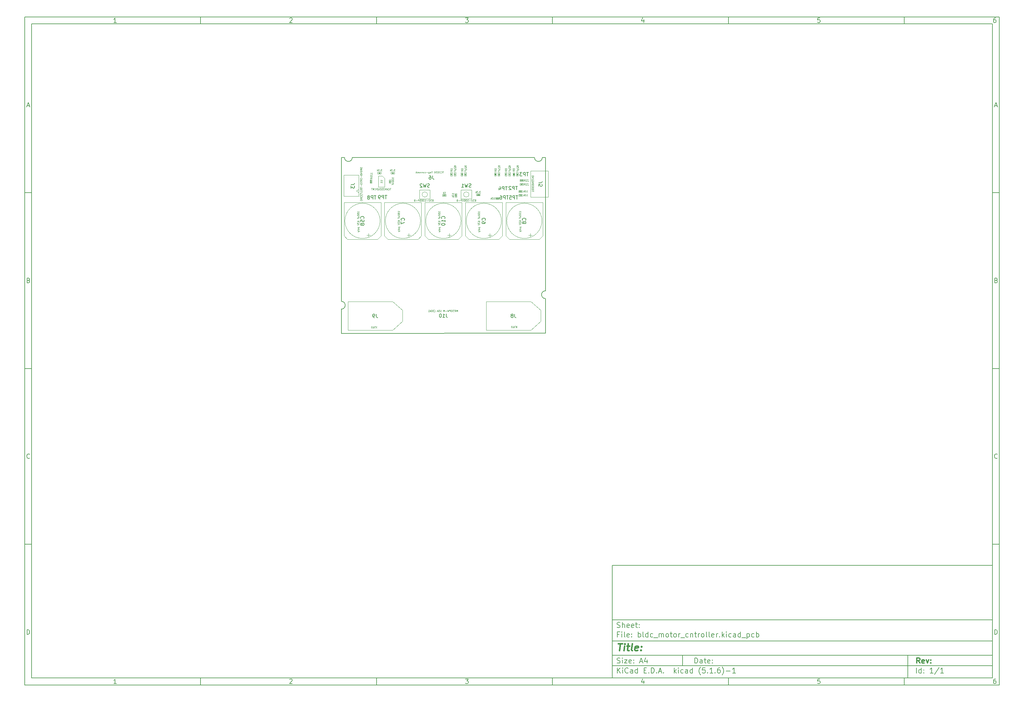
<source format=gbr>
G04 #@! TF.GenerationSoftware,KiCad,Pcbnew,(5.1.6)-1*
G04 #@! TF.CreationDate,2021-03-06T15:59:57+08:00*
G04 #@! TF.ProjectId,bldc_motor_cntroller,626c6463-5f6d-46f7-946f-725f636e7472,rev?*
G04 #@! TF.SameCoordinates,Original*
G04 #@! TF.FileFunction,Other,Fab,Bot*
%FSLAX46Y46*%
G04 Gerber Fmt 4.6, Leading zero omitted, Abs format (unit mm)*
G04 Created by KiCad (PCBNEW (5.1.6)-1) date 2021-03-06 15:59:57*
%MOMM*%
%LPD*%
G01*
G04 APERTURE LIST*
%ADD10C,0.100000*%
%ADD11C,0.150000*%
%ADD12C,0.300000*%
%ADD13C,0.400000*%
%ADD14C,0.200000*%
%ADD15C,0.120000*%
%ADD16C,0.075000*%
%ADD17C,0.040000*%
G04 APERTURE END LIST*
D10*
D11*
X177002200Y-166007200D02*
X177002200Y-198007200D01*
X285002200Y-198007200D01*
X285002200Y-166007200D01*
X177002200Y-166007200D01*
D10*
D11*
X10000000Y-10000000D02*
X10000000Y-200007200D01*
X287002200Y-200007200D01*
X287002200Y-10000000D01*
X10000000Y-10000000D01*
D10*
D11*
X12000000Y-12000000D02*
X12000000Y-198007200D01*
X285002200Y-198007200D01*
X285002200Y-12000000D01*
X12000000Y-12000000D01*
D10*
D11*
X60000000Y-12000000D02*
X60000000Y-10000000D01*
D10*
D11*
X110000000Y-12000000D02*
X110000000Y-10000000D01*
D10*
D11*
X160000000Y-12000000D02*
X160000000Y-10000000D01*
D10*
D11*
X210000000Y-12000000D02*
X210000000Y-10000000D01*
D10*
D11*
X260000000Y-12000000D02*
X260000000Y-10000000D01*
D10*
D11*
X36065476Y-11588095D02*
X35322619Y-11588095D01*
X35694047Y-11588095D02*
X35694047Y-10288095D01*
X35570238Y-10473809D01*
X35446428Y-10597619D01*
X35322619Y-10659523D01*
D10*
D11*
X85322619Y-10411904D02*
X85384523Y-10350000D01*
X85508333Y-10288095D01*
X85817857Y-10288095D01*
X85941666Y-10350000D01*
X86003571Y-10411904D01*
X86065476Y-10535714D01*
X86065476Y-10659523D01*
X86003571Y-10845238D01*
X85260714Y-11588095D01*
X86065476Y-11588095D01*
D10*
D11*
X135260714Y-10288095D02*
X136065476Y-10288095D01*
X135632142Y-10783333D01*
X135817857Y-10783333D01*
X135941666Y-10845238D01*
X136003571Y-10907142D01*
X136065476Y-11030952D01*
X136065476Y-11340476D01*
X136003571Y-11464285D01*
X135941666Y-11526190D01*
X135817857Y-11588095D01*
X135446428Y-11588095D01*
X135322619Y-11526190D01*
X135260714Y-11464285D01*
D10*
D11*
X185941666Y-10721428D02*
X185941666Y-11588095D01*
X185632142Y-10226190D02*
X185322619Y-11154761D01*
X186127380Y-11154761D01*
D10*
D11*
X236003571Y-10288095D02*
X235384523Y-10288095D01*
X235322619Y-10907142D01*
X235384523Y-10845238D01*
X235508333Y-10783333D01*
X235817857Y-10783333D01*
X235941666Y-10845238D01*
X236003571Y-10907142D01*
X236065476Y-11030952D01*
X236065476Y-11340476D01*
X236003571Y-11464285D01*
X235941666Y-11526190D01*
X235817857Y-11588095D01*
X235508333Y-11588095D01*
X235384523Y-11526190D01*
X235322619Y-11464285D01*
D10*
D11*
X285941666Y-10288095D02*
X285694047Y-10288095D01*
X285570238Y-10350000D01*
X285508333Y-10411904D01*
X285384523Y-10597619D01*
X285322619Y-10845238D01*
X285322619Y-11340476D01*
X285384523Y-11464285D01*
X285446428Y-11526190D01*
X285570238Y-11588095D01*
X285817857Y-11588095D01*
X285941666Y-11526190D01*
X286003571Y-11464285D01*
X286065476Y-11340476D01*
X286065476Y-11030952D01*
X286003571Y-10907142D01*
X285941666Y-10845238D01*
X285817857Y-10783333D01*
X285570238Y-10783333D01*
X285446428Y-10845238D01*
X285384523Y-10907142D01*
X285322619Y-11030952D01*
D10*
D11*
X60000000Y-198007200D02*
X60000000Y-200007200D01*
D10*
D11*
X110000000Y-198007200D02*
X110000000Y-200007200D01*
D10*
D11*
X160000000Y-198007200D02*
X160000000Y-200007200D01*
D10*
D11*
X210000000Y-198007200D02*
X210000000Y-200007200D01*
D10*
D11*
X260000000Y-198007200D02*
X260000000Y-200007200D01*
D10*
D11*
X36065476Y-199595295D02*
X35322619Y-199595295D01*
X35694047Y-199595295D02*
X35694047Y-198295295D01*
X35570238Y-198481009D01*
X35446428Y-198604819D01*
X35322619Y-198666723D01*
D10*
D11*
X85322619Y-198419104D02*
X85384523Y-198357200D01*
X85508333Y-198295295D01*
X85817857Y-198295295D01*
X85941666Y-198357200D01*
X86003571Y-198419104D01*
X86065476Y-198542914D01*
X86065476Y-198666723D01*
X86003571Y-198852438D01*
X85260714Y-199595295D01*
X86065476Y-199595295D01*
D10*
D11*
X135260714Y-198295295D02*
X136065476Y-198295295D01*
X135632142Y-198790533D01*
X135817857Y-198790533D01*
X135941666Y-198852438D01*
X136003571Y-198914342D01*
X136065476Y-199038152D01*
X136065476Y-199347676D01*
X136003571Y-199471485D01*
X135941666Y-199533390D01*
X135817857Y-199595295D01*
X135446428Y-199595295D01*
X135322619Y-199533390D01*
X135260714Y-199471485D01*
D10*
D11*
X185941666Y-198728628D02*
X185941666Y-199595295D01*
X185632142Y-198233390D02*
X185322619Y-199161961D01*
X186127380Y-199161961D01*
D10*
D11*
X236003571Y-198295295D02*
X235384523Y-198295295D01*
X235322619Y-198914342D01*
X235384523Y-198852438D01*
X235508333Y-198790533D01*
X235817857Y-198790533D01*
X235941666Y-198852438D01*
X236003571Y-198914342D01*
X236065476Y-199038152D01*
X236065476Y-199347676D01*
X236003571Y-199471485D01*
X235941666Y-199533390D01*
X235817857Y-199595295D01*
X235508333Y-199595295D01*
X235384523Y-199533390D01*
X235322619Y-199471485D01*
D10*
D11*
X285941666Y-198295295D02*
X285694047Y-198295295D01*
X285570238Y-198357200D01*
X285508333Y-198419104D01*
X285384523Y-198604819D01*
X285322619Y-198852438D01*
X285322619Y-199347676D01*
X285384523Y-199471485D01*
X285446428Y-199533390D01*
X285570238Y-199595295D01*
X285817857Y-199595295D01*
X285941666Y-199533390D01*
X286003571Y-199471485D01*
X286065476Y-199347676D01*
X286065476Y-199038152D01*
X286003571Y-198914342D01*
X285941666Y-198852438D01*
X285817857Y-198790533D01*
X285570238Y-198790533D01*
X285446428Y-198852438D01*
X285384523Y-198914342D01*
X285322619Y-199038152D01*
D10*
D11*
X10000000Y-60000000D02*
X12000000Y-60000000D01*
D10*
D11*
X10000000Y-110000000D02*
X12000000Y-110000000D01*
D10*
D11*
X10000000Y-160000000D02*
X12000000Y-160000000D01*
D10*
D11*
X10690476Y-35216666D02*
X11309523Y-35216666D01*
X10566666Y-35588095D02*
X11000000Y-34288095D01*
X11433333Y-35588095D01*
D10*
D11*
X11092857Y-84907142D02*
X11278571Y-84969047D01*
X11340476Y-85030952D01*
X11402380Y-85154761D01*
X11402380Y-85340476D01*
X11340476Y-85464285D01*
X11278571Y-85526190D01*
X11154761Y-85588095D01*
X10659523Y-85588095D01*
X10659523Y-84288095D01*
X11092857Y-84288095D01*
X11216666Y-84350000D01*
X11278571Y-84411904D01*
X11340476Y-84535714D01*
X11340476Y-84659523D01*
X11278571Y-84783333D01*
X11216666Y-84845238D01*
X11092857Y-84907142D01*
X10659523Y-84907142D01*
D10*
D11*
X11402380Y-135464285D02*
X11340476Y-135526190D01*
X11154761Y-135588095D01*
X11030952Y-135588095D01*
X10845238Y-135526190D01*
X10721428Y-135402380D01*
X10659523Y-135278571D01*
X10597619Y-135030952D01*
X10597619Y-134845238D01*
X10659523Y-134597619D01*
X10721428Y-134473809D01*
X10845238Y-134350000D01*
X11030952Y-134288095D01*
X11154761Y-134288095D01*
X11340476Y-134350000D01*
X11402380Y-134411904D01*
D10*
D11*
X10659523Y-185588095D02*
X10659523Y-184288095D01*
X10969047Y-184288095D01*
X11154761Y-184350000D01*
X11278571Y-184473809D01*
X11340476Y-184597619D01*
X11402380Y-184845238D01*
X11402380Y-185030952D01*
X11340476Y-185278571D01*
X11278571Y-185402380D01*
X11154761Y-185526190D01*
X10969047Y-185588095D01*
X10659523Y-185588095D01*
D10*
D11*
X287002200Y-60000000D02*
X285002200Y-60000000D01*
D10*
D11*
X287002200Y-110000000D02*
X285002200Y-110000000D01*
D10*
D11*
X287002200Y-160000000D02*
X285002200Y-160000000D01*
D10*
D11*
X285692676Y-35216666D02*
X286311723Y-35216666D01*
X285568866Y-35588095D02*
X286002200Y-34288095D01*
X286435533Y-35588095D01*
D10*
D11*
X286095057Y-84907142D02*
X286280771Y-84969047D01*
X286342676Y-85030952D01*
X286404580Y-85154761D01*
X286404580Y-85340476D01*
X286342676Y-85464285D01*
X286280771Y-85526190D01*
X286156961Y-85588095D01*
X285661723Y-85588095D01*
X285661723Y-84288095D01*
X286095057Y-84288095D01*
X286218866Y-84350000D01*
X286280771Y-84411904D01*
X286342676Y-84535714D01*
X286342676Y-84659523D01*
X286280771Y-84783333D01*
X286218866Y-84845238D01*
X286095057Y-84907142D01*
X285661723Y-84907142D01*
D10*
D11*
X286404580Y-135464285D02*
X286342676Y-135526190D01*
X286156961Y-135588095D01*
X286033152Y-135588095D01*
X285847438Y-135526190D01*
X285723628Y-135402380D01*
X285661723Y-135278571D01*
X285599819Y-135030952D01*
X285599819Y-134845238D01*
X285661723Y-134597619D01*
X285723628Y-134473809D01*
X285847438Y-134350000D01*
X286033152Y-134288095D01*
X286156961Y-134288095D01*
X286342676Y-134350000D01*
X286404580Y-134411904D01*
D10*
D11*
X285661723Y-185588095D02*
X285661723Y-184288095D01*
X285971247Y-184288095D01*
X286156961Y-184350000D01*
X286280771Y-184473809D01*
X286342676Y-184597619D01*
X286404580Y-184845238D01*
X286404580Y-185030952D01*
X286342676Y-185278571D01*
X286280771Y-185402380D01*
X286156961Y-185526190D01*
X285971247Y-185588095D01*
X285661723Y-185588095D01*
D10*
D11*
X200434342Y-193785771D02*
X200434342Y-192285771D01*
X200791485Y-192285771D01*
X201005771Y-192357200D01*
X201148628Y-192500057D01*
X201220057Y-192642914D01*
X201291485Y-192928628D01*
X201291485Y-193142914D01*
X201220057Y-193428628D01*
X201148628Y-193571485D01*
X201005771Y-193714342D01*
X200791485Y-193785771D01*
X200434342Y-193785771D01*
X202577200Y-193785771D02*
X202577200Y-193000057D01*
X202505771Y-192857200D01*
X202362914Y-192785771D01*
X202077200Y-192785771D01*
X201934342Y-192857200D01*
X202577200Y-193714342D02*
X202434342Y-193785771D01*
X202077200Y-193785771D01*
X201934342Y-193714342D01*
X201862914Y-193571485D01*
X201862914Y-193428628D01*
X201934342Y-193285771D01*
X202077200Y-193214342D01*
X202434342Y-193214342D01*
X202577200Y-193142914D01*
X203077200Y-192785771D02*
X203648628Y-192785771D01*
X203291485Y-192285771D02*
X203291485Y-193571485D01*
X203362914Y-193714342D01*
X203505771Y-193785771D01*
X203648628Y-193785771D01*
X204720057Y-193714342D02*
X204577200Y-193785771D01*
X204291485Y-193785771D01*
X204148628Y-193714342D01*
X204077200Y-193571485D01*
X204077200Y-193000057D01*
X204148628Y-192857200D01*
X204291485Y-192785771D01*
X204577200Y-192785771D01*
X204720057Y-192857200D01*
X204791485Y-193000057D01*
X204791485Y-193142914D01*
X204077200Y-193285771D01*
X205434342Y-193642914D02*
X205505771Y-193714342D01*
X205434342Y-193785771D01*
X205362914Y-193714342D01*
X205434342Y-193642914D01*
X205434342Y-193785771D01*
X205434342Y-192857200D02*
X205505771Y-192928628D01*
X205434342Y-193000057D01*
X205362914Y-192928628D01*
X205434342Y-192857200D01*
X205434342Y-193000057D01*
D10*
D11*
X177002200Y-194507200D02*
X285002200Y-194507200D01*
D10*
D11*
X178434342Y-196585771D02*
X178434342Y-195085771D01*
X179291485Y-196585771D02*
X178648628Y-195728628D01*
X179291485Y-195085771D02*
X178434342Y-195942914D01*
X179934342Y-196585771D02*
X179934342Y-195585771D01*
X179934342Y-195085771D02*
X179862914Y-195157200D01*
X179934342Y-195228628D01*
X180005771Y-195157200D01*
X179934342Y-195085771D01*
X179934342Y-195228628D01*
X181505771Y-196442914D02*
X181434342Y-196514342D01*
X181220057Y-196585771D01*
X181077200Y-196585771D01*
X180862914Y-196514342D01*
X180720057Y-196371485D01*
X180648628Y-196228628D01*
X180577200Y-195942914D01*
X180577200Y-195728628D01*
X180648628Y-195442914D01*
X180720057Y-195300057D01*
X180862914Y-195157200D01*
X181077200Y-195085771D01*
X181220057Y-195085771D01*
X181434342Y-195157200D01*
X181505771Y-195228628D01*
X182791485Y-196585771D02*
X182791485Y-195800057D01*
X182720057Y-195657200D01*
X182577200Y-195585771D01*
X182291485Y-195585771D01*
X182148628Y-195657200D01*
X182791485Y-196514342D02*
X182648628Y-196585771D01*
X182291485Y-196585771D01*
X182148628Y-196514342D01*
X182077200Y-196371485D01*
X182077200Y-196228628D01*
X182148628Y-196085771D01*
X182291485Y-196014342D01*
X182648628Y-196014342D01*
X182791485Y-195942914D01*
X184148628Y-196585771D02*
X184148628Y-195085771D01*
X184148628Y-196514342D02*
X184005771Y-196585771D01*
X183720057Y-196585771D01*
X183577200Y-196514342D01*
X183505771Y-196442914D01*
X183434342Y-196300057D01*
X183434342Y-195871485D01*
X183505771Y-195728628D01*
X183577200Y-195657200D01*
X183720057Y-195585771D01*
X184005771Y-195585771D01*
X184148628Y-195657200D01*
X186005771Y-195800057D02*
X186505771Y-195800057D01*
X186720057Y-196585771D02*
X186005771Y-196585771D01*
X186005771Y-195085771D01*
X186720057Y-195085771D01*
X187362914Y-196442914D02*
X187434342Y-196514342D01*
X187362914Y-196585771D01*
X187291485Y-196514342D01*
X187362914Y-196442914D01*
X187362914Y-196585771D01*
X188077200Y-196585771D02*
X188077200Y-195085771D01*
X188434342Y-195085771D01*
X188648628Y-195157200D01*
X188791485Y-195300057D01*
X188862914Y-195442914D01*
X188934342Y-195728628D01*
X188934342Y-195942914D01*
X188862914Y-196228628D01*
X188791485Y-196371485D01*
X188648628Y-196514342D01*
X188434342Y-196585771D01*
X188077200Y-196585771D01*
X189577200Y-196442914D02*
X189648628Y-196514342D01*
X189577200Y-196585771D01*
X189505771Y-196514342D01*
X189577200Y-196442914D01*
X189577200Y-196585771D01*
X190220057Y-196157200D02*
X190934342Y-196157200D01*
X190077200Y-196585771D02*
X190577200Y-195085771D01*
X191077200Y-196585771D01*
X191577200Y-196442914D02*
X191648628Y-196514342D01*
X191577200Y-196585771D01*
X191505771Y-196514342D01*
X191577200Y-196442914D01*
X191577200Y-196585771D01*
X194577200Y-196585771D02*
X194577200Y-195085771D01*
X194720057Y-196014342D02*
X195148628Y-196585771D01*
X195148628Y-195585771D02*
X194577200Y-196157200D01*
X195791485Y-196585771D02*
X195791485Y-195585771D01*
X195791485Y-195085771D02*
X195720057Y-195157200D01*
X195791485Y-195228628D01*
X195862914Y-195157200D01*
X195791485Y-195085771D01*
X195791485Y-195228628D01*
X197148628Y-196514342D02*
X197005771Y-196585771D01*
X196720057Y-196585771D01*
X196577200Y-196514342D01*
X196505771Y-196442914D01*
X196434342Y-196300057D01*
X196434342Y-195871485D01*
X196505771Y-195728628D01*
X196577200Y-195657200D01*
X196720057Y-195585771D01*
X197005771Y-195585771D01*
X197148628Y-195657200D01*
X198434342Y-196585771D02*
X198434342Y-195800057D01*
X198362914Y-195657200D01*
X198220057Y-195585771D01*
X197934342Y-195585771D01*
X197791485Y-195657200D01*
X198434342Y-196514342D02*
X198291485Y-196585771D01*
X197934342Y-196585771D01*
X197791485Y-196514342D01*
X197720057Y-196371485D01*
X197720057Y-196228628D01*
X197791485Y-196085771D01*
X197934342Y-196014342D01*
X198291485Y-196014342D01*
X198434342Y-195942914D01*
X199791485Y-196585771D02*
X199791485Y-195085771D01*
X199791485Y-196514342D02*
X199648628Y-196585771D01*
X199362914Y-196585771D01*
X199220057Y-196514342D01*
X199148628Y-196442914D01*
X199077200Y-196300057D01*
X199077200Y-195871485D01*
X199148628Y-195728628D01*
X199220057Y-195657200D01*
X199362914Y-195585771D01*
X199648628Y-195585771D01*
X199791485Y-195657200D01*
X202077200Y-197157200D02*
X202005771Y-197085771D01*
X201862914Y-196871485D01*
X201791485Y-196728628D01*
X201720057Y-196514342D01*
X201648628Y-196157200D01*
X201648628Y-195871485D01*
X201720057Y-195514342D01*
X201791485Y-195300057D01*
X201862914Y-195157200D01*
X202005771Y-194942914D01*
X202077200Y-194871485D01*
X203362914Y-195085771D02*
X202648628Y-195085771D01*
X202577200Y-195800057D01*
X202648628Y-195728628D01*
X202791485Y-195657200D01*
X203148628Y-195657200D01*
X203291485Y-195728628D01*
X203362914Y-195800057D01*
X203434342Y-195942914D01*
X203434342Y-196300057D01*
X203362914Y-196442914D01*
X203291485Y-196514342D01*
X203148628Y-196585771D01*
X202791485Y-196585771D01*
X202648628Y-196514342D01*
X202577200Y-196442914D01*
X204077200Y-196442914D02*
X204148628Y-196514342D01*
X204077200Y-196585771D01*
X204005771Y-196514342D01*
X204077200Y-196442914D01*
X204077200Y-196585771D01*
X205577200Y-196585771D02*
X204720057Y-196585771D01*
X205148628Y-196585771D02*
X205148628Y-195085771D01*
X205005771Y-195300057D01*
X204862914Y-195442914D01*
X204720057Y-195514342D01*
X206220057Y-196442914D02*
X206291485Y-196514342D01*
X206220057Y-196585771D01*
X206148628Y-196514342D01*
X206220057Y-196442914D01*
X206220057Y-196585771D01*
X207577200Y-195085771D02*
X207291485Y-195085771D01*
X207148628Y-195157200D01*
X207077200Y-195228628D01*
X206934342Y-195442914D01*
X206862914Y-195728628D01*
X206862914Y-196300057D01*
X206934342Y-196442914D01*
X207005771Y-196514342D01*
X207148628Y-196585771D01*
X207434342Y-196585771D01*
X207577200Y-196514342D01*
X207648628Y-196442914D01*
X207720057Y-196300057D01*
X207720057Y-195942914D01*
X207648628Y-195800057D01*
X207577200Y-195728628D01*
X207434342Y-195657200D01*
X207148628Y-195657200D01*
X207005771Y-195728628D01*
X206934342Y-195800057D01*
X206862914Y-195942914D01*
X208220057Y-197157200D02*
X208291485Y-197085771D01*
X208434342Y-196871485D01*
X208505771Y-196728628D01*
X208577200Y-196514342D01*
X208648628Y-196157200D01*
X208648628Y-195871485D01*
X208577200Y-195514342D01*
X208505771Y-195300057D01*
X208434342Y-195157200D01*
X208291485Y-194942914D01*
X208220057Y-194871485D01*
X209362914Y-196014342D02*
X210505771Y-196014342D01*
X212005771Y-196585771D02*
X211148628Y-196585771D01*
X211577200Y-196585771D02*
X211577200Y-195085771D01*
X211434342Y-195300057D01*
X211291485Y-195442914D01*
X211148628Y-195514342D01*
D10*
D11*
X177002200Y-191507200D02*
X285002200Y-191507200D01*
D10*
D12*
X264411485Y-193785771D02*
X263911485Y-193071485D01*
X263554342Y-193785771D02*
X263554342Y-192285771D01*
X264125771Y-192285771D01*
X264268628Y-192357200D01*
X264340057Y-192428628D01*
X264411485Y-192571485D01*
X264411485Y-192785771D01*
X264340057Y-192928628D01*
X264268628Y-193000057D01*
X264125771Y-193071485D01*
X263554342Y-193071485D01*
X265625771Y-193714342D02*
X265482914Y-193785771D01*
X265197200Y-193785771D01*
X265054342Y-193714342D01*
X264982914Y-193571485D01*
X264982914Y-193000057D01*
X265054342Y-192857200D01*
X265197200Y-192785771D01*
X265482914Y-192785771D01*
X265625771Y-192857200D01*
X265697200Y-193000057D01*
X265697200Y-193142914D01*
X264982914Y-193285771D01*
X266197200Y-192785771D02*
X266554342Y-193785771D01*
X266911485Y-192785771D01*
X267482914Y-193642914D02*
X267554342Y-193714342D01*
X267482914Y-193785771D01*
X267411485Y-193714342D01*
X267482914Y-193642914D01*
X267482914Y-193785771D01*
X267482914Y-192857200D02*
X267554342Y-192928628D01*
X267482914Y-193000057D01*
X267411485Y-192928628D01*
X267482914Y-192857200D01*
X267482914Y-193000057D01*
D10*
D11*
X178362914Y-193714342D02*
X178577200Y-193785771D01*
X178934342Y-193785771D01*
X179077200Y-193714342D01*
X179148628Y-193642914D01*
X179220057Y-193500057D01*
X179220057Y-193357200D01*
X179148628Y-193214342D01*
X179077200Y-193142914D01*
X178934342Y-193071485D01*
X178648628Y-193000057D01*
X178505771Y-192928628D01*
X178434342Y-192857200D01*
X178362914Y-192714342D01*
X178362914Y-192571485D01*
X178434342Y-192428628D01*
X178505771Y-192357200D01*
X178648628Y-192285771D01*
X179005771Y-192285771D01*
X179220057Y-192357200D01*
X179862914Y-193785771D02*
X179862914Y-192785771D01*
X179862914Y-192285771D02*
X179791485Y-192357200D01*
X179862914Y-192428628D01*
X179934342Y-192357200D01*
X179862914Y-192285771D01*
X179862914Y-192428628D01*
X180434342Y-192785771D02*
X181220057Y-192785771D01*
X180434342Y-193785771D01*
X181220057Y-193785771D01*
X182362914Y-193714342D02*
X182220057Y-193785771D01*
X181934342Y-193785771D01*
X181791485Y-193714342D01*
X181720057Y-193571485D01*
X181720057Y-193000057D01*
X181791485Y-192857200D01*
X181934342Y-192785771D01*
X182220057Y-192785771D01*
X182362914Y-192857200D01*
X182434342Y-193000057D01*
X182434342Y-193142914D01*
X181720057Y-193285771D01*
X183077200Y-193642914D02*
X183148628Y-193714342D01*
X183077200Y-193785771D01*
X183005771Y-193714342D01*
X183077200Y-193642914D01*
X183077200Y-193785771D01*
X183077200Y-192857200D02*
X183148628Y-192928628D01*
X183077200Y-193000057D01*
X183005771Y-192928628D01*
X183077200Y-192857200D01*
X183077200Y-193000057D01*
X184862914Y-193357200D02*
X185577200Y-193357200D01*
X184720057Y-193785771D02*
X185220057Y-192285771D01*
X185720057Y-193785771D01*
X186862914Y-192785771D02*
X186862914Y-193785771D01*
X186505771Y-192214342D02*
X186148628Y-193285771D01*
X187077200Y-193285771D01*
D10*
D11*
X263434342Y-196585771D02*
X263434342Y-195085771D01*
X264791485Y-196585771D02*
X264791485Y-195085771D01*
X264791485Y-196514342D02*
X264648628Y-196585771D01*
X264362914Y-196585771D01*
X264220057Y-196514342D01*
X264148628Y-196442914D01*
X264077200Y-196300057D01*
X264077200Y-195871485D01*
X264148628Y-195728628D01*
X264220057Y-195657200D01*
X264362914Y-195585771D01*
X264648628Y-195585771D01*
X264791485Y-195657200D01*
X265505771Y-196442914D02*
X265577200Y-196514342D01*
X265505771Y-196585771D01*
X265434342Y-196514342D01*
X265505771Y-196442914D01*
X265505771Y-196585771D01*
X265505771Y-195657200D02*
X265577200Y-195728628D01*
X265505771Y-195800057D01*
X265434342Y-195728628D01*
X265505771Y-195657200D01*
X265505771Y-195800057D01*
X268148628Y-196585771D02*
X267291485Y-196585771D01*
X267720057Y-196585771D02*
X267720057Y-195085771D01*
X267577200Y-195300057D01*
X267434342Y-195442914D01*
X267291485Y-195514342D01*
X269862914Y-195014342D02*
X268577200Y-196942914D01*
X271148628Y-196585771D02*
X270291485Y-196585771D01*
X270720057Y-196585771D02*
X270720057Y-195085771D01*
X270577200Y-195300057D01*
X270434342Y-195442914D01*
X270291485Y-195514342D01*
D10*
D11*
X177002200Y-187507200D02*
X285002200Y-187507200D01*
D10*
D13*
X178714580Y-188211961D02*
X179857438Y-188211961D01*
X179036009Y-190211961D02*
X179286009Y-188211961D01*
X180274104Y-190211961D02*
X180440771Y-188878628D01*
X180524104Y-188211961D02*
X180416961Y-188307200D01*
X180500295Y-188402438D01*
X180607438Y-188307200D01*
X180524104Y-188211961D01*
X180500295Y-188402438D01*
X181107438Y-188878628D02*
X181869342Y-188878628D01*
X181476485Y-188211961D02*
X181262200Y-189926247D01*
X181333628Y-190116723D01*
X181512200Y-190211961D01*
X181702676Y-190211961D01*
X182655057Y-190211961D02*
X182476485Y-190116723D01*
X182405057Y-189926247D01*
X182619342Y-188211961D01*
X184190771Y-190116723D02*
X183988390Y-190211961D01*
X183607438Y-190211961D01*
X183428866Y-190116723D01*
X183357438Y-189926247D01*
X183452676Y-189164342D01*
X183571723Y-188973866D01*
X183774104Y-188878628D01*
X184155057Y-188878628D01*
X184333628Y-188973866D01*
X184405057Y-189164342D01*
X184381247Y-189354819D01*
X183405057Y-189545295D01*
X185155057Y-190021485D02*
X185238390Y-190116723D01*
X185131247Y-190211961D01*
X185047914Y-190116723D01*
X185155057Y-190021485D01*
X185131247Y-190211961D01*
X185286009Y-188973866D02*
X185369342Y-189069104D01*
X185262200Y-189164342D01*
X185178866Y-189069104D01*
X185286009Y-188973866D01*
X185262200Y-189164342D01*
D10*
D11*
X178934342Y-185600057D02*
X178434342Y-185600057D01*
X178434342Y-186385771D02*
X178434342Y-184885771D01*
X179148628Y-184885771D01*
X179720057Y-186385771D02*
X179720057Y-185385771D01*
X179720057Y-184885771D02*
X179648628Y-184957200D01*
X179720057Y-185028628D01*
X179791485Y-184957200D01*
X179720057Y-184885771D01*
X179720057Y-185028628D01*
X180648628Y-186385771D02*
X180505771Y-186314342D01*
X180434342Y-186171485D01*
X180434342Y-184885771D01*
X181791485Y-186314342D02*
X181648628Y-186385771D01*
X181362914Y-186385771D01*
X181220057Y-186314342D01*
X181148628Y-186171485D01*
X181148628Y-185600057D01*
X181220057Y-185457200D01*
X181362914Y-185385771D01*
X181648628Y-185385771D01*
X181791485Y-185457200D01*
X181862914Y-185600057D01*
X181862914Y-185742914D01*
X181148628Y-185885771D01*
X182505771Y-186242914D02*
X182577200Y-186314342D01*
X182505771Y-186385771D01*
X182434342Y-186314342D01*
X182505771Y-186242914D01*
X182505771Y-186385771D01*
X182505771Y-185457200D02*
X182577200Y-185528628D01*
X182505771Y-185600057D01*
X182434342Y-185528628D01*
X182505771Y-185457200D01*
X182505771Y-185600057D01*
X184362914Y-186385771D02*
X184362914Y-184885771D01*
X184362914Y-185457200D02*
X184505771Y-185385771D01*
X184791485Y-185385771D01*
X184934342Y-185457200D01*
X185005771Y-185528628D01*
X185077200Y-185671485D01*
X185077200Y-186100057D01*
X185005771Y-186242914D01*
X184934342Y-186314342D01*
X184791485Y-186385771D01*
X184505771Y-186385771D01*
X184362914Y-186314342D01*
X185934342Y-186385771D02*
X185791485Y-186314342D01*
X185720057Y-186171485D01*
X185720057Y-184885771D01*
X187148628Y-186385771D02*
X187148628Y-184885771D01*
X187148628Y-186314342D02*
X187005771Y-186385771D01*
X186720057Y-186385771D01*
X186577200Y-186314342D01*
X186505771Y-186242914D01*
X186434342Y-186100057D01*
X186434342Y-185671485D01*
X186505771Y-185528628D01*
X186577200Y-185457200D01*
X186720057Y-185385771D01*
X187005771Y-185385771D01*
X187148628Y-185457200D01*
X188505771Y-186314342D02*
X188362914Y-186385771D01*
X188077200Y-186385771D01*
X187934342Y-186314342D01*
X187862914Y-186242914D01*
X187791485Y-186100057D01*
X187791485Y-185671485D01*
X187862914Y-185528628D01*
X187934342Y-185457200D01*
X188077200Y-185385771D01*
X188362914Y-185385771D01*
X188505771Y-185457200D01*
X188791485Y-186528628D02*
X189934342Y-186528628D01*
X190291485Y-186385771D02*
X190291485Y-185385771D01*
X190291485Y-185528628D02*
X190362914Y-185457200D01*
X190505771Y-185385771D01*
X190720057Y-185385771D01*
X190862914Y-185457200D01*
X190934342Y-185600057D01*
X190934342Y-186385771D01*
X190934342Y-185600057D02*
X191005771Y-185457200D01*
X191148628Y-185385771D01*
X191362914Y-185385771D01*
X191505771Y-185457200D01*
X191577200Y-185600057D01*
X191577200Y-186385771D01*
X192505771Y-186385771D02*
X192362914Y-186314342D01*
X192291485Y-186242914D01*
X192220057Y-186100057D01*
X192220057Y-185671485D01*
X192291485Y-185528628D01*
X192362914Y-185457200D01*
X192505771Y-185385771D01*
X192720057Y-185385771D01*
X192862914Y-185457200D01*
X192934342Y-185528628D01*
X193005771Y-185671485D01*
X193005771Y-186100057D01*
X192934342Y-186242914D01*
X192862914Y-186314342D01*
X192720057Y-186385771D01*
X192505771Y-186385771D01*
X193434342Y-185385771D02*
X194005771Y-185385771D01*
X193648628Y-184885771D02*
X193648628Y-186171485D01*
X193720057Y-186314342D01*
X193862914Y-186385771D01*
X194005771Y-186385771D01*
X194720057Y-186385771D02*
X194577200Y-186314342D01*
X194505771Y-186242914D01*
X194434342Y-186100057D01*
X194434342Y-185671485D01*
X194505771Y-185528628D01*
X194577200Y-185457200D01*
X194720057Y-185385771D01*
X194934342Y-185385771D01*
X195077200Y-185457200D01*
X195148628Y-185528628D01*
X195220057Y-185671485D01*
X195220057Y-186100057D01*
X195148628Y-186242914D01*
X195077200Y-186314342D01*
X194934342Y-186385771D01*
X194720057Y-186385771D01*
X195862914Y-186385771D02*
X195862914Y-185385771D01*
X195862914Y-185671485D02*
X195934342Y-185528628D01*
X196005771Y-185457200D01*
X196148628Y-185385771D01*
X196291485Y-185385771D01*
X196434342Y-186528628D02*
X197577200Y-186528628D01*
X198577200Y-186314342D02*
X198434342Y-186385771D01*
X198148628Y-186385771D01*
X198005771Y-186314342D01*
X197934342Y-186242914D01*
X197862914Y-186100057D01*
X197862914Y-185671485D01*
X197934342Y-185528628D01*
X198005771Y-185457200D01*
X198148628Y-185385771D01*
X198434342Y-185385771D01*
X198577200Y-185457200D01*
X199220057Y-185385771D02*
X199220057Y-186385771D01*
X199220057Y-185528628D02*
X199291485Y-185457200D01*
X199434342Y-185385771D01*
X199648628Y-185385771D01*
X199791485Y-185457200D01*
X199862914Y-185600057D01*
X199862914Y-186385771D01*
X200362914Y-185385771D02*
X200934342Y-185385771D01*
X200577200Y-184885771D02*
X200577200Y-186171485D01*
X200648628Y-186314342D01*
X200791485Y-186385771D01*
X200934342Y-186385771D01*
X201434342Y-186385771D02*
X201434342Y-185385771D01*
X201434342Y-185671485D02*
X201505771Y-185528628D01*
X201577200Y-185457200D01*
X201720057Y-185385771D01*
X201862914Y-185385771D01*
X202577200Y-186385771D02*
X202434342Y-186314342D01*
X202362914Y-186242914D01*
X202291485Y-186100057D01*
X202291485Y-185671485D01*
X202362914Y-185528628D01*
X202434342Y-185457200D01*
X202577200Y-185385771D01*
X202791485Y-185385771D01*
X202934342Y-185457200D01*
X203005771Y-185528628D01*
X203077200Y-185671485D01*
X203077200Y-186100057D01*
X203005771Y-186242914D01*
X202934342Y-186314342D01*
X202791485Y-186385771D01*
X202577200Y-186385771D01*
X203934342Y-186385771D02*
X203791485Y-186314342D01*
X203720057Y-186171485D01*
X203720057Y-184885771D01*
X204720057Y-186385771D02*
X204577200Y-186314342D01*
X204505771Y-186171485D01*
X204505771Y-184885771D01*
X205862914Y-186314342D02*
X205720057Y-186385771D01*
X205434342Y-186385771D01*
X205291485Y-186314342D01*
X205220057Y-186171485D01*
X205220057Y-185600057D01*
X205291485Y-185457200D01*
X205434342Y-185385771D01*
X205720057Y-185385771D01*
X205862914Y-185457200D01*
X205934342Y-185600057D01*
X205934342Y-185742914D01*
X205220057Y-185885771D01*
X206577200Y-186385771D02*
X206577200Y-185385771D01*
X206577200Y-185671485D02*
X206648628Y-185528628D01*
X206720057Y-185457200D01*
X206862914Y-185385771D01*
X207005771Y-185385771D01*
X207505771Y-186242914D02*
X207577200Y-186314342D01*
X207505771Y-186385771D01*
X207434342Y-186314342D01*
X207505771Y-186242914D01*
X207505771Y-186385771D01*
X208220057Y-186385771D02*
X208220057Y-184885771D01*
X208362914Y-185814342D02*
X208791485Y-186385771D01*
X208791485Y-185385771D02*
X208220057Y-185957200D01*
X209434342Y-186385771D02*
X209434342Y-185385771D01*
X209434342Y-184885771D02*
X209362914Y-184957200D01*
X209434342Y-185028628D01*
X209505771Y-184957200D01*
X209434342Y-184885771D01*
X209434342Y-185028628D01*
X210791485Y-186314342D02*
X210648628Y-186385771D01*
X210362914Y-186385771D01*
X210220057Y-186314342D01*
X210148628Y-186242914D01*
X210077200Y-186100057D01*
X210077200Y-185671485D01*
X210148628Y-185528628D01*
X210220057Y-185457200D01*
X210362914Y-185385771D01*
X210648628Y-185385771D01*
X210791485Y-185457200D01*
X212077200Y-186385771D02*
X212077200Y-185600057D01*
X212005771Y-185457200D01*
X211862914Y-185385771D01*
X211577200Y-185385771D01*
X211434342Y-185457200D01*
X212077200Y-186314342D02*
X211934342Y-186385771D01*
X211577200Y-186385771D01*
X211434342Y-186314342D01*
X211362914Y-186171485D01*
X211362914Y-186028628D01*
X211434342Y-185885771D01*
X211577200Y-185814342D01*
X211934342Y-185814342D01*
X212077200Y-185742914D01*
X213434342Y-186385771D02*
X213434342Y-184885771D01*
X213434342Y-186314342D02*
X213291485Y-186385771D01*
X213005771Y-186385771D01*
X212862914Y-186314342D01*
X212791485Y-186242914D01*
X212720057Y-186100057D01*
X212720057Y-185671485D01*
X212791485Y-185528628D01*
X212862914Y-185457200D01*
X213005771Y-185385771D01*
X213291485Y-185385771D01*
X213434342Y-185457200D01*
X213791485Y-186528628D02*
X214934342Y-186528628D01*
X215291485Y-185385771D02*
X215291485Y-186885771D01*
X215291485Y-185457200D02*
X215434342Y-185385771D01*
X215720057Y-185385771D01*
X215862914Y-185457200D01*
X215934342Y-185528628D01*
X216005771Y-185671485D01*
X216005771Y-186100057D01*
X215934342Y-186242914D01*
X215862914Y-186314342D01*
X215720057Y-186385771D01*
X215434342Y-186385771D01*
X215291485Y-186314342D01*
X217291485Y-186314342D02*
X217148628Y-186385771D01*
X216862914Y-186385771D01*
X216720057Y-186314342D01*
X216648628Y-186242914D01*
X216577200Y-186100057D01*
X216577200Y-185671485D01*
X216648628Y-185528628D01*
X216720057Y-185457200D01*
X216862914Y-185385771D01*
X217148628Y-185385771D01*
X217291485Y-185457200D01*
X217934342Y-186385771D02*
X217934342Y-184885771D01*
X217934342Y-185457200D02*
X218077200Y-185385771D01*
X218362914Y-185385771D01*
X218505771Y-185457200D01*
X218577200Y-185528628D01*
X218648628Y-185671485D01*
X218648628Y-186100057D01*
X218577200Y-186242914D01*
X218505771Y-186314342D01*
X218362914Y-186385771D01*
X218077200Y-186385771D01*
X217934342Y-186314342D01*
D10*
D11*
X177002200Y-181507200D02*
X285002200Y-181507200D01*
D10*
D11*
X178362914Y-183614342D02*
X178577200Y-183685771D01*
X178934342Y-183685771D01*
X179077200Y-183614342D01*
X179148628Y-183542914D01*
X179220057Y-183400057D01*
X179220057Y-183257200D01*
X179148628Y-183114342D01*
X179077200Y-183042914D01*
X178934342Y-182971485D01*
X178648628Y-182900057D01*
X178505771Y-182828628D01*
X178434342Y-182757200D01*
X178362914Y-182614342D01*
X178362914Y-182471485D01*
X178434342Y-182328628D01*
X178505771Y-182257200D01*
X178648628Y-182185771D01*
X179005771Y-182185771D01*
X179220057Y-182257200D01*
X179862914Y-183685771D02*
X179862914Y-182185771D01*
X180505771Y-183685771D02*
X180505771Y-182900057D01*
X180434342Y-182757200D01*
X180291485Y-182685771D01*
X180077200Y-182685771D01*
X179934342Y-182757200D01*
X179862914Y-182828628D01*
X181791485Y-183614342D02*
X181648628Y-183685771D01*
X181362914Y-183685771D01*
X181220057Y-183614342D01*
X181148628Y-183471485D01*
X181148628Y-182900057D01*
X181220057Y-182757200D01*
X181362914Y-182685771D01*
X181648628Y-182685771D01*
X181791485Y-182757200D01*
X181862914Y-182900057D01*
X181862914Y-183042914D01*
X181148628Y-183185771D01*
X183077200Y-183614342D02*
X182934342Y-183685771D01*
X182648628Y-183685771D01*
X182505771Y-183614342D01*
X182434342Y-183471485D01*
X182434342Y-182900057D01*
X182505771Y-182757200D01*
X182648628Y-182685771D01*
X182934342Y-182685771D01*
X183077200Y-182757200D01*
X183148628Y-182900057D01*
X183148628Y-183042914D01*
X182434342Y-183185771D01*
X183577200Y-182685771D02*
X184148628Y-182685771D01*
X183791485Y-182185771D02*
X183791485Y-183471485D01*
X183862914Y-183614342D01*
X184005771Y-183685771D01*
X184148628Y-183685771D01*
X184648628Y-183542914D02*
X184720057Y-183614342D01*
X184648628Y-183685771D01*
X184577200Y-183614342D01*
X184648628Y-183542914D01*
X184648628Y-183685771D01*
X184648628Y-182757200D02*
X184720057Y-182828628D01*
X184648628Y-182900057D01*
X184577200Y-182828628D01*
X184648628Y-182757200D01*
X184648628Y-182900057D01*
D10*
D11*
X197002200Y-191507200D02*
X197002200Y-194507200D01*
D10*
D11*
X261002200Y-191507200D02*
X261002200Y-198007200D01*
D14*
X157100000Y-50000000D02*
G75*
G02*
X154900000Y-50000000I-1100000J0D01*
G01*
X158000000Y-90100000D02*
G75*
G02*
X158000000Y-87900000I0J1100000D01*
G01*
X100000000Y-90900000D02*
G75*
G02*
X100000000Y-93100000I0J-1100000D01*
G01*
X103100000Y-50000000D02*
G75*
G02*
X100900000Y-50000000I-1100000J0D01*
G01*
X154900000Y-50000000D02*
X103100000Y-50000000D01*
X158000000Y-50000000D02*
X157100000Y-50000000D01*
X158000000Y-87900000D02*
X158000000Y-50000000D01*
X158000000Y-99900000D02*
X158000000Y-90100000D01*
X100000000Y-100000000D02*
X158000000Y-99900000D01*
X100000000Y-99900000D02*
X100000000Y-100000000D01*
X100000000Y-93100000D02*
X100000000Y-99900000D01*
X100000000Y-50000000D02*
X100000000Y-90900000D01*
X100900000Y-50000000D02*
X100000000Y-50000000D01*
D10*
X104975000Y-61000000D02*
X104975000Y-55000000D01*
X100725000Y-61000000D02*
X100725000Y-55000000D01*
X104975000Y-61000000D02*
X100725000Y-61000000D01*
X104975000Y-55000000D02*
X100725000Y-55000000D01*
X104975000Y-60000000D02*
X104267893Y-59500000D01*
X104267893Y-59500000D02*
X104975000Y-59000000D01*
X158750000Y-61250000D02*
X158750000Y-53750000D01*
X153750000Y-61250000D02*
X158750000Y-61250000D01*
X153750000Y-53750000D02*
X153750000Y-61250000D01*
X158750000Y-53750000D02*
X153750000Y-53750000D01*
X158050000Y-54250000D02*
X158050000Y-60750000D01*
X111000000Y-68000000D02*
G75*
G03*
X111000000Y-68000000I-5000000J0D01*
G01*
X111250000Y-62750000D02*
X100750000Y-62750000D01*
X111250000Y-72250000D02*
X111250000Y-62750000D01*
X100750000Y-72250000D02*
X100750000Y-62750000D01*
X110250000Y-73250000D02*
X101750000Y-73250000D01*
X110250000Y-73250000D02*
X111250000Y-72250000D01*
X101750000Y-73250000D02*
X100750000Y-72250000D01*
X107700000Y-72558325D02*
X107700000Y-71558325D01*
X108200000Y-72058325D02*
X107200000Y-72058325D01*
X112300000Y-55900000D02*
X111650000Y-55250000D01*
X110500000Y-55250000D02*
X111650000Y-55250000D01*
X112300000Y-55900000D02*
X112300000Y-58350000D01*
X110500000Y-58350000D02*
X112300000Y-58350000D01*
X110500000Y-55250000D02*
X110500000Y-58350000D01*
X125200000Y-59250000D02*
X122200000Y-59250000D01*
X122200000Y-59250000D02*
X122200000Y-61750000D01*
X122200000Y-61750000D02*
X125200000Y-61750000D01*
X125200000Y-61750000D02*
X125200000Y-59250000D01*
X124450000Y-60500000D02*
G75*
G03*
X124450000Y-60500000I-750000J0D01*
G01*
X137000000Y-59250000D02*
X134000000Y-59250000D01*
X134000000Y-59250000D02*
X134000000Y-61750000D01*
X134000000Y-61750000D02*
X137000000Y-61750000D01*
X137000000Y-61750000D02*
X137000000Y-59250000D01*
X136250000Y-60500000D02*
G75*
G03*
X136250000Y-60500000I-750000J0D01*
G01*
X139400000Y-60850000D02*
X139400000Y-60350000D01*
X139400000Y-60350000D02*
X138400000Y-60350000D01*
X138400000Y-60350000D02*
X138400000Y-60850000D01*
X138400000Y-60850000D02*
X139400000Y-60850000D01*
X150400000Y-60450000D02*
X150400000Y-60950000D01*
X150400000Y-60950000D02*
X151400000Y-60950000D01*
X151400000Y-60950000D02*
X151400000Y-60450000D01*
X151400000Y-60450000D02*
X150400000Y-60450000D01*
X143800000Y-61350000D02*
X143800000Y-61850000D01*
X143800000Y-61850000D02*
X144800000Y-61850000D01*
X144800000Y-61850000D02*
X144800000Y-61350000D01*
X144800000Y-61350000D02*
X143800000Y-61350000D01*
X150400000Y-59350000D02*
X150400000Y-59850000D01*
X150400000Y-59850000D02*
X151400000Y-59850000D01*
X151400000Y-59850000D02*
X151400000Y-59350000D01*
X151400000Y-59350000D02*
X150400000Y-59350000D01*
X128700000Y-60450000D02*
X128700000Y-60950000D01*
X128700000Y-60950000D02*
X129700000Y-60950000D01*
X129700000Y-60950000D02*
X129700000Y-60450000D01*
X129700000Y-60450000D02*
X128700000Y-60450000D01*
X108150000Y-57300000D02*
X108650000Y-57300000D01*
X108650000Y-57300000D02*
X108650000Y-56300000D01*
X108650000Y-56300000D02*
X108150000Y-56300000D01*
X108150000Y-56300000D02*
X108150000Y-57300000D01*
X132250000Y-61250000D02*
X132750000Y-61250000D01*
X132750000Y-61250000D02*
X132750000Y-60250000D01*
X132750000Y-60250000D02*
X132250000Y-60250000D01*
X132250000Y-60250000D02*
X132250000Y-61250000D01*
X150700000Y-56250000D02*
X150700000Y-56750000D01*
X150700000Y-56750000D02*
X151700000Y-56750000D01*
X151700000Y-56750000D02*
X151700000Y-56250000D01*
X151700000Y-56250000D02*
X150700000Y-56250000D01*
X150700000Y-57350000D02*
X150700000Y-57850000D01*
X150700000Y-57850000D02*
X151700000Y-57850000D01*
X151700000Y-57850000D02*
X151700000Y-57350000D01*
X151700000Y-57350000D02*
X150700000Y-57350000D01*
X149250000Y-54265000D02*
X148750000Y-54265000D01*
X148750000Y-54265000D02*
X148750000Y-55265000D01*
X148750000Y-55265000D02*
X149250000Y-55265000D01*
X149250000Y-55265000D02*
X149250000Y-54265000D01*
X147000000Y-54250000D02*
X146500000Y-54250000D01*
X146500000Y-54250000D02*
X146500000Y-55250000D01*
X146500000Y-55250000D02*
X147000000Y-55250000D01*
X147000000Y-55250000D02*
X147000000Y-54250000D01*
X144000000Y-54250000D02*
X143500000Y-54250000D01*
X143500000Y-54250000D02*
X143500000Y-55250000D01*
X143500000Y-55250000D02*
X144000000Y-55250000D01*
X144000000Y-55250000D02*
X144000000Y-54250000D01*
X134500000Y-54265000D02*
X134000000Y-54265000D01*
X134000000Y-54265000D02*
X134000000Y-55265000D01*
X134000000Y-55265000D02*
X134500000Y-55265000D01*
X134500000Y-55265000D02*
X134500000Y-54265000D01*
X131500000Y-54250000D02*
X131000000Y-54250000D01*
X131000000Y-54250000D02*
X131000000Y-55250000D01*
X131000000Y-55250000D02*
X131500000Y-55250000D01*
X131500000Y-55250000D02*
X131500000Y-54250000D01*
X114050000Y-56300000D02*
X113550000Y-56300000D01*
X113550000Y-56300000D02*
X113550000Y-57300000D01*
X113550000Y-57300000D02*
X114050000Y-57300000D01*
X114050000Y-57300000D02*
X114050000Y-56300000D01*
X150250000Y-54250000D02*
X149750000Y-54250000D01*
X149750000Y-54250000D02*
X149750000Y-55250000D01*
X149750000Y-55250000D02*
X150250000Y-55250000D01*
X150250000Y-55250000D02*
X150250000Y-54250000D01*
X148000000Y-54250000D02*
X147500000Y-54250000D01*
X147500000Y-54250000D02*
X147500000Y-55250000D01*
X147500000Y-55250000D02*
X148000000Y-55250000D01*
X148000000Y-55250000D02*
X148000000Y-54250000D01*
X145000000Y-54250000D02*
X144500000Y-54250000D01*
X144500000Y-54250000D02*
X144500000Y-55250000D01*
X144500000Y-55250000D02*
X145000000Y-55250000D01*
X145000000Y-55250000D02*
X145000000Y-54250000D01*
X135500000Y-54250000D02*
X135000000Y-54250000D01*
X135000000Y-54250000D02*
X135000000Y-55250000D01*
X135000000Y-55250000D02*
X135500000Y-55250000D01*
X135500000Y-55250000D02*
X135500000Y-54250000D01*
X132500000Y-54250000D02*
X132000000Y-54250000D01*
X132000000Y-54250000D02*
X132000000Y-55250000D01*
X132000000Y-55250000D02*
X132500000Y-55250000D01*
X132500000Y-55250000D02*
X132500000Y-54250000D01*
X110300000Y-54150000D02*
X110300000Y-54650000D01*
X110300000Y-54650000D02*
X111300000Y-54650000D01*
X111300000Y-54650000D02*
X111300000Y-54150000D01*
X111300000Y-54150000D02*
X110300000Y-54150000D01*
X115100000Y-54650000D02*
X115100000Y-54150000D01*
X115100000Y-54150000D02*
X114100000Y-54150000D01*
X114100000Y-54150000D02*
X114100000Y-54650000D01*
X114100000Y-54650000D02*
X115100000Y-54650000D01*
D15*
X101850000Y-99050000D02*
X101850000Y-90950000D01*
X114600000Y-99050000D02*
X101850000Y-99050000D01*
X117350000Y-96550000D02*
X114600000Y-99050000D01*
X117350000Y-93450000D02*
X117350000Y-96550000D01*
X114600000Y-90950000D02*
X117350000Y-93450000D01*
X101850000Y-90950000D02*
X114600000Y-90950000D01*
X141150000Y-99050000D02*
X141150000Y-90950000D01*
X153900000Y-99050000D02*
X141150000Y-99050000D01*
X156650000Y-96550000D02*
X153900000Y-99050000D01*
X156650000Y-93450000D02*
X156650000Y-96550000D01*
X153900000Y-90950000D02*
X156650000Y-93450000D01*
X141150000Y-90950000D02*
X153900000Y-90950000D01*
D10*
X134000000Y-68000000D02*
G75*
G03*
X134000000Y-68000000I-5000000J0D01*
G01*
X134250000Y-62750000D02*
X123750000Y-62750000D01*
X134250000Y-72250000D02*
X134250000Y-62750000D01*
X123750000Y-72250000D02*
X123750000Y-62750000D01*
X133250000Y-73250000D02*
X124750000Y-73250000D01*
X133250000Y-73250000D02*
X134250000Y-72250000D01*
X124750000Y-73250000D02*
X123750000Y-72250000D01*
X130700000Y-72558325D02*
X130700000Y-71558325D01*
X131200000Y-72058325D02*
X130200000Y-72058325D01*
X145500000Y-68000000D02*
G75*
G03*
X145500000Y-68000000I-5000000J0D01*
G01*
X145750000Y-62750000D02*
X135250000Y-62750000D01*
X145750000Y-72250000D02*
X145750000Y-62750000D01*
X135250000Y-72250000D02*
X135250000Y-62750000D01*
X144750000Y-73250000D02*
X136250000Y-73250000D01*
X144750000Y-73250000D02*
X145750000Y-72250000D01*
X136250000Y-73250000D02*
X135250000Y-72250000D01*
X142200000Y-72558325D02*
X142200000Y-71558325D01*
X142700000Y-72058325D02*
X141700000Y-72058325D01*
X157000000Y-68000000D02*
G75*
G03*
X157000000Y-68000000I-5000000J0D01*
G01*
X157250000Y-62750000D02*
X146750000Y-62750000D01*
X157250000Y-72250000D02*
X157250000Y-62750000D01*
X146750000Y-72250000D02*
X146750000Y-62750000D01*
X156250000Y-73250000D02*
X147750000Y-73250000D01*
X156250000Y-73250000D02*
X157250000Y-72250000D01*
X147750000Y-73250000D02*
X146750000Y-72250000D01*
X153700000Y-72558325D02*
X153700000Y-71558325D01*
X154200000Y-72058325D02*
X153200000Y-72058325D01*
X122500000Y-68000000D02*
G75*
G03*
X122500000Y-68000000I-5000000J0D01*
G01*
X122750000Y-62750000D02*
X112250000Y-62750000D01*
X122750000Y-72250000D02*
X122750000Y-62750000D01*
X112250000Y-72250000D02*
X112250000Y-62750000D01*
X121750000Y-73250000D02*
X113250000Y-73250000D01*
X121750000Y-73250000D02*
X122750000Y-72250000D01*
X113250000Y-73250000D02*
X112250000Y-72250000D01*
X119200000Y-72558325D02*
X119200000Y-71558325D01*
X119700000Y-72058325D02*
X118700000Y-72058325D01*
D11*
X147161904Y-58252380D02*
X146590476Y-58252380D01*
X146876190Y-59252380D02*
X146876190Y-58252380D01*
X146257142Y-59252380D02*
X146257142Y-58252380D01*
X145876190Y-58252380D01*
X145780952Y-58300000D01*
X145733333Y-58347619D01*
X145685714Y-58442857D01*
X145685714Y-58585714D01*
X145733333Y-58680952D01*
X145780952Y-58728571D01*
X145876190Y-58776190D01*
X146257142Y-58776190D01*
X144828571Y-58585714D02*
X144828571Y-59252380D01*
X145066666Y-58204761D02*
X145304761Y-58919047D01*
X144685714Y-58919047D01*
D10*
X105802380Y-52738095D02*
X105826190Y-52809523D01*
X105826190Y-52928571D01*
X105802380Y-52976190D01*
X105778571Y-53000000D01*
X105730952Y-53023809D01*
X105683333Y-53023809D01*
X105635714Y-53000000D01*
X105611904Y-52976190D01*
X105588095Y-52928571D01*
X105564285Y-52833333D01*
X105540476Y-52785714D01*
X105516666Y-52761904D01*
X105469047Y-52738095D01*
X105421428Y-52738095D01*
X105373809Y-52761904D01*
X105350000Y-52785714D01*
X105326190Y-52833333D01*
X105326190Y-52952380D01*
X105350000Y-53023809D01*
X105826190Y-53238095D02*
X105326190Y-53238095D01*
X105683333Y-53404761D01*
X105326190Y-53571428D01*
X105826190Y-53571428D01*
X105326190Y-53904761D02*
X105326190Y-53952380D01*
X105350000Y-54000000D01*
X105373809Y-54023809D01*
X105421428Y-54047619D01*
X105516666Y-54071428D01*
X105635714Y-54071428D01*
X105730952Y-54047619D01*
X105778571Y-54023809D01*
X105802380Y-54000000D01*
X105826190Y-53952380D01*
X105826190Y-53904761D01*
X105802380Y-53857142D01*
X105778571Y-53833333D01*
X105730952Y-53809523D01*
X105635714Y-53785714D01*
X105516666Y-53785714D01*
X105421428Y-53809523D01*
X105373809Y-53833333D01*
X105350000Y-53857142D01*
X105326190Y-53904761D01*
X105492857Y-54499999D02*
X105826190Y-54499999D01*
X105302380Y-54380952D02*
X105659523Y-54261904D01*
X105659523Y-54571428D01*
X105564285Y-54928571D02*
X105588095Y-54999999D01*
X105611904Y-55023809D01*
X105659523Y-55047619D01*
X105730952Y-55047619D01*
X105778571Y-55023809D01*
X105802380Y-54999999D01*
X105826190Y-54952380D01*
X105826190Y-54761904D01*
X105326190Y-54761904D01*
X105326190Y-54928571D01*
X105350000Y-54976190D01*
X105373809Y-54999999D01*
X105421428Y-55023809D01*
X105469047Y-55023809D01*
X105516666Y-54999999D01*
X105540476Y-54976190D01*
X105564285Y-54928571D01*
X105564285Y-54761904D01*
X105635714Y-55261904D02*
X105635714Y-55642857D01*
X105802380Y-55857142D02*
X105826190Y-55928571D01*
X105826190Y-56047619D01*
X105802380Y-56095238D01*
X105778571Y-56119047D01*
X105730952Y-56142857D01*
X105683333Y-56142857D01*
X105635714Y-56119047D01*
X105611904Y-56095238D01*
X105588095Y-56047619D01*
X105564285Y-55952380D01*
X105540476Y-55904761D01*
X105516666Y-55880952D01*
X105469047Y-55857142D01*
X105421428Y-55857142D01*
X105373809Y-55880952D01*
X105350000Y-55904761D01*
X105326190Y-55952380D01*
X105326190Y-56071428D01*
X105350000Y-56142857D01*
X105826190Y-56642857D02*
X105588095Y-56476190D01*
X105826190Y-56357142D02*
X105326190Y-56357142D01*
X105326190Y-56547619D01*
X105350000Y-56595238D01*
X105373809Y-56619047D01*
X105421428Y-56642857D01*
X105492857Y-56642857D01*
X105540476Y-56619047D01*
X105564285Y-56595238D01*
X105588095Y-56547619D01*
X105588095Y-56357142D01*
X105802380Y-56833333D02*
X105826190Y-56904761D01*
X105826190Y-57023809D01*
X105802380Y-57071428D01*
X105778571Y-57095238D01*
X105730952Y-57119047D01*
X105683333Y-57119047D01*
X105635714Y-57095238D01*
X105611904Y-57071428D01*
X105588095Y-57023809D01*
X105564285Y-56928571D01*
X105540476Y-56880952D01*
X105516666Y-56857142D01*
X105469047Y-56833333D01*
X105421428Y-56833333D01*
X105373809Y-56857142D01*
X105350000Y-56880952D01*
X105326190Y-56928571D01*
X105326190Y-57047619D01*
X105350000Y-57119047D01*
X105802380Y-57309523D02*
X105826190Y-57380952D01*
X105826190Y-57499999D01*
X105802380Y-57547619D01*
X105778571Y-57571428D01*
X105730952Y-57595238D01*
X105683333Y-57595238D01*
X105635714Y-57571428D01*
X105611904Y-57547619D01*
X105588095Y-57499999D01*
X105564285Y-57404761D01*
X105540476Y-57357142D01*
X105516666Y-57333333D01*
X105469047Y-57309523D01*
X105421428Y-57309523D01*
X105373809Y-57333333D01*
X105350000Y-57357142D01*
X105326190Y-57404761D01*
X105326190Y-57523809D01*
X105350000Y-57595238D01*
X105635714Y-57809523D02*
X105635714Y-58190476D01*
X105326190Y-58357142D02*
X105326190Y-58642857D01*
X105826190Y-58499999D02*
X105326190Y-58499999D01*
X105564285Y-58976190D02*
X105588095Y-59047619D01*
X105611904Y-59071428D01*
X105659523Y-59095238D01*
X105730952Y-59095238D01*
X105778571Y-59071428D01*
X105802380Y-59047619D01*
X105826190Y-58999999D01*
X105826190Y-58809523D01*
X105326190Y-58809523D01*
X105326190Y-58976190D01*
X105350000Y-59023809D01*
X105373809Y-59047619D01*
X105421428Y-59071428D01*
X105469047Y-59071428D01*
X105516666Y-59047619D01*
X105540476Y-59023809D01*
X105564285Y-58976190D01*
X105564285Y-58809523D01*
X106016666Y-59452380D02*
X105992857Y-59428571D01*
X105921428Y-59380952D01*
X105873809Y-59357142D01*
X105802380Y-59333333D01*
X105683333Y-59309523D01*
X105588095Y-59309523D01*
X105469047Y-59333333D01*
X105397619Y-59357142D01*
X105350000Y-59380952D01*
X105278571Y-59428571D01*
X105254761Y-59452380D01*
X105826190Y-59880952D02*
X105826190Y-59642857D01*
X105326190Y-59642857D01*
X105564285Y-60214285D02*
X105564285Y-60047619D01*
X105826190Y-60047619D02*
X105326190Y-60047619D01*
X105326190Y-60285714D01*
X106016666Y-60428571D02*
X105992857Y-60452380D01*
X105921428Y-60499999D01*
X105873809Y-60523809D01*
X105802380Y-60547619D01*
X105683333Y-60571428D01*
X105588095Y-60571428D01*
X105469047Y-60547619D01*
X105397619Y-60523809D01*
X105350000Y-60499999D01*
X105278571Y-60452380D01*
X105254761Y-60428571D01*
X106016666Y-60952380D02*
X105992857Y-60928571D01*
X105921428Y-60880952D01*
X105873809Y-60857142D01*
X105802380Y-60833333D01*
X105683333Y-60809523D01*
X105588095Y-60809523D01*
X105469047Y-60833333D01*
X105397619Y-60857142D01*
X105350000Y-60880952D01*
X105278571Y-60928571D01*
X105254761Y-60952380D01*
X105802380Y-61119047D02*
X105826190Y-61190476D01*
X105826190Y-61309523D01*
X105802380Y-61357142D01*
X105778571Y-61380952D01*
X105730952Y-61404761D01*
X105683333Y-61404761D01*
X105635714Y-61380952D01*
X105611904Y-61357142D01*
X105588095Y-61309523D01*
X105564285Y-61214285D01*
X105540476Y-61166666D01*
X105516666Y-61142857D01*
X105469047Y-61119047D01*
X105421428Y-61119047D01*
X105373809Y-61142857D01*
X105350000Y-61166666D01*
X105326190Y-61214285D01*
X105326190Y-61333333D01*
X105350000Y-61404761D01*
X105826190Y-61619047D02*
X105326190Y-61619047D01*
X105826190Y-61904761D01*
X105326190Y-61904761D01*
X106016666Y-62095238D02*
X105992857Y-62119047D01*
X105921428Y-62166666D01*
X105873809Y-62190476D01*
X105802380Y-62214285D01*
X105683333Y-62238095D01*
X105588095Y-62238095D01*
X105469047Y-62214285D01*
X105397619Y-62190476D01*
X105350000Y-62166666D01*
X105278571Y-62119047D01*
X105254761Y-62095238D01*
D11*
X102752380Y-57666666D02*
X103466666Y-57666666D01*
X103609523Y-57619047D01*
X103704761Y-57523809D01*
X103752380Y-57380952D01*
X103752380Y-57285714D01*
X102752380Y-58047619D02*
X102752380Y-58666666D01*
X103133333Y-58333333D01*
X103133333Y-58476190D01*
X103180952Y-58571428D01*
X103228571Y-58619047D01*
X103323809Y-58666666D01*
X103561904Y-58666666D01*
X103657142Y-58619047D01*
X103704761Y-58571428D01*
X103752380Y-58476190D01*
X103752380Y-58190476D01*
X103704761Y-58095238D01*
X103657142Y-58047619D01*
D10*
X154126190Y-55233333D02*
X154126190Y-55280952D01*
X154150000Y-55328571D01*
X154173809Y-55352380D01*
X154221428Y-55376190D01*
X154316666Y-55400000D01*
X154435714Y-55400000D01*
X154530952Y-55376190D01*
X154578571Y-55352380D01*
X154602380Y-55328571D01*
X154626190Y-55280952D01*
X154626190Y-55233333D01*
X154602380Y-55185714D01*
X154578571Y-55161904D01*
X154530952Y-55138095D01*
X154435714Y-55114285D01*
X154316666Y-55114285D01*
X154221428Y-55138095D01*
X154173809Y-55161904D01*
X154150000Y-55185714D01*
X154126190Y-55233333D01*
X154292857Y-55828571D02*
X154626190Y-55828571D01*
X154102380Y-55709523D02*
X154459523Y-55590476D01*
X154459523Y-55900000D01*
X154126190Y-56042857D02*
X154126190Y-56376190D01*
X154626190Y-56161904D01*
X154126190Y-56519047D02*
X154126190Y-56828571D01*
X154316666Y-56661904D01*
X154316666Y-56733333D01*
X154340476Y-56780952D01*
X154364285Y-56804761D01*
X154411904Y-56828571D01*
X154530952Y-56828571D01*
X154578571Y-56804761D01*
X154602380Y-56780952D01*
X154626190Y-56733333D01*
X154626190Y-56590476D01*
X154602380Y-56542857D01*
X154578571Y-56519047D01*
X154292857Y-57257142D02*
X154626190Y-57257142D01*
X154102380Y-57138095D02*
X154459523Y-57019047D01*
X154459523Y-57328571D01*
X154126190Y-57733333D02*
X154126190Y-57638095D01*
X154150000Y-57590476D01*
X154173809Y-57566666D01*
X154245238Y-57519047D01*
X154340476Y-57495238D01*
X154530952Y-57495238D01*
X154578571Y-57519047D01*
X154602380Y-57542857D01*
X154626190Y-57590476D01*
X154626190Y-57685714D01*
X154602380Y-57733333D01*
X154578571Y-57757142D01*
X154530952Y-57780952D01*
X154411904Y-57780952D01*
X154364285Y-57757142D01*
X154340476Y-57733333D01*
X154316666Y-57685714D01*
X154316666Y-57590476D01*
X154340476Y-57542857D01*
X154364285Y-57519047D01*
X154411904Y-57495238D01*
X154126190Y-58090476D02*
X154126190Y-58138095D01*
X154150000Y-58185714D01*
X154173809Y-58209523D01*
X154221428Y-58233333D01*
X154316666Y-58257142D01*
X154435714Y-58257142D01*
X154530952Y-58233333D01*
X154578571Y-58209523D01*
X154602380Y-58185714D01*
X154626190Y-58138095D01*
X154626190Y-58090476D01*
X154602380Y-58042857D01*
X154578571Y-58019047D01*
X154530952Y-57995238D01*
X154435714Y-57971428D01*
X154316666Y-57971428D01*
X154221428Y-57995238D01*
X154173809Y-58019047D01*
X154150000Y-58042857D01*
X154126190Y-58090476D01*
X154126190Y-58566666D02*
X154126190Y-58614285D01*
X154150000Y-58661904D01*
X154173809Y-58685714D01*
X154221428Y-58709523D01*
X154316666Y-58733333D01*
X154435714Y-58733333D01*
X154530952Y-58709523D01*
X154578571Y-58685714D01*
X154602380Y-58661904D01*
X154626190Y-58614285D01*
X154626190Y-58566666D01*
X154602380Y-58519047D01*
X154578571Y-58495238D01*
X154530952Y-58471428D01*
X154435714Y-58447619D01*
X154316666Y-58447619D01*
X154221428Y-58471428D01*
X154173809Y-58495238D01*
X154150000Y-58519047D01*
X154126190Y-58566666D01*
X154126190Y-59042857D02*
X154126190Y-59090476D01*
X154150000Y-59138095D01*
X154173809Y-59161904D01*
X154221428Y-59185714D01*
X154316666Y-59209523D01*
X154435714Y-59209523D01*
X154530952Y-59185714D01*
X154578571Y-59161904D01*
X154602380Y-59138095D01*
X154626190Y-59090476D01*
X154626190Y-59042857D01*
X154602380Y-58995238D01*
X154578571Y-58971428D01*
X154530952Y-58947619D01*
X154435714Y-58923809D01*
X154316666Y-58923809D01*
X154221428Y-58947619D01*
X154173809Y-58971428D01*
X154150000Y-58995238D01*
X154126190Y-59042857D01*
X154626190Y-59685714D02*
X154626190Y-59400000D01*
X154626190Y-59542857D02*
X154126190Y-59542857D01*
X154197619Y-59495238D01*
X154245238Y-59447619D01*
X154269047Y-59400000D01*
D11*
X156052380Y-57166666D02*
X156766666Y-57166666D01*
X156909523Y-57119047D01*
X157004761Y-57023809D01*
X157052380Y-56880952D01*
X157052380Y-56785714D01*
X156052380Y-58119047D02*
X156052380Y-57642857D01*
X156528571Y-57595238D01*
X156480952Y-57642857D01*
X156433333Y-57738095D01*
X156433333Y-57976190D01*
X156480952Y-58071428D01*
X156528571Y-58119047D01*
X156623809Y-58166666D01*
X156861904Y-58166666D01*
X156957142Y-58119047D01*
X157004761Y-58071428D01*
X157052380Y-57976190D01*
X157052380Y-57738095D01*
X157004761Y-57642857D01*
X156957142Y-57595238D01*
D10*
X105026190Y-65580952D02*
X105026190Y-65295238D01*
X105026190Y-65438095D02*
X104526190Y-65438095D01*
X104597619Y-65390476D01*
X104645238Y-65342857D01*
X104669047Y-65295238D01*
X104526190Y-66033333D02*
X104526190Y-65795238D01*
X104764285Y-65771428D01*
X104740476Y-65795238D01*
X104716666Y-65842857D01*
X104716666Y-65961904D01*
X104740476Y-66009523D01*
X104764285Y-66033333D01*
X104811904Y-66057142D01*
X104930952Y-66057142D01*
X104978571Y-66033333D01*
X105002380Y-66009523D01*
X105026190Y-65961904D01*
X105026190Y-65842857D01*
X105002380Y-65795238D01*
X104978571Y-65771428D01*
X104526190Y-66366666D02*
X104526190Y-66414285D01*
X104550000Y-66461904D01*
X104573809Y-66485714D01*
X104621428Y-66509523D01*
X104716666Y-66533333D01*
X104835714Y-66533333D01*
X104930952Y-66509523D01*
X104978571Y-66485714D01*
X105002380Y-66461904D01*
X105026190Y-66414285D01*
X105026190Y-66366666D01*
X105002380Y-66319047D01*
X104978571Y-66295238D01*
X104930952Y-66271428D01*
X104835714Y-66247619D01*
X104716666Y-66247619D01*
X104621428Y-66271428D01*
X104573809Y-66295238D01*
X104550000Y-66319047D01*
X104526190Y-66366666D01*
X104692857Y-66961904D02*
X105026190Y-66961904D01*
X104692857Y-66747619D02*
X104954761Y-66747619D01*
X105002380Y-66771428D01*
X105026190Y-66819047D01*
X105026190Y-66890476D01*
X105002380Y-66938095D01*
X104978571Y-66961904D01*
X104764285Y-67366666D02*
X104764285Y-67200000D01*
X105026190Y-67200000D02*
X104526190Y-67200000D01*
X104526190Y-67438095D01*
X104526190Y-68223809D02*
X104526190Y-68128571D01*
X104550000Y-68080952D01*
X104573809Y-68057142D01*
X104645238Y-68009523D01*
X104740476Y-67985714D01*
X104930952Y-67985714D01*
X104978571Y-68009523D01*
X105002380Y-68033333D01*
X105026190Y-68080952D01*
X105026190Y-68176190D01*
X105002380Y-68223809D01*
X104978571Y-68247619D01*
X104930952Y-68271428D01*
X104811904Y-68271428D01*
X104764285Y-68247619D01*
X104740476Y-68223809D01*
X104716666Y-68176190D01*
X104716666Y-68080952D01*
X104740476Y-68033333D01*
X104764285Y-68009523D01*
X104811904Y-67985714D01*
X104526190Y-68438095D02*
X104526190Y-68747619D01*
X104716666Y-68580952D01*
X104716666Y-68652380D01*
X104740476Y-68700000D01*
X104764285Y-68723809D01*
X104811904Y-68747619D01*
X104930952Y-68747619D01*
X104978571Y-68723809D01*
X105002380Y-68700000D01*
X105026190Y-68652380D01*
X105026190Y-68509523D01*
X105002380Y-68461904D01*
X104978571Y-68438095D01*
X104526190Y-68890476D02*
X105026190Y-69057142D01*
X104526190Y-69223809D01*
X104692857Y-69771428D02*
X105192857Y-69771428D01*
X104716666Y-69771428D02*
X104692857Y-69819047D01*
X104692857Y-69914285D01*
X104716666Y-69961904D01*
X104740476Y-69985714D01*
X104788095Y-70009523D01*
X104930952Y-70009523D01*
X104978571Y-69985714D01*
X105002380Y-69961904D01*
X105026190Y-69914285D01*
X105026190Y-69819047D01*
X105002380Y-69771428D01*
X105026190Y-70295238D02*
X105002380Y-70247619D01*
X104978571Y-70223809D01*
X104930952Y-70200000D01*
X104788095Y-70200000D01*
X104740476Y-70223809D01*
X104716666Y-70247619D01*
X104692857Y-70295238D01*
X104692857Y-70366666D01*
X104716666Y-70414285D01*
X104740476Y-70438095D01*
X104788095Y-70461904D01*
X104930952Y-70461904D01*
X104978571Y-70438095D01*
X105002380Y-70414285D01*
X105026190Y-70366666D01*
X105026190Y-70295238D01*
X105026190Y-70747619D02*
X105002380Y-70700000D01*
X104954761Y-70676190D01*
X104526190Y-70676190D01*
X104692857Y-70890476D02*
X105026190Y-71009523D01*
X104692857Y-71128571D02*
X105026190Y-71009523D01*
X105145238Y-70961904D01*
X105169047Y-70938095D01*
X105192857Y-70890476D01*
D11*
X106357142Y-67357142D02*
X106404761Y-67309523D01*
X106452380Y-67166666D01*
X106452380Y-67071428D01*
X106404761Y-66928571D01*
X106309523Y-66833333D01*
X106214285Y-66785714D01*
X106023809Y-66738095D01*
X105880952Y-66738095D01*
X105690476Y-66785714D01*
X105595238Y-66833333D01*
X105500000Y-66928571D01*
X105452380Y-67071428D01*
X105452380Y-67166666D01*
X105500000Y-67309523D01*
X105547619Y-67357142D01*
X105452380Y-68261904D02*
X105452380Y-67785714D01*
X105928571Y-67738095D01*
X105880952Y-67785714D01*
X105833333Y-67880952D01*
X105833333Y-68119047D01*
X105880952Y-68214285D01*
X105928571Y-68261904D01*
X106023809Y-68309523D01*
X106261904Y-68309523D01*
X106357142Y-68261904D01*
X106404761Y-68214285D01*
X106452380Y-68119047D01*
X106452380Y-67880952D01*
X106404761Y-67785714D01*
X106357142Y-67738095D01*
X105880952Y-68880952D02*
X105833333Y-68785714D01*
X105785714Y-68738095D01*
X105690476Y-68690476D01*
X105642857Y-68690476D01*
X105547619Y-68738095D01*
X105500000Y-68785714D01*
X105452380Y-68880952D01*
X105452380Y-69071428D01*
X105500000Y-69166666D01*
X105547619Y-69214285D01*
X105642857Y-69261904D01*
X105690476Y-69261904D01*
X105785714Y-69214285D01*
X105833333Y-69166666D01*
X105880952Y-69071428D01*
X105880952Y-68880952D01*
X105928571Y-68785714D01*
X105976190Y-68738095D01*
X106071428Y-68690476D01*
X106261904Y-68690476D01*
X106357142Y-68738095D01*
X106404761Y-68785714D01*
X106452380Y-68880952D01*
X106452380Y-69071428D01*
X106404761Y-69166666D01*
X106357142Y-69214285D01*
X106261904Y-69261904D01*
X106071428Y-69261904D01*
X105976190Y-69214285D01*
X105928571Y-69166666D01*
X105880952Y-69071428D01*
D10*
X133019047Y-93826190D02*
X133019047Y-93326190D01*
X132852380Y-93683333D01*
X132685714Y-93326190D01*
X132685714Y-93826190D01*
X132161904Y-93826190D02*
X132328571Y-93588095D01*
X132447619Y-93826190D02*
X132447619Y-93326190D01*
X132257142Y-93326190D01*
X132209523Y-93350000D01*
X132185714Y-93373809D01*
X132161904Y-93421428D01*
X132161904Y-93492857D01*
X132185714Y-93540476D01*
X132209523Y-93564285D01*
X132257142Y-93588095D01*
X132447619Y-93588095D01*
X131995238Y-93326190D02*
X131685714Y-93326190D01*
X131852380Y-93516666D01*
X131780952Y-93516666D01*
X131733333Y-93540476D01*
X131709523Y-93564285D01*
X131685714Y-93611904D01*
X131685714Y-93730952D01*
X131709523Y-93778571D01*
X131733333Y-93802380D01*
X131780952Y-93826190D01*
X131923809Y-93826190D01*
X131971428Y-93802380D01*
X131995238Y-93778571D01*
X131376190Y-93326190D02*
X131328571Y-93326190D01*
X131280952Y-93350000D01*
X131257142Y-93373809D01*
X131233333Y-93421428D01*
X131209523Y-93516666D01*
X131209523Y-93635714D01*
X131233333Y-93730952D01*
X131257142Y-93778571D01*
X131280952Y-93802380D01*
X131328571Y-93826190D01*
X131376190Y-93826190D01*
X131423809Y-93802380D01*
X131447619Y-93778571D01*
X131471428Y-93730952D01*
X131495238Y-93635714D01*
X131495238Y-93516666D01*
X131471428Y-93421428D01*
X131447619Y-93373809D01*
X131423809Y-93350000D01*
X131376190Y-93326190D01*
X130995238Y-93826190D02*
X130995238Y-93326190D01*
X130804761Y-93326190D01*
X130757142Y-93350000D01*
X130733333Y-93373809D01*
X130709523Y-93421428D01*
X130709523Y-93492857D01*
X130733333Y-93540476D01*
X130757142Y-93564285D01*
X130804761Y-93588095D01*
X130995238Y-93588095D01*
X130542857Y-93326190D02*
X130423809Y-93826190D01*
X130328571Y-93469047D01*
X130233333Y-93826190D01*
X130114285Y-93326190D01*
X129923809Y-93635714D02*
X129542857Y-93635714D01*
X129304761Y-93826190D02*
X129304761Y-93326190D01*
X129138095Y-93683333D01*
X128971428Y-93326190D01*
X128971428Y-93826190D01*
X128090476Y-93826190D02*
X128376190Y-93826190D01*
X128233333Y-93826190D02*
X128233333Y-93326190D01*
X128280952Y-93397619D01*
X128328571Y-93445238D01*
X128376190Y-93469047D01*
X127638095Y-93326190D02*
X127876190Y-93326190D01*
X127900000Y-93564285D01*
X127876190Y-93540476D01*
X127828571Y-93516666D01*
X127709523Y-93516666D01*
X127661904Y-93540476D01*
X127638095Y-93564285D01*
X127614285Y-93611904D01*
X127614285Y-93730952D01*
X127638095Y-93778571D01*
X127661904Y-93802380D01*
X127709523Y-93826190D01*
X127828571Y-93826190D01*
X127876190Y-93802380D01*
X127900000Y-93778571D01*
X127423809Y-93683333D02*
X127185714Y-93683333D01*
X127471428Y-93826190D02*
X127304761Y-93326190D01*
X127138095Y-93826190D01*
X126447619Y-94016666D02*
X126471428Y-93992857D01*
X126519047Y-93921428D01*
X126542857Y-93873809D01*
X126566666Y-93802380D01*
X126590476Y-93683333D01*
X126590476Y-93588095D01*
X126566666Y-93469047D01*
X126542857Y-93397619D01*
X126519047Y-93350000D01*
X126471428Y-93278571D01*
X126447619Y-93254761D01*
X126304761Y-93326190D02*
X125995238Y-93326190D01*
X126161904Y-93516666D01*
X126090476Y-93516666D01*
X126042857Y-93540476D01*
X126019047Y-93564285D01*
X125995238Y-93611904D01*
X125995238Y-93730952D01*
X126019047Y-93778571D01*
X126042857Y-93802380D01*
X126090476Y-93826190D01*
X126233333Y-93826190D01*
X126280952Y-93802380D01*
X126304761Y-93778571D01*
X125685714Y-93326190D02*
X125638095Y-93326190D01*
X125590476Y-93350000D01*
X125566666Y-93373809D01*
X125542857Y-93421428D01*
X125519047Y-93516666D01*
X125519047Y-93635714D01*
X125542857Y-93730952D01*
X125566666Y-93778571D01*
X125590476Y-93802380D01*
X125638095Y-93826190D01*
X125685714Y-93826190D01*
X125733333Y-93802380D01*
X125757142Y-93778571D01*
X125780952Y-93730952D01*
X125804761Y-93635714D01*
X125804761Y-93516666D01*
X125780952Y-93421428D01*
X125757142Y-93373809D01*
X125733333Y-93350000D01*
X125685714Y-93326190D01*
X125328571Y-93683333D02*
X125090476Y-93683333D01*
X125376190Y-93826190D02*
X125209523Y-93326190D01*
X125042857Y-93826190D01*
X124923809Y-94016666D02*
X124900000Y-93992857D01*
X124852380Y-93921428D01*
X124828571Y-93873809D01*
X124804761Y-93802380D01*
X124780952Y-93683333D01*
X124780952Y-93588095D01*
X124804761Y-93469047D01*
X124828571Y-93397619D01*
X124852380Y-93350000D01*
X124900000Y-93278571D01*
X124923809Y-93254761D01*
D11*
X129809523Y-94452380D02*
X129809523Y-95166666D01*
X129857142Y-95309523D01*
X129952380Y-95404761D01*
X130095238Y-95452380D01*
X130190476Y-95452380D01*
X128809523Y-95452380D02*
X129380952Y-95452380D01*
X129095238Y-95452380D02*
X129095238Y-94452380D01*
X129190476Y-94595238D01*
X129285714Y-94690476D01*
X129380952Y-94738095D01*
X128190476Y-94452380D02*
X128095238Y-94452380D01*
X128000000Y-94500000D01*
X127952380Y-94547619D01*
X127904761Y-94642857D01*
X127857142Y-94833333D01*
X127857142Y-95071428D01*
X127904761Y-95261904D01*
X127952380Y-95357142D01*
X128000000Y-95404761D01*
X128095238Y-95452380D01*
X128190476Y-95452380D01*
X128285714Y-95404761D01*
X128333333Y-95357142D01*
X128380952Y-95261904D01*
X128428571Y-95071428D01*
X128428571Y-94833333D01*
X128380952Y-94642857D01*
X128333333Y-94547619D01*
X128285714Y-94500000D01*
X128190476Y-94452380D01*
D10*
X114085714Y-58726190D02*
X113800000Y-58726190D01*
X113942857Y-59226190D02*
X113942857Y-58726190D01*
X113347619Y-59178571D02*
X113371428Y-59202380D01*
X113442857Y-59226190D01*
X113490476Y-59226190D01*
X113561904Y-59202380D01*
X113609523Y-59154761D01*
X113633333Y-59107142D01*
X113657142Y-59011904D01*
X113657142Y-58940476D01*
X113633333Y-58845238D01*
X113609523Y-58797619D01*
X113561904Y-58750000D01*
X113490476Y-58726190D01*
X113442857Y-58726190D01*
X113371428Y-58750000D01*
X113347619Y-58773809D01*
X113157142Y-59083333D02*
X112919047Y-59083333D01*
X113204761Y-59226190D02*
X113038095Y-58726190D01*
X112871428Y-59226190D01*
X112704761Y-59226190D02*
X112704761Y-58726190D01*
X112419047Y-59226190D01*
X112419047Y-58726190D01*
X112228571Y-58726190D02*
X111919047Y-58726190D01*
X112085714Y-58916666D01*
X112014285Y-58916666D01*
X111966666Y-58940476D01*
X111942857Y-58964285D01*
X111919047Y-59011904D01*
X111919047Y-59130952D01*
X111942857Y-59178571D01*
X111966666Y-59202380D01*
X112014285Y-59226190D01*
X112157142Y-59226190D01*
X112204761Y-59202380D01*
X112228571Y-59178571D01*
X111752380Y-58726190D02*
X111442857Y-58726190D01*
X111609523Y-58916666D01*
X111538095Y-58916666D01*
X111490476Y-58940476D01*
X111466666Y-58964285D01*
X111442857Y-59011904D01*
X111442857Y-59130952D01*
X111466666Y-59178571D01*
X111490476Y-59202380D01*
X111538095Y-59226190D01*
X111680952Y-59226190D01*
X111728571Y-59202380D01*
X111752380Y-59178571D01*
X111252380Y-58773809D02*
X111228571Y-58750000D01*
X111180952Y-58726190D01*
X111061904Y-58726190D01*
X111014285Y-58750000D01*
X110990476Y-58773809D01*
X110966666Y-58821428D01*
X110966666Y-58869047D01*
X110990476Y-58940476D01*
X111276190Y-59226190D01*
X110966666Y-59226190D01*
X110490476Y-58750000D02*
X110538095Y-58726190D01*
X110609523Y-58726190D01*
X110680952Y-58750000D01*
X110728571Y-58797619D01*
X110752380Y-58845238D01*
X110776190Y-58940476D01*
X110776190Y-59011904D01*
X110752380Y-59107142D01*
X110728571Y-59154761D01*
X110680952Y-59202380D01*
X110609523Y-59226190D01*
X110561904Y-59226190D01*
X110490476Y-59202380D01*
X110466666Y-59178571D01*
X110466666Y-59011904D01*
X110561904Y-59011904D01*
X110252380Y-59226190D02*
X110252380Y-58726190D01*
X110133333Y-58726190D01*
X110061904Y-58750000D01*
X110014285Y-58797619D01*
X109990476Y-58845238D01*
X109966666Y-58940476D01*
X109966666Y-59011904D01*
X109990476Y-59107142D01*
X110014285Y-59154761D01*
X110061904Y-59202380D01*
X110133333Y-59226190D01*
X110252380Y-59226190D01*
X109466666Y-59178571D02*
X109490476Y-59202380D01*
X109561904Y-59226190D01*
X109609523Y-59226190D01*
X109680952Y-59202380D01*
X109728571Y-59154761D01*
X109752380Y-59107142D01*
X109776190Y-59011904D01*
X109776190Y-58940476D01*
X109752380Y-58845238D01*
X109728571Y-58797619D01*
X109680952Y-58750000D01*
X109609523Y-58726190D01*
X109561904Y-58726190D01*
X109490476Y-58750000D01*
X109466666Y-58773809D01*
X109252380Y-59226190D02*
X109252380Y-58726190D01*
X108966666Y-59226190D01*
X108966666Y-58726190D01*
X108800000Y-58726190D02*
X108514285Y-58726190D01*
X108657142Y-59226190D02*
X108657142Y-58726190D01*
D16*
X111126190Y-56419047D02*
X111530952Y-56419047D01*
X111578571Y-56442857D01*
X111602380Y-56466666D01*
X111626190Y-56514285D01*
X111626190Y-56609523D01*
X111602380Y-56657142D01*
X111578571Y-56680952D01*
X111530952Y-56704761D01*
X111126190Y-56704761D01*
X111626190Y-57204761D02*
X111626190Y-56919047D01*
X111626190Y-57061904D02*
X111126190Y-57061904D01*
X111197619Y-57014285D01*
X111245238Y-56966666D01*
X111269047Y-56919047D01*
D11*
X112961904Y-60752380D02*
X112390476Y-60752380D01*
X112676190Y-61752380D02*
X112676190Y-60752380D01*
X112057142Y-61752380D02*
X112057142Y-60752380D01*
X111676190Y-60752380D01*
X111580952Y-60800000D01*
X111533333Y-60847619D01*
X111485714Y-60942857D01*
X111485714Y-61085714D01*
X111533333Y-61180952D01*
X111580952Y-61228571D01*
X111676190Y-61276190D01*
X112057142Y-61276190D01*
X111009523Y-61752380D02*
X110819047Y-61752380D01*
X110723809Y-61704761D01*
X110676190Y-61657142D01*
X110580952Y-61514285D01*
X110533333Y-61323809D01*
X110533333Y-60942857D01*
X110580952Y-60847619D01*
X110628571Y-60800000D01*
X110723809Y-60752380D01*
X110914285Y-60752380D01*
X111009523Y-60800000D01*
X111057142Y-60847619D01*
X111104761Y-60942857D01*
X111104761Y-61180952D01*
X111057142Y-61276190D01*
X111009523Y-61323809D01*
X110914285Y-61371428D01*
X110723809Y-61371428D01*
X110628571Y-61323809D01*
X110580952Y-61276190D01*
X110533333Y-61180952D01*
X109861904Y-60852380D02*
X109290476Y-60852380D01*
X109576190Y-61852380D02*
X109576190Y-60852380D01*
X108957142Y-61852380D02*
X108957142Y-60852380D01*
X108576190Y-60852380D01*
X108480952Y-60900000D01*
X108433333Y-60947619D01*
X108385714Y-61042857D01*
X108385714Y-61185714D01*
X108433333Y-61280952D01*
X108480952Y-61328571D01*
X108576190Y-61376190D01*
X108957142Y-61376190D01*
X107814285Y-61280952D02*
X107909523Y-61233333D01*
X107957142Y-61185714D01*
X108004761Y-61090476D01*
X108004761Y-61042857D01*
X107957142Y-60947619D01*
X107909523Y-60900000D01*
X107814285Y-60852380D01*
X107623809Y-60852380D01*
X107528571Y-60900000D01*
X107480952Y-60947619D01*
X107433333Y-61042857D01*
X107433333Y-61090476D01*
X107480952Y-61185714D01*
X107528571Y-61233333D01*
X107623809Y-61280952D01*
X107814285Y-61280952D01*
X107909523Y-61328571D01*
X107957142Y-61376190D01*
X108004761Y-61471428D01*
X108004761Y-61661904D01*
X107957142Y-61757142D01*
X107909523Y-61804761D01*
X107814285Y-61852380D01*
X107623809Y-61852380D01*
X107528571Y-61804761D01*
X107480952Y-61757142D01*
X107433333Y-61661904D01*
X107433333Y-61471428D01*
X107480952Y-61376190D01*
X107528571Y-61328571D01*
X107623809Y-61280952D01*
X147461904Y-60852380D02*
X146890476Y-60852380D01*
X147176190Y-61852380D02*
X147176190Y-60852380D01*
X146557142Y-61852380D02*
X146557142Y-60852380D01*
X146176190Y-60852380D01*
X146080952Y-60900000D01*
X146033333Y-60947619D01*
X145985714Y-61042857D01*
X145985714Y-61185714D01*
X146033333Y-61280952D01*
X146080952Y-61328571D01*
X146176190Y-61376190D01*
X146557142Y-61376190D01*
X145128571Y-60852380D02*
X145319047Y-60852380D01*
X145414285Y-60900000D01*
X145461904Y-60947619D01*
X145557142Y-61090476D01*
X145604761Y-61280952D01*
X145604761Y-61661904D01*
X145557142Y-61757142D01*
X145509523Y-61804761D01*
X145414285Y-61852380D01*
X145223809Y-61852380D01*
X145128571Y-61804761D01*
X145080952Y-61757142D01*
X145033333Y-61661904D01*
X145033333Y-61423809D01*
X145080952Y-61328571D01*
X145128571Y-61280952D01*
X145223809Y-61233333D01*
X145414285Y-61233333D01*
X145509523Y-61280952D01*
X145557142Y-61328571D01*
X145604761Y-61423809D01*
X150161904Y-60852380D02*
X149590476Y-60852380D01*
X149876190Y-61852380D02*
X149876190Y-60852380D01*
X149257142Y-61852380D02*
X149257142Y-60852380D01*
X148876190Y-60852380D01*
X148780952Y-60900000D01*
X148733333Y-60947619D01*
X148685714Y-61042857D01*
X148685714Y-61185714D01*
X148733333Y-61280952D01*
X148780952Y-61328571D01*
X148876190Y-61376190D01*
X149257142Y-61376190D01*
X147780952Y-60852380D02*
X148257142Y-60852380D01*
X148304761Y-61328571D01*
X148257142Y-61280952D01*
X148161904Y-61233333D01*
X147923809Y-61233333D01*
X147828571Y-61280952D01*
X147780952Y-61328571D01*
X147733333Y-61423809D01*
X147733333Y-61661904D01*
X147780952Y-61757142D01*
X147828571Y-61804761D01*
X147923809Y-61852380D01*
X148161904Y-61852380D01*
X148257142Y-61804761D01*
X148304761Y-61757142D01*
X153161904Y-54252380D02*
X152590476Y-54252380D01*
X152876190Y-55252380D02*
X152876190Y-54252380D01*
X152257142Y-55252380D02*
X152257142Y-54252380D01*
X151876190Y-54252380D01*
X151780952Y-54300000D01*
X151733333Y-54347619D01*
X151685714Y-54442857D01*
X151685714Y-54585714D01*
X151733333Y-54680952D01*
X151780952Y-54728571D01*
X151876190Y-54776190D01*
X152257142Y-54776190D01*
X151352380Y-54252380D02*
X150733333Y-54252380D01*
X151066666Y-54633333D01*
X150923809Y-54633333D01*
X150828571Y-54680952D01*
X150780952Y-54728571D01*
X150733333Y-54823809D01*
X150733333Y-55061904D01*
X150780952Y-55157142D01*
X150828571Y-55204761D01*
X150923809Y-55252380D01*
X151209523Y-55252380D01*
X151304761Y-55204761D01*
X151352380Y-55157142D01*
X150061904Y-58152380D02*
X149490476Y-58152380D01*
X149776190Y-59152380D02*
X149776190Y-58152380D01*
X149157142Y-59152380D02*
X149157142Y-58152380D01*
X148776190Y-58152380D01*
X148680952Y-58200000D01*
X148633333Y-58247619D01*
X148585714Y-58342857D01*
X148585714Y-58485714D01*
X148633333Y-58580952D01*
X148680952Y-58628571D01*
X148776190Y-58676190D01*
X149157142Y-58676190D01*
X148204761Y-58247619D02*
X148157142Y-58200000D01*
X148061904Y-58152380D01*
X147823809Y-58152380D01*
X147728571Y-58200000D01*
X147680952Y-58247619D01*
X147633333Y-58342857D01*
X147633333Y-58438095D01*
X147680952Y-58580952D01*
X148252380Y-59152380D01*
X147633333Y-59152380D01*
D10*
X125935714Y-62164285D02*
X125864285Y-62188095D01*
X125840476Y-62211904D01*
X125816666Y-62259523D01*
X125816666Y-62330952D01*
X125840476Y-62378571D01*
X125864285Y-62402380D01*
X125911904Y-62426190D01*
X126102380Y-62426190D01*
X126102380Y-61926190D01*
X125935714Y-61926190D01*
X125888095Y-61950000D01*
X125864285Y-61973809D01*
X125840476Y-62021428D01*
X125840476Y-62069047D01*
X125864285Y-62116666D01*
X125888095Y-62140476D01*
X125935714Y-62164285D01*
X126102380Y-62164285D01*
X125650000Y-61926190D02*
X125340476Y-61926190D01*
X125507142Y-62116666D01*
X125435714Y-62116666D01*
X125388095Y-62140476D01*
X125364285Y-62164285D01*
X125340476Y-62211904D01*
X125340476Y-62330952D01*
X125364285Y-62378571D01*
X125388095Y-62402380D01*
X125435714Y-62426190D01*
X125578571Y-62426190D01*
X125626190Y-62402380D01*
X125650000Y-62378571D01*
X125126190Y-61926190D02*
X125126190Y-62330952D01*
X125102380Y-62378571D01*
X125078571Y-62402380D01*
X125030952Y-62426190D01*
X124935714Y-62426190D01*
X124888095Y-62402380D01*
X124864285Y-62378571D01*
X124840476Y-62330952D01*
X124840476Y-61926190D01*
X124602380Y-62235714D02*
X124221428Y-62235714D01*
X123721428Y-62426190D02*
X124007142Y-62426190D01*
X123864285Y-62426190D02*
X123864285Y-61926190D01*
X123911904Y-61997619D01*
X123959523Y-62045238D01*
X124007142Y-62069047D01*
X123411904Y-61926190D02*
X123364285Y-61926190D01*
X123316666Y-61950000D01*
X123292857Y-61973809D01*
X123269047Y-62021428D01*
X123245238Y-62116666D01*
X123245238Y-62235714D01*
X123269047Y-62330952D01*
X123292857Y-62378571D01*
X123316666Y-62402380D01*
X123364285Y-62426190D01*
X123411904Y-62426190D01*
X123459523Y-62402380D01*
X123483333Y-62378571D01*
X123507142Y-62330952D01*
X123530952Y-62235714D01*
X123530952Y-62116666D01*
X123507142Y-62021428D01*
X123483333Y-61973809D01*
X123459523Y-61950000D01*
X123411904Y-61926190D01*
X122935714Y-61926190D02*
X122888095Y-61926190D01*
X122840476Y-61950000D01*
X122816666Y-61973809D01*
X122792857Y-62021428D01*
X122769047Y-62116666D01*
X122769047Y-62235714D01*
X122792857Y-62330952D01*
X122816666Y-62378571D01*
X122840476Y-62402380D01*
X122888095Y-62426190D01*
X122935714Y-62426190D01*
X122983333Y-62402380D01*
X123007142Y-62378571D01*
X123030952Y-62330952D01*
X123054761Y-62235714D01*
X123054761Y-62116666D01*
X123030952Y-62021428D01*
X123007142Y-61973809D01*
X122983333Y-61950000D01*
X122935714Y-61926190D01*
X122459523Y-61926190D02*
X122411904Y-61926190D01*
X122364285Y-61950000D01*
X122340476Y-61973809D01*
X122316666Y-62021428D01*
X122292857Y-62116666D01*
X122292857Y-62235714D01*
X122316666Y-62330952D01*
X122340476Y-62378571D01*
X122364285Y-62402380D01*
X122411904Y-62426190D01*
X122459523Y-62426190D01*
X122507142Y-62402380D01*
X122530952Y-62378571D01*
X122554761Y-62330952D01*
X122578571Y-62235714D01*
X122578571Y-62116666D01*
X122554761Y-62021428D01*
X122530952Y-61973809D01*
X122507142Y-61950000D01*
X122459523Y-61926190D01*
X122078571Y-62426190D02*
X122078571Y-61926190D01*
X121888095Y-61926190D01*
X121840476Y-61950000D01*
X121816666Y-61973809D01*
X121792857Y-62021428D01*
X121792857Y-62092857D01*
X121816666Y-62140476D01*
X121840476Y-62164285D01*
X121888095Y-62188095D01*
X122078571Y-62188095D01*
X121578571Y-62235714D02*
X121197619Y-62235714D01*
X120792857Y-62164285D02*
X120721428Y-62188095D01*
X120697619Y-62211904D01*
X120673809Y-62259523D01*
X120673809Y-62330952D01*
X120697619Y-62378571D01*
X120721428Y-62402380D01*
X120769047Y-62426190D01*
X120959523Y-62426190D01*
X120959523Y-61926190D01*
X120792857Y-61926190D01*
X120745238Y-61950000D01*
X120721428Y-61973809D01*
X120697619Y-62021428D01*
X120697619Y-62069047D01*
X120721428Y-62116666D01*
X120745238Y-62140476D01*
X120792857Y-62164285D01*
X120959523Y-62164285D01*
D11*
X125033333Y-58404761D02*
X124890476Y-58452380D01*
X124652380Y-58452380D01*
X124557142Y-58404761D01*
X124509523Y-58357142D01*
X124461904Y-58261904D01*
X124461904Y-58166666D01*
X124509523Y-58071428D01*
X124557142Y-58023809D01*
X124652380Y-57976190D01*
X124842857Y-57928571D01*
X124938095Y-57880952D01*
X124985714Y-57833333D01*
X125033333Y-57738095D01*
X125033333Y-57642857D01*
X124985714Y-57547619D01*
X124938095Y-57500000D01*
X124842857Y-57452380D01*
X124604761Y-57452380D01*
X124461904Y-57500000D01*
X124128571Y-57452380D02*
X123890476Y-58452380D01*
X123700000Y-57738095D01*
X123509523Y-58452380D01*
X123271428Y-57452380D01*
X122938095Y-57547619D02*
X122890476Y-57500000D01*
X122795238Y-57452380D01*
X122557142Y-57452380D01*
X122461904Y-57500000D01*
X122414285Y-57547619D01*
X122366666Y-57642857D01*
X122366666Y-57738095D01*
X122414285Y-57880952D01*
X122985714Y-58452380D01*
X122366666Y-58452380D01*
D10*
X138035714Y-62164285D02*
X137964285Y-62188095D01*
X137940476Y-62211904D01*
X137916666Y-62259523D01*
X137916666Y-62330952D01*
X137940476Y-62378571D01*
X137964285Y-62402380D01*
X138011904Y-62426190D01*
X138202380Y-62426190D01*
X138202380Y-61926190D01*
X138035714Y-61926190D01*
X137988095Y-61950000D01*
X137964285Y-61973809D01*
X137940476Y-62021428D01*
X137940476Y-62069047D01*
X137964285Y-62116666D01*
X137988095Y-62140476D01*
X138035714Y-62164285D01*
X138202380Y-62164285D01*
X137750000Y-61926190D02*
X137440476Y-61926190D01*
X137607142Y-62116666D01*
X137535714Y-62116666D01*
X137488095Y-62140476D01*
X137464285Y-62164285D01*
X137440476Y-62211904D01*
X137440476Y-62330952D01*
X137464285Y-62378571D01*
X137488095Y-62402380D01*
X137535714Y-62426190D01*
X137678571Y-62426190D01*
X137726190Y-62402380D01*
X137750000Y-62378571D01*
X137226190Y-61926190D02*
X137226190Y-62330952D01*
X137202380Y-62378571D01*
X137178571Y-62402380D01*
X137130952Y-62426190D01*
X137035714Y-62426190D01*
X136988095Y-62402380D01*
X136964285Y-62378571D01*
X136940476Y-62330952D01*
X136940476Y-61926190D01*
X136702380Y-62235714D02*
X136321428Y-62235714D01*
X135821428Y-62426190D02*
X136107142Y-62426190D01*
X135964285Y-62426190D02*
X135964285Y-61926190D01*
X136011904Y-61997619D01*
X136059523Y-62045238D01*
X136107142Y-62069047D01*
X135511904Y-61926190D02*
X135464285Y-61926190D01*
X135416666Y-61950000D01*
X135392857Y-61973809D01*
X135369047Y-62021428D01*
X135345238Y-62116666D01*
X135345238Y-62235714D01*
X135369047Y-62330952D01*
X135392857Y-62378571D01*
X135416666Y-62402380D01*
X135464285Y-62426190D01*
X135511904Y-62426190D01*
X135559523Y-62402380D01*
X135583333Y-62378571D01*
X135607142Y-62330952D01*
X135630952Y-62235714D01*
X135630952Y-62116666D01*
X135607142Y-62021428D01*
X135583333Y-61973809D01*
X135559523Y-61950000D01*
X135511904Y-61926190D01*
X135035714Y-61926190D02*
X134988095Y-61926190D01*
X134940476Y-61950000D01*
X134916666Y-61973809D01*
X134892857Y-62021428D01*
X134869047Y-62116666D01*
X134869047Y-62235714D01*
X134892857Y-62330952D01*
X134916666Y-62378571D01*
X134940476Y-62402380D01*
X134988095Y-62426190D01*
X135035714Y-62426190D01*
X135083333Y-62402380D01*
X135107142Y-62378571D01*
X135130952Y-62330952D01*
X135154761Y-62235714D01*
X135154761Y-62116666D01*
X135130952Y-62021428D01*
X135107142Y-61973809D01*
X135083333Y-61950000D01*
X135035714Y-61926190D01*
X134559523Y-61926190D02*
X134511904Y-61926190D01*
X134464285Y-61950000D01*
X134440476Y-61973809D01*
X134416666Y-62021428D01*
X134392857Y-62116666D01*
X134392857Y-62235714D01*
X134416666Y-62330952D01*
X134440476Y-62378571D01*
X134464285Y-62402380D01*
X134511904Y-62426190D01*
X134559523Y-62426190D01*
X134607142Y-62402380D01*
X134630952Y-62378571D01*
X134654761Y-62330952D01*
X134678571Y-62235714D01*
X134678571Y-62116666D01*
X134654761Y-62021428D01*
X134630952Y-61973809D01*
X134607142Y-61950000D01*
X134559523Y-61926190D01*
X134178571Y-62426190D02*
X134178571Y-61926190D01*
X133988095Y-61926190D01*
X133940476Y-61950000D01*
X133916666Y-61973809D01*
X133892857Y-62021428D01*
X133892857Y-62092857D01*
X133916666Y-62140476D01*
X133940476Y-62164285D01*
X133988095Y-62188095D01*
X134178571Y-62188095D01*
X133678571Y-62235714D02*
X133297619Y-62235714D01*
X132892857Y-62164285D02*
X132821428Y-62188095D01*
X132797619Y-62211904D01*
X132773809Y-62259523D01*
X132773809Y-62330952D01*
X132797619Y-62378571D01*
X132821428Y-62402380D01*
X132869047Y-62426190D01*
X133059523Y-62426190D01*
X133059523Y-61926190D01*
X132892857Y-61926190D01*
X132845238Y-61950000D01*
X132821428Y-61973809D01*
X132797619Y-62021428D01*
X132797619Y-62069047D01*
X132821428Y-62116666D01*
X132845238Y-62140476D01*
X132892857Y-62164285D01*
X133059523Y-62164285D01*
D11*
X136833333Y-58404761D02*
X136690476Y-58452380D01*
X136452380Y-58452380D01*
X136357142Y-58404761D01*
X136309523Y-58357142D01*
X136261904Y-58261904D01*
X136261904Y-58166666D01*
X136309523Y-58071428D01*
X136357142Y-58023809D01*
X136452380Y-57976190D01*
X136642857Y-57928571D01*
X136738095Y-57880952D01*
X136785714Y-57833333D01*
X136833333Y-57738095D01*
X136833333Y-57642857D01*
X136785714Y-57547619D01*
X136738095Y-57500000D01*
X136642857Y-57452380D01*
X136404761Y-57452380D01*
X136261904Y-57500000D01*
X135928571Y-57452380D02*
X135690476Y-58452380D01*
X135500000Y-57738095D01*
X135309523Y-58452380D01*
X135071428Y-57452380D01*
X134166666Y-58452380D02*
X134738095Y-58452380D01*
X134452380Y-58452380D02*
X134452380Y-57452380D01*
X134547619Y-57595238D01*
X134642857Y-57690476D01*
X134738095Y-57738095D01*
D10*
X139526190Y-59526190D02*
X139216666Y-59526190D01*
X139383333Y-59716666D01*
X139311904Y-59716666D01*
X139264285Y-59740476D01*
X139240476Y-59764285D01*
X139216666Y-59811904D01*
X139216666Y-59930952D01*
X139240476Y-59978571D01*
X139264285Y-60002380D01*
X139311904Y-60026190D01*
X139454761Y-60026190D01*
X139502380Y-60002380D01*
X139526190Y-59978571D01*
X139002380Y-59978571D02*
X138978571Y-60002380D01*
X139002380Y-60026190D01*
X139026190Y-60002380D01*
X139002380Y-59978571D01*
X139002380Y-60026190D01*
X138811904Y-59526190D02*
X138502380Y-59526190D01*
X138669047Y-59716666D01*
X138597619Y-59716666D01*
X138550000Y-59740476D01*
X138526190Y-59764285D01*
X138502380Y-59811904D01*
X138502380Y-59930952D01*
X138526190Y-59978571D01*
X138550000Y-60002380D01*
X138597619Y-60026190D01*
X138740476Y-60026190D01*
X138788095Y-60002380D01*
X138811904Y-59978571D01*
X138288095Y-60026190D02*
X138288095Y-59526190D01*
X138240476Y-59835714D02*
X138097619Y-60026190D01*
X138097619Y-59692857D02*
X138288095Y-59883333D01*
D17*
X139060714Y-60713095D02*
X139144047Y-60594047D01*
X139203571Y-60713095D02*
X139203571Y-60463095D01*
X139108333Y-60463095D01*
X139084523Y-60475000D01*
X139072619Y-60486904D01*
X139060714Y-60510714D01*
X139060714Y-60546428D01*
X139072619Y-60570238D01*
X139084523Y-60582142D01*
X139108333Y-60594047D01*
X139203571Y-60594047D01*
X138977380Y-60463095D02*
X138822619Y-60463095D01*
X138905952Y-60558333D01*
X138870238Y-60558333D01*
X138846428Y-60570238D01*
X138834523Y-60582142D01*
X138822619Y-60605952D01*
X138822619Y-60665476D01*
X138834523Y-60689285D01*
X138846428Y-60701190D01*
X138870238Y-60713095D01*
X138941666Y-60713095D01*
X138965476Y-60701190D01*
X138977380Y-60689285D01*
X138584523Y-60713095D02*
X138727380Y-60713095D01*
X138655952Y-60713095D02*
X138655952Y-60463095D01*
X138679761Y-60498809D01*
X138703571Y-60522619D01*
X138727380Y-60534523D01*
D10*
X152597619Y-60926190D02*
X152883333Y-60926190D01*
X152740476Y-60926190D02*
X152740476Y-60426190D01*
X152788095Y-60497619D01*
X152835714Y-60545238D01*
X152883333Y-60569047D01*
X152288095Y-60426190D02*
X152240476Y-60426190D01*
X152192857Y-60450000D01*
X152169047Y-60473809D01*
X152145238Y-60521428D01*
X152121428Y-60616666D01*
X152121428Y-60735714D01*
X152145238Y-60830952D01*
X152169047Y-60878571D01*
X152192857Y-60902380D01*
X152240476Y-60926190D01*
X152288095Y-60926190D01*
X152335714Y-60902380D01*
X152359523Y-60878571D01*
X152383333Y-60830952D01*
X152407142Y-60735714D01*
X152407142Y-60616666D01*
X152383333Y-60521428D01*
X152359523Y-60473809D01*
X152335714Y-60450000D01*
X152288095Y-60426190D01*
X151907142Y-60926190D02*
X151907142Y-60426190D01*
X151859523Y-60735714D02*
X151716666Y-60926190D01*
X151716666Y-60592857D02*
X151907142Y-60783333D01*
D17*
X151060714Y-60813095D02*
X151144047Y-60694047D01*
X151203571Y-60813095D02*
X151203571Y-60563095D01*
X151108333Y-60563095D01*
X151084523Y-60575000D01*
X151072619Y-60586904D01*
X151060714Y-60610714D01*
X151060714Y-60646428D01*
X151072619Y-60670238D01*
X151084523Y-60682142D01*
X151108333Y-60694047D01*
X151203571Y-60694047D01*
X150965476Y-60586904D02*
X150953571Y-60575000D01*
X150929761Y-60563095D01*
X150870238Y-60563095D01*
X150846428Y-60575000D01*
X150834523Y-60586904D01*
X150822619Y-60610714D01*
X150822619Y-60634523D01*
X150834523Y-60670238D01*
X150977380Y-60813095D01*
X150822619Y-60813095D01*
X150739285Y-60563095D02*
X150572619Y-60563095D01*
X150679761Y-60813095D01*
D10*
X143297619Y-61826190D02*
X143583333Y-61826190D01*
X143440476Y-61826190D02*
X143440476Y-61326190D01*
X143488095Y-61397619D01*
X143535714Y-61445238D01*
X143583333Y-61469047D01*
X142988095Y-61326190D02*
X142940476Y-61326190D01*
X142892857Y-61350000D01*
X142869047Y-61373809D01*
X142845238Y-61421428D01*
X142821428Y-61516666D01*
X142821428Y-61635714D01*
X142845238Y-61730952D01*
X142869047Y-61778571D01*
X142892857Y-61802380D01*
X142940476Y-61826190D01*
X142988095Y-61826190D01*
X143035714Y-61802380D01*
X143059523Y-61778571D01*
X143083333Y-61730952D01*
X143107142Y-61635714D01*
X143107142Y-61516666D01*
X143083333Y-61421428D01*
X143059523Y-61373809D01*
X143035714Y-61350000D01*
X142988095Y-61326190D01*
X142607142Y-61826190D02*
X142607142Y-61326190D01*
X142559523Y-61635714D02*
X142416666Y-61826190D01*
X142416666Y-61492857D02*
X142607142Y-61683333D01*
D17*
X144460714Y-61713095D02*
X144544047Y-61594047D01*
X144603571Y-61713095D02*
X144603571Y-61463095D01*
X144508333Y-61463095D01*
X144484523Y-61475000D01*
X144472619Y-61486904D01*
X144460714Y-61510714D01*
X144460714Y-61546428D01*
X144472619Y-61570238D01*
X144484523Y-61582142D01*
X144508333Y-61594047D01*
X144603571Y-61594047D01*
X144365476Y-61486904D02*
X144353571Y-61475000D01*
X144329761Y-61463095D01*
X144270238Y-61463095D01*
X144246428Y-61475000D01*
X144234523Y-61486904D01*
X144222619Y-61510714D01*
X144222619Y-61534523D01*
X144234523Y-61570238D01*
X144377380Y-61713095D01*
X144222619Y-61713095D01*
X144008333Y-61463095D02*
X144055952Y-61463095D01*
X144079761Y-61475000D01*
X144091666Y-61486904D01*
X144115476Y-61522619D01*
X144127380Y-61570238D01*
X144127380Y-61665476D01*
X144115476Y-61689285D01*
X144103571Y-61701190D01*
X144079761Y-61713095D01*
X144032142Y-61713095D01*
X144008333Y-61701190D01*
X143996428Y-61689285D01*
X143984523Y-61665476D01*
X143984523Y-61605952D01*
X143996428Y-61582142D01*
X144008333Y-61570238D01*
X144032142Y-61558333D01*
X144079761Y-61558333D01*
X144103571Y-61570238D01*
X144115476Y-61582142D01*
X144127380Y-61605952D01*
D10*
X152597619Y-59826190D02*
X152883333Y-59826190D01*
X152740476Y-59826190D02*
X152740476Y-59326190D01*
X152788095Y-59397619D01*
X152835714Y-59445238D01*
X152883333Y-59469047D01*
X152288095Y-59326190D02*
X152240476Y-59326190D01*
X152192857Y-59350000D01*
X152169047Y-59373809D01*
X152145238Y-59421428D01*
X152121428Y-59516666D01*
X152121428Y-59635714D01*
X152145238Y-59730952D01*
X152169047Y-59778571D01*
X152192857Y-59802380D01*
X152240476Y-59826190D01*
X152288095Y-59826190D01*
X152335714Y-59802380D01*
X152359523Y-59778571D01*
X152383333Y-59730952D01*
X152407142Y-59635714D01*
X152407142Y-59516666D01*
X152383333Y-59421428D01*
X152359523Y-59373809D01*
X152335714Y-59350000D01*
X152288095Y-59326190D01*
X151907142Y-59826190D02*
X151907142Y-59326190D01*
X151859523Y-59635714D02*
X151716666Y-59826190D01*
X151716666Y-59492857D02*
X151907142Y-59683333D01*
D17*
X151060714Y-59713095D02*
X151144047Y-59594047D01*
X151203571Y-59713095D02*
X151203571Y-59463095D01*
X151108333Y-59463095D01*
X151084523Y-59475000D01*
X151072619Y-59486904D01*
X151060714Y-59510714D01*
X151060714Y-59546428D01*
X151072619Y-59570238D01*
X151084523Y-59582142D01*
X151108333Y-59594047D01*
X151203571Y-59594047D01*
X150965476Y-59486904D02*
X150953571Y-59475000D01*
X150929761Y-59463095D01*
X150870238Y-59463095D01*
X150846428Y-59475000D01*
X150834523Y-59486904D01*
X150822619Y-59510714D01*
X150822619Y-59534523D01*
X150834523Y-59570238D01*
X150977380Y-59713095D01*
X150822619Y-59713095D01*
X150596428Y-59463095D02*
X150715476Y-59463095D01*
X150727380Y-59582142D01*
X150715476Y-59570238D01*
X150691666Y-59558333D01*
X150632142Y-59558333D01*
X150608333Y-59570238D01*
X150596428Y-59582142D01*
X150584523Y-59605952D01*
X150584523Y-59665476D01*
X150596428Y-59689285D01*
X150608333Y-59701190D01*
X150632142Y-59713095D01*
X150691666Y-59713095D01*
X150715476Y-59701190D01*
X150727380Y-59689285D01*
D10*
X129259523Y-60226190D02*
X129545238Y-60226190D01*
X129402380Y-60226190D02*
X129402380Y-59726190D01*
X129450000Y-59797619D01*
X129497619Y-59845238D01*
X129545238Y-59869047D01*
X129045238Y-60226190D02*
X129045238Y-59726190D01*
X128997619Y-60035714D02*
X128854761Y-60226190D01*
X128854761Y-59892857D02*
X129045238Y-60083333D01*
D17*
X129360714Y-60813095D02*
X129444047Y-60694047D01*
X129503571Y-60813095D02*
X129503571Y-60563095D01*
X129408333Y-60563095D01*
X129384523Y-60575000D01*
X129372619Y-60586904D01*
X129360714Y-60610714D01*
X129360714Y-60646428D01*
X129372619Y-60670238D01*
X129384523Y-60682142D01*
X129408333Y-60694047D01*
X129503571Y-60694047D01*
X129265476Y-60586904D02*
X129253571Y-60575000D01*
X129229761Y-60563095D01*
X129170238Y-60563095D01*
X129146428Y-60575000D01*
X129134523Y-60586904D01*
X129122619Y-60610714D01*
X129122619Y-60634523D01*
X129134523Y-60670238D01*
X129277380Y-60813095D01*
X129122619Y-60813095D01*
X128884523Y-60813095D02*
X129027380Y-60813095D01*
X128955952Y-60813095D02*
X128955952Y-60563095D01*
X128979761Y-60598809D01*
X129003571Y-60622619D01*
X129027380Y-60634523D01*
D10*
X108726190Y-54616666D02*
X108726190Y-54330952D01*
X108726190Y-54473809D02*
X108226190Y-54473809D01*
X108297619Y-54426190D01*
X108345238Y-54378571D01*
X108369047Y-54330952D01*
X108273809Y-54807142D02*
X108250000Y-54830952D01*
X108226190Y-54878571D01*
X108226190Y-54997619D01*
X108250000Y-55045238D01*
X108273809Y-55069047D01*
X108321428Y-55092857D01*
X108369047Y-55092857D01*
X108440476Y-55069047D01*
X108726190Y-54783333D01*
X108726190Y-55092857D01*
X108226190Y-55402380D02*
X108226190Y-55450000D01*
X108250000Y-55497619D01*
X108273809Y-55521428D01*
X108321428Y-55545238D01*
X108416666Y-55569047D01*
X108535714Y-55569047D01*
X108630952Y-55545238D01*
X108678571Y-55521428D01*
X108702380Y-55497619D01*
X108726190Y-55450000D01*
X108726190Y-55402380D01*
X108702380Y-55354761D01*
X108678571Y-55330952D01*
X108630952Y-55307142D01*
X108535714Y-55283333D01*
X108416666Y-55283333D01*
X108321428Y-55307142D01*
X108273809Y-55330952D01*
X108250000Y-55354761D01*
X108226190Y-55402380D01*
X108726190Y-56069047D02*
X108488095Y-55902380D01*
X108726190Y-55783333D02*
X108226190Y-55783333D01*
X108226190Y-55973809D01*
X108250000Y-56021428D01*
X108273809Y-56045238D01*
X108321428Y-56069047D01*
X108392857Y-56069047D01*
X108440476Y-56045238D01*
X108464285Y-56021428D01*
X108488095Y-55973809D01*
X108488095Y-55783333D01*
D17*
X108513095Y-56639285D02*
X108394047Y-56555952D01*
X108513095Y-56496428D02*
X108263095Y-56496428D01*
X108263095Y-56591666D01*
X108275000Y-56615476D01*
X108286904Y-56627380D01*
X108310714Y-56639285D01*
X108346428Y-56639285D01*
X108370238Y-56627380D01*
X108382142Y-56615476D01*
X108394047Y-56591666D01*
X108394047Y-56496428D01*
X108513095Y-56877380D02*
X108513095Y-56734523D01*
X108513095Y-56805952D02*
X108263095Y-56805952D01*
X108298809Y-56782142D01*
X108322619Y-56758333D01*
X108334523Y-56734523D01*
X108286904Y-56972619D02*
X108275000Y-56984523D01*
X108263095Y-57008333D01*
X108263095Y-57067857D01*
X108275000Y-57091666D01*
X108286904Y-57103571D01*
X108310714Y-57115476D01*
X108334523Y-57115476D01*
X108370238Y-57103571D01*
X108513095Y-56960714D01*
X108513095Y-57115476D01*
D10*
X131926190Y-60402380D02*
X131926190Y-60116666D01*
X131926190Y-60259523D02*
X131426190Y-60259523D01*
X131497619Y-60211904D01*
X131545238Y-60164285D01*
X131569047Y-60116666D01*
X131426190Y-60711904D02*
X131426190Y-60759523D01*
X131450000Y-60807142D01*
X131473809Y-60830952D01*
X131521428Y-60854761D01*
X131616666Y-60878571D01*
X131735714Y-60878571D01*
X131830952Y-60854761D01*
X131878571Y-60830952D01*
X131902380Y-60807142D01*
X131926190Y-60759523D01*
X131926190Y-60711904D01*
X131902380Y-60664285D01*
X131878571Y-60640476D01*
X131830952Y-60616666D01*
X131735714Y-60592857D01*
X131616666Y-60592857D01*
X131521428Y-60616666D01*
X131473809Y-60640476D01*
X131450000Y-60664285D01*
X131426190Y-60711904D01*
X131926190Y-61092857D02*
X131426190Y-61092857D01*
X131735714Y-61140476D02*
X131926190Y-61283333D01*
X131592857Y-61283333D02*
X131783333Y-61092857D01*
D17*
X132613095Y-60589285D02*
X132494047Y-60505952D01*
X132613095Y-60446428D02*
X132363095Y-60446428D01*
X132363095Y-60541666D01*
X132375000Y-60565476D01*
X132386904Y-60577380D01*
X132410714Y-60589285D01*
X132446428Y-60589285D01*
X132470238Y-60577380D01*
X132482142Y-60565476D01*
X132494047Y-60541666D01*
X132494047Y-60446428D01*
X132613095Y-60827380D02*
X132613095Y-60684523D01*
X132613095Y-60755952D02*
X132363095Y-60755952D01*
X132398809Y-60732142D01*
X132422619Y-60708333D01*
X132434523Y-60684523D01*
X132613095Y-61065476D02*
X132613095Y-60922619D01*
X132613095Y-60994047D02*
X132363095Y-60994047D01*
X132398809Y-60970238D01*
X132422619Y-60946428D01*
X132434523Y-60922619D01*
D10*
X153130952Y-56273809D02*
X153107142Y-56250000D01*
X153059523Y-56226190D01*
X152940476Y-56226190D01*
X152892857Y-56250000D01*
X152869047Y-56273809D01*
X152845238Y-56321428D01*
X152845238Y-56369047D01*
X152869047Y-56440476D01*
X153154761Y-56726190D01*
X152845238Y-56726190D01*
X152654761Y-56273809D02*
X152630952Y-56250000D01*
X152583333Y-56226190D01*
X152464285Y-56226190D01*
X152416666Y-56250000D01*
X152392857Y-56273809D01*
X152369047Y-56321428D01*
X152369047Y-56369047D01*
X152392857Y-56440476D01*
X152678571Y-56726190D01*
X152369047Y-56726190D01*
X151869047Y-56726190D02*
X152035714Y-56488095D01*
X152154761Y-56726190D02*
X152154761Y-56226190D01*
X151964285Y-56226190D01*
X151916666Y-56250000D01*
X151892857Y-56273809D01*
X151869047Y-56321428D01*
X151869047Y-56392857D01*
X151892857Y-56440476D01*
X151916666Y-56464285D01*
X151964285Y-56488095D01*
X152154761Y-56488095D01*
D17*
X151360714Y-56613095D02*
X151444047Y-56494047D01*
X151503571Y-56613095D02*
X151503571Y-56363095D01*
X151408333Y-56363095D01*
X151384523Y-56375000D01*
X151372619Y-56386904D01*
X151360714Y-56410714D01*
X151360714Y-56446428D01*
X151372619Y-56470238D01*
X151384523Y-56482142D01*
X151408333Y-56494047D01*
X151503571Y-56494047D01*
X151122619Y-56613095D02*
X151265476Y-56613095D01*
X151194047Y-56613095D02*
X151194047Y-56363095D01*
X151217857Y-56398809D01*
X151241666Y-56422619D01*
X151265476Y-56434523D01*
X150967857Y-56363095D02*
X150944047Y-56363095D01*
X150920238Y-56375000D01*
X150908333Y-56386904D01*
X150896428Y-56410714D01*
X150884523Y-56458333D01*
X150884523Y-56517857D01*
X150896428Y-56565476D01*
X150908333Y-56589285D01*
X150920238Y-56601190D01*
X150944047Y-56613095D01*
X150967857Y-56613095D01*
X150991666Y-56601190D01*
X151003571Y-56589285D01*
X151015476Y-56565476D01*
X151027380Y-56517857D01*
X151027380Y-56458333D01*
X151015476Y-56410714D01*
X151003571Y-56386904D01*
X150991666Y-56375000D01*
X150967857Y-56363095D01*
D10*
X153130952Y-57373809D02*
X153107142Y-57350000D01*
X153059523Y-57326190D01*
X152940476Y-57326190D01*
X152892857Y-57350000D01*
X152869047Y-57373809D01*
X152845238Y-57421428D01*
X152845238Y-57469047D01*
X152869047Y-57540476D01*
X153154761Y-57826190D01*
X152845238Y-57826190D01*
X152654761Y-57373809D02*
X152630952Y-57350000D01*
X152583333Y-57326190D01*
X152464285Y-57326190D01*
X152416666Y-57350000D01*
X152392857Y-57373809D01*
X152369047Y-57421428D01*
X152369047Y-57469047D01*
X152392857Y-57540476D01*
X152678571Y-57826190D01*
X152369047Y-57826190D01*
X151869047Y-57826190D02*
X152035714Y-57588095D01*
X152154761Y-57826190D02*
X152154761Y-57326190D01*
X151964285Y-57326190D01*
X151916666Y-57350000D01*
X151892857Y-57373809D01*
X151869047Y-57421428D01*
X151869047Y-57492857D01*
X151892857Y-57540476D01*
X151916666Y-57564285D01*
X151964285Y-57588095D01*
X152154761Y-57588095D01*
D17*
X151241666Y-57713095D02*
X151325000Y-57594047D01*
X151384523Y-57713095D02*
X151384523Y-57463095D01*
X151289285Y-57463095D01*
X151265476Y-57475000D01*
X151253571Y-57486904D01*
X151241666Y-57510714D01*
X151241666Y-57546428D01*
X151253571Y-57570238D01*
X151265476Y-57582142D01*
X151289285Y-57594047D01*
X151384523Y-57594047D01*
X151122619Y-57713095D02*
X151075000Y-57713095D01*
X151051190Y-57701190D01*
X151039285Y-57689285D01*
X151015476Y-57653571D01*
X151003571Y-57605952D01*
X151003571Y-57510714D01*
X151015476Y-57486904D01*
X151027380Y-57475000D01*
X151051190Y-57463095D01*
X151098809Y-57463095D01*
X151122619Y-57475000D01*
X151134523Y-57486904D01*
X151146428Y-57510714D01*
X151146428Y-57570238D01*
X151134523Y-57594047D01*
X151122619Y-57605952D01*
X151098809Y-57617857D01*
X151051190Y-57617857D01*
X151027380Y-57605952D01*
X151015476Y-57594047D01*
X151003571Y-57570238D01*
D10*
X148726190Y-53226190D02*
X148726190Y-53273809D01*
X148750000Y-53321428D01*
X148773809Y-53345238D01*
X148821428Y-53369047D01*
X148916666Y-53392857D01*
X149035714Y-53392857D01*
X149130952Y-53369047D01*
X149178571Y-53345238D01*
X149202380Y-53321428D01*
X149226190Y-53273809D01*
X149226190Y-53226190D01*
X149202380Y-53178571D01*
X149178571Y-53154761D01*
X149130952Y-53130952D01*
X149035714Y-53107142D01*
X148916666Y-53107142D01*
X148821428Y-53130952D01*
X148773809Y-53154761D01*
X148750000Y-53178571D01*
X148726190Y-53226190D01*
X149226190Y-53892857D02*
X148988095Y-53726190D01*
X149226190Y-53607142D02*
X148726190Y-53607142D01*
X148726190Y-53797619D01*
X148750000Y-53845238D01*
X148773809Y-53869047D01*
X148821428Y-53892857D01*
X148892857Y-53892857D01*
X148940476Y-53869047D01*
X148964285Y-53845238D01*
X148988095Y-53797619D01*
X148988095Y-53607142D01*
D17*
X149113095Y-54723333D02*
X148994047Y-54640000D01*
X149113095Y-54580476D02*
X148863095Y-54580476D01*
X148863095Y-54675714D01*
X148875000Y-54699523D01*
X148886904Y-54711428D01*
X148910714Y-54723333D01*
X148946428Y-54723333D01*
X148970238Y-54711428D01*
X148982142Y-54699523D01*
X148994047Y-54675714D01*
X148994047Y-54580476D01*
X148970238Y-54866190D02*
X148958333Y-54842380D01*
X148946428Y-54830476D01*
X148922619Y-54818571D01*
X148910714Y-54818571D01*
X148886904Y-54830476D01*
X148875000Y-54842380D01*
X148863095Y-54866190D01*
X148863095Y-54913809D01*
X148875000Y-54937619D01*
X148886904Y-54949523D01*
X148910714Y-54961428D01*
X148922619Y-54961428D01*
X148946428Y-54949523D01*
X148958333Y-54937619D01*
X148970238Y-54913809D01*
X148970238Y-54866190D01*
X148982142Y-54842380D01*
X148994047Y-54830476D01*
X149017857Y-54818571D01*
X149065476Y-54818571D01*
X149089285Y-54830476D01*
X149101190Y-54842380D01*
X149113095Y-54866190D01*
X149113095Y-54913809D01*
X149101190Y-54937619D01*
X149089285Y-54949523D01*
X149065476Y-54961428D01*
X149017857Y-54961428D01*
X148994047Y-54949523D01*
X148982142Y-54937619D01*
X148970238Y-54913809D01*
D10*
X146526190Y-53226190D02*
X146526190Y-53273809D01*
X146550000Y-53321428D01*
X146573809Y-53345238D01*
X146621428Y-53369047D01*
X146716666Y-53392857D01*
X146835714Y-53392857D01*
X146930952Y-53369047D01*
X146978571Y-53345238D01*
X147002380Y-53321428D01*
X147026190Y-53273809D01*
X147026190Y-53226190D01*
X147002380Y-53178571D01*
X146978571Y-53154761D01*
X146930952Y-53130952D01*
X146835714Y-53107142D01*
X146716666Y-53107142D01*
X146621428Y-53130952D01*
X146573809Y-53154761D01*
X146550000Y-53178571D01*
X146526190Y-53226190D01*
X147026190Y-53892857D02*
X146788095Y-53726190D01*
X147026190Y-53607142D02*
X146526190Y-53607142D01*
X146526190Y-53797619D01*
X146550000Y-53845238D01*
X146573809Y-53869047D01*
X146621428Y-53892857D01*
X146692857Y-53892857D01*
X146740476Y-53869047D01*
X146764285Y-53845238D01*
X146788095Y-53797619D01*
X146788095Y-53607142D01*
D17*
X146863095Y-54708333D02*
X146744047Y-54625000D01*
X146863095Y-54565476D02*
X146613095Y-54565476D01*
X146613095Y-54660714D01*
X146625000Y-54684523D01*
X146636904Y-54696428D01*
X146660714Y-54708333D01*
X146696428Y-54708333D01*
X146720238Y-54696428D01*
X146732142Y-54684523D01*
X146744047Y-54660714D01*
X146744047Y-54565476D01*
X146613095Y-54791666D02*
X146613095Y-54958333D01*
X146863095Y-54851190D01*
D10*
X143526190Y-53226190D02*
X143526190Y-53273809D01*
X143550000Y-53321428D01*
X143573809Y-53345238D01*
X143621428Y-53369047D01*
X143716666Y-53392857D01*
X143835714Y-53392857D01*
X143930952Y-53369047D01*
X143978571Y-53345238D01*
X144002380Y-53321428D01*
X144026190Y-53273809D01*
X144026190Y-53226190D01*
X144002380Y-53178571D01*
X143978571Y-53154761D01*
X143930952Y-53130952D01*
X143835714Y-53107142D01*
X143716666Y-53107142D01*
X143621428Y-53130952D01*
X143573809Y-53154761D01*
X143550000Y-53178571D01*
X143526190Y-53226190D01*
X144026190Y-53892857D02*
X143788095Y-53726190D01*
X144026190Y-53607142D02*
X143526190Y-53607142D01*
X143526190Y-53797619D01*
X143550000Y-53845238D01*
X143573809Y-53869047D01*
X143621428Y-53892857D01*
X143692857Y-53892857D01*
X143740476Y-53869047D01*
X143764285Y-53845238D01*
X143788095Y-53797619D01*
X143788095Y-53607142D01*
D17*
X143863095Y-54708333D02*
X143744047Y-54625000D01*
X143863095Y-54565476D02*
X143613095Y-54565476D01*
X143613095Y-54660714D01*
X143625000Y-54684523D01*
X143636904Y-54696428D01*
X143660714Y-54708333D01*
X143696428Y-54708333D01*
X143720238Y-54696428D01*
X143732142Y-54684523D01*
X143744047Y-54660714D01*
X143744047Y-54565476D01*
X143613095Y-54922619D02*
X143613095Y-54875000D01*
X143625000Y-54851190D01*
X143636904Y-54839285D01*
X143672619Y-54815476D01*
X143720238Y-54803571D01*
X143815476Y-54803571D01*
X143839285Y-54815476D01*
X143851190Y-54827380D01*
X143863095Y-54851190D01*
X143863095Y-54898809D01*
X143851190Y-54922619D01*
X143839285Y-54934523D01*
X143815476Y-54946428D01*
X143755952Y-54946428D01*
X143732142Y-54934523D01*
X143720238Y-54922619D01*
X143708333Y-54898809D01*
X143708333Y-54851190D01*
X143720238Y-54827380D01*
X143732142Y-54815476D01*
X143755952Y-54803571D01*
D10*
X134026190Y-53226190D02*
X134026190Y-53273809D01*
X134050000Y-53321428D01*
X134073809Y-53345238D01*
X134121428Y-53369047D01*
X134216666Y-53392857D01*
X134335714Y-53392857D01*
X134430952Y-53369047D01*
X134478571Y-53345238D01*
X134502380Y-53321428D01*
X134526190Y-53273809D01*
X134526190Y-53226190D01*
X134502380Y-53178571D01*
X134478571Y-53154761D01*
X134430952Y-53130952D01*
X134335714Y-53107142D01*
X134216666Y-53107142D01*
X134121428Y-53130952D01*
X134073809Y-53154761D01*
X134050000Y-53178571D01*
X134026190Y-53226190D01*
X134526190Y-53892857D02*
X134288095Y-53726190D01*
X134526190Y-53607142D02*
X134026190Y-53607142D01*
X134026190Y-53797619D01*
X134050000Y-53845238D01*
X134073809Y-53869047D01*
X134121428Y-53892857D01*
X134192857Y-53892857D01*
X134240476Y-53869047D01*
X134264285Y-53845238D01*
X134288095Y-53797619D01*
X134288095Y-53607142D01*
D17*
X134363095Y-54723333D02*
X134244047Y-54640000D01*
X134363095Y-54580476D02*
X134113095Y-54580476D01*
X134113095Y-54675714D01*
X134125000Y-54699523D01*
X134136904Y-54711428D01*
X134160714Y-54723333D01*
X134196428Y-54723333D01*
X134220238Y-54711428D01*
X134232142Y-54699523D01*
X134244047Y-54675714D01*
X134244047Y-54580476D01*
X134136904Y-54818571D02*
X134125000Y-54830476D01*
X134113095Y-54854285D01*
X134113095Y-54913809D01*
X134125000Y-54937619D01*
X134136904Y-54949523D01*
X134160714Y-54961428D01*
X134184523Y-54961428D01*
X134220238Y-54949523D01*
X134363095Y-54806666D01*
X134363095Y-54961428D01*
D10*
X131026190Y-53226190D02*
X131026190Y-53273809D01*
X131050000Y-53321428D01*
X131073809Y-53345238D01*
X131121428Y-53369047D01*
X131216666Y-53392857D01*
X131335714Y-53392857D01*
X131430952Y-53369047D01*
X131478571Y-53345238D01*
X131502380Y-53321428D01*
X131526190Y-53273809D01*
X131526190Y-53226190D01*
X131502380Y-53178571D01*
X131478571Y-53154761D01*
X131430952Y-53130952D01*
X131335714Y-53107142D01*
X131216666Y-53107142D01*
X131121428Y-53130952D01*
X131073809Y-53154761D01*
X131050000Y-53178571D01*
X131026190Y-53226190D01*
X131526190Y-53892857D02*
X131288095Y-53726190D01*
X131526190Y-53607142D02*
X131026190Y-53607142D01*
X131026190Y-53797619D01*
X131050000Y-53845238D01*
X131073809Y-53869047D01*
X131121428Y-53892857D01*
X131192857Y-53892857D01*
X131240476Y-53869047D01*
X131264285Y-53845238D01*
X131288095Y-53797619D01*
X131288095Y-53607142D01*
D17*
X131363095Y-54708333D02*
X131244047Y-54625000D01*
X131363095Y-54565476D02*
X131113095Y-54565476D01*
X131113095Y-54660714D01*
X131125000Y-54684523D01*
X131136904Y-54696428D01*
X131160714Y-54708333D01*
X131196428Y-54708333D01*
X131220238Y-54696428D01*
X131232142Y-54684523D01*
X131244047Y-54660714D01*
X131244047Y-54565476D01*
X131363095Y-54946428D02*
X131363095Y-54803571D01*
X131363095Y-54875000D02*
X131113095Y-54875000D01*
X131148809Y-54851190D01*
X131172619Y-54827380D01*
X131184523Y-54803571D01*
D10*
X114826190Y-55926190D02*
X114826190Y-55640476D01*
X114826190Y-55783333D02*
X114326190Y-55783333D01*
X114397619Y-55735714D01*
X114445238Y-55688095D01*
X114469047Y-55640476D01*
X114326190Y-56235714D02*
X114326190Y-56283333D01*
X114350000Y-56330952D01*
X114373809Y-56354761D01*
X114421428Y-56378571D01*
X114516666Y-56402380D01*
X114635714Y-56402380D01*
X114730952Y-56378571D01*
X114778571Y-56354761D01*
X114802380Y-56330952D01*
X114826190Y-56283333D01*
X114826190Y-56235714D01*
X114802380Y-56188095D01*
X114778571Y-56164285D01*
X114730952Y-56140476D01*
X114635714Y-56116666D01*
X114516666Y-56116666D01*
X114421428Y-56140476D01*
X114373809Y-56164285D01*
X114350000Y-56188095D01*
X114326190Y-56235714D01*
X114326190Y-56711904D02*
X114326190Y-56759523D01*
X114350000Y-56807142D01*
X114373809Y-56830952D01*
X114421428Y-56854761D01*
X114516666Y-56878571D01*
X114635714Y-56878571D01*
X114730952Y-56854761D01*
X114778571Y-56830952D01*
X114802380Y-56807142D01*
X114826190Y-56759523D01*
X114826190Y-56711904D01*
X114802380Y-56664285D01*
X114778571Y-56640476D01*
X114730952Y-56616666D01*
X114635714Y-56592857D01*
X114516666Y-56592857D01*
X114421428Y-56616666D01*
X114373809Y-56640476D01*
X114350000Y-56664285D01*
X114326190Y-56711904D01*
X114492857Y-57092857D02*
X114826190Y-57092857D01*
X114540476Y-57092857D02*
X114516666Y-57116666D01*
X114492857Y-57164285D01*
X114492857Y-57235714D01*
X114516666Y-57283333D01*
X114564285Y-57307142D01*
X114826190Y-57307142D01*
X114564285Y-57711904D02*
X114564285Y-57545238D01*
X114826190Y-57545238D02*
X114326190Y-57545238D01*
X114326190Y-57783333D01*
D17*
X113889285Y-56758333D02*
X113901190Y-56746428D01*
X113913095Y-56710714D01*
X113913095Y-56686904D01*
X113901190Y-56651190D01*
X113877380Y-56627380D01*
X113853571Y-56615476D01*
X113805952Y-56603571D01*
X113770238Y-56603571D01*
X113722619Y-56615476D01*
X113698809Y-56627380D01*
X113675000Y-56651190D01*
X113663095Y-56686904D01*
X113663095Y-56710714D01*
X113675000Y-56746428D01*
X113686904Y-56758333D01*
X113663095Y-56972619D02*
X113663095Y-56925000D01*
X113675000Y-56901190D01*
X113686904Y-56889285D01*
X113722619Y-56865476D01*
X113770238Y-56853571D01*
X113865476Y-56853571D01*
X113889285Y-56865476D01*
X113901190Y-56877380D01*
X113913095Y-56901190D01*
X113913095Y-56948809D01*
X113901190Y-56972619D01*
X113889285Y-56984523D01*
X113865476Y-56996428D01*
X113805952Y-56996428D01*
X113782142Y-56984523D01*
X113770238Y-56972619D01*
X113758333Y-56948809D01*
X113758333Y-56901190D01*
X113770238Y-56877380D01*
X113782142Y-56865476D01*
X113805952Y-56853571D01*
D10*
X150040476Y-52373809D02*
X150016666Y-52326190D01*
X149992857Y-52302380D01*
X149945238Y-52278571D01*
X149921428Y-52278571D01*
X149873809Y-52302380D01*
X149850000Y-52326190D01*
X149826190Y-52373809D01*
X149826190Y-52469047D01*
X149850000Y-52516666D01*
X149873809Y-52540476D01*
X149921428Y-52564285D01*
X149945238Y-52564285D01*
X149992857Y-52540476D01*
X150016666Y-52516666D01*
X150040476Y-52469047D01*
X150040476Y-52373809D01*
X150064285Y-52326190D01*
X150088095Y-52302380D01*
X150135714Y-52278571D01*
X150230952Y-52278571D01*
X150278571Y-52302380D01*
X150302380Y-52326190D01*
X150326190Y-52373809D01*
X150326190Y-52469047D01*
X150302380Y-52516666D01*
X150278571Y-52540476D01*
X150230952Y-52564285D01*
X150135714Y-52564285D01*
X150088095Y-52540476D01*
X150064285Y-52516666D01*
X150040476Y-52469047D01*
X149873809Y-52754761D02*
X149850000Y-52778571D01*
X149826190Y-52826190D01*
X149826190Y-52945238D01*
X149850000Y-52992857D01*
X149873809Y-53016666D01*
X149921428Y-53040476D01*
X149969047Y-53040476D01*
X150040476Y-53016666D01*
X150326190Y-52730952D01*
X150326190Y-53040476D01*
X149992857Y-53254761D02*
X150492857Y-53254761D01*
X150016666Y-53254761D02*
X149992857Y-53302380D01*
X149992857Y-53397619D01*
X150016666Y-53445238D01*
X150040476Y-53469047D01*
X150088095Y-53492857D01*
X150230952Y-53492857D01*
X150278571Y-53469047D01*
X150302380Y-53445238D01*
X150326190Y-53397619D01*
X150326190Y-53302380D01*
X150302380Y-53254761D01*
X150064285Y-53873809D02*
X150064285Y-53707142D01*
X150326190Y-53707142D02*
X149826190Y-53707142D01*
X149826190Y-53945238D01*
D17*
X150089285Y-54708333D02*
X150101190Y-54696428D01*
X150113095Y-54660714D01*
X150113095Y-54636904D01*
X150101190Y-54601190D01*
X150077380Y-54577380D01*
X150053571Y-54565476D01*
X150005952Y-54553571D01*
X149970238Y-54553571D01*
X149922619Y-54565476D01*
X149898809Y-54577380D01*
X149875000Y-54601190D01*
X149863095Y-54636904D01*
X149863095Y-54660714D01*
X149875000Y-54696428D01*
X149886904Y-54708333D01*
X149863095Y-54934523D02*
X149863095Y-54815476D01*
X149982142Y-54803571D01*
X149970238Y-54815476D01*
X149958333Y-54839285D01*
X149958333Y-54898809D01*
X149970238Y-54922619D01*
X149982142Y-54934523D01*
X150005952Y-54946428D01*
X150065476Y-54946428D01*
X150089285Y-54934523D01*
X150101190Y-54922619D01*
X150113095Y-54898809D01*
X150113095Y-54839285D01*
X150101190Y-54815476D01*
X150089285Y-54803571D01*
D10*
X147740476Y-52373809D02*
X147716666Y-52326190D01*
X147692857Y-52302380D01*
X147645238Y-52278571D01*
X147621428Y-52278571D01*
X147573809Y-52302380D01*
X147550000Y-52326190D01*
X147526190Y-52373809D01*
X147526190Y-52469047D01*
X147550000Y-52516666D01*
X147573809Y-52540476D01*
X147621428Y-52564285D01*
X147645238Y-52564285D01*
X147692857Y-52540476D01*
X147716666Y-52516666D01*
X147740476Y-52469047D01*
X147740476Y-52373809D01*
X147764285Y-52326190D01*
X147788095Y-52302380D01*
X147835714Y-52278571D01*
X147930952Y-52278571D01*
X147978571Y-52302380D01*
X148002380Y-52326190D01*
X148026190Y-52373809D01*
X148026190Y-52469047D01*
X148002380Y-52516666D01*
X147978571Y-52540476D01*
X147930952Y-52564285D01*
X147835714Y-52564285D01*
X147788095Y-52540476D01*
X147764285Y-52516666D01*
X147740476Y-52469047D01*
X147573809Y-52754761D02*
X147550000Y-52778571D01*
X147526190Y-52826190D01*
X147526190Y-52945238D01*
X147550000Y-52992857D01*
X147573809Y-53016666D01*
X147621428Y-53040476D01*
X147669047Y-53040476D01*
X147740476Y-53016666D01*
X148026190Y-52730952D01*
X148026190Y-53040476D01*
X147692857Y-53254761D02*
X148192857Y-53254761D01*
X147716666Y-53254761D02*
X147692857Y-53302380D01*
X147692857Y-53397619D01*
X147716666Y-53445238D01*
X147740476Y-53469047D01*
X147788095Y-53492857D01*
X147930952Y-53492857D01*
X147978571Y-53469047D01*
X148002380Y-53445238D01*
X148026190Y-53397619D01*
X148026190Y-53302380D01*
X148002380Y-53254761D01*
X147764285Y-53873809D02*
X147764285Y-53707142D01*
X148026190Y-53707142D02*
X147526190Y-53707142D01*
X147526190Y-53945238D01*
D17*
X147839285Y-54708333D02*
X147851190Y-54696428D01*
X147863095Y-54660714D01*
X147863095Y-54636904D01*
X147851190Y-54601190D01*
X147827380Y-54577380D01*
X147803571Y-54565476D01*
X147755952Y-54553571D01*
X147720238Y-54553571D01*
X147672619Y-54565476D01*
X147648809Y-54577380D01*
X147625000Y-54601190D01*
X147613095Y-54636904D01*
X147613095Y-54660714D01*
X147625000Y-54696428D01*
X147636904Y-54708333D01*
X147696428Y-54922619D02*
X147863095Y-54922619D01*
X147601190Y-54863095D02*
X147779761Y-54803571D01*
X147779761Y-54958333D01*
D10*
X144740476Y-52373809D02*
X144716666Y-52326190D01*
X144692857Y-52302380D01*
X144645238Y-52278571D01*
X144621428Y-52278571D01*
X144573809Y-52302380D01*
X144550000Y-52326190D01*
X144526190Y-52373809D01*
X144526190Y-52469047D01*
X144550000Y-52516666D01*
X144573809Y-52540476D01*
X144621428Y-52564285D01*
X144645238Y-52564285D01*
X144692857Y-52540476D01*
X144716666Y-52516666D01*
X144740476Y-52469047D01*
X144740476Y-52373809D01*
X144764285Y-52326190D01*
X144788095Y-52302380D01*
X144835714Y-52278571D01*
X144930952Y-52278571D01*
X144978571Y-52302380D01*
X145002380Y-52326190D01*
X145026190Y-52373809D01*
X145026190Y-52469047D01*
X145002380Y-52516666D01*
X144978571Y-52540476D01*
X144930952Y-52564285D01*
X144835714Y-52564285D01*
X144788095Y-52540476D01*
X144764285Y-52516666D01*
X144740476Y-52469047D01*
X144573809Y-52754761D02*
X144550000Y-52778571D01*
X144526190Y-52826190D01*
X144526190Y-52945238D01*
X144550000Y-52992857D01*
X144573809Y-53016666D01*
X144621428Y-53040476D01*
X144669047Y-53040476D01*
X144740476Y-53016666D01*
X145026190Y-52730952D01*
X145026190Y-53040476D01*
X144692857Y-53254761D02*
X145192857Y-53254761D01*
X144716666Y-53254761D02*
X144692857Y-53302380D01*
X144692857Y-53397619D01*
X144716666Y-53445238D01*
X144740476Y-53469047D01*
X144788095Y-53492857D01*
X144930952Y-53492857D01*
X144978571Y-53469047D01*
X145002380Y-53445238D01*
X145026190Y-53397619D01*
X145026190Y-53302380D01*
X145002380Y-53254761D01*
X144764285Y-53873809D02*
X144764285Y-53707142D01*
X145026190Y-53707142D02*
X144526190Y-53707142D01*
X144526190Y-53945238D01*
D17*
X144839285Y-54708333D02*
X144851190Y-54696428D01*
X144863095Y-54660714D01*
X144863095Y-54636904D01*
X144851190Y-54601190D01*
X144827380Y-54577380D01*
X144803571Y-54565476D01*
X144755952Y-54553571D01*
X144720238Y-54553571D01*
X144672619Y-54565476D01*
X144648809Y-54577380D01*
X144625000Y-54601190D01*
X144613095Y-54636904D01*
X144613095Y-54660714D01*
X144625000Y-54696428D01*
X144636904Y-54708333D01*
X144613095Y-54791666D02*
X144613095Y-54946428D01*
X144708333Y-54863095D01*
X144708333Y-54898809D01*
X144720238Y-54922619D01*
X144732142Y-54934523D01*
X144755952Y-54946428D01*
X144815476Y-54946428D01*
X144839285Y-54934523D01*
X144851190Y-54922619D01*
X144863095Y-54898809D01*
X144863095Y-54827380D01*
X144851190Y-54803571D01*
X144839285Y-54791666D01*
D10*
X135240476Y-52373809D02*
X135216666Y-52326190D01*
X135192857Y-52302380D01*
X135145238Y-52278571D01*
X135121428Y-52278571D01*
X135073809Y-52302380D01*
X135050000Y-52326190D01*
X135026190Y-52373809D01*
X135026190Y-52469047D01*
X135050000Y-52516666D01*
X135073809Y-52540476D01*
X135121428Y-52564285D01*
X135145238Y-52564285D01*
X135192857Y-52540476D01*
X135216666Y-52516666D01*
X135240476Y-52469047D01*
X135240476Y-52373809D01*
X135264285Y-52326190D01*
X135288095Y-52302380D01*
X135335714Y-52278571D01*
X135430952Y-52278571D01*
X135478571Y-52302380D01*
X135502380Y-52326190D01*
X135526190Y-52373809D01*
X135526190Y-52469047D01*
X135502380Y-52516666D01*
X135478571Y-52540476D01*
X135430952Y-52564285D01*
X135335714Y-52564285D01*
X135288095Y-52540476D01*
X135264285Y-52516666D01*
X135240476Y-52469047D01*
X135073809Y-52754761D02*
X135050000Y-52778571D01*
X135026190Y-52826190D01*
X135026190Y-52945238D01*
X135050000Y-52992857D01*
X135073809Y-53016666D01*
X135121428Y-53040476D01*
X135169047Y-53040476D01*
X135240476Y-53016666D01*
X135526190Y-52730952D01*
X135526190Y-53040476D01*
X135192857Y-53254761D02*
X135692857Y-53254761D01*
X135216666Y-53254761D02*
X135192857Y-53302380D01*
X135192857Y-53397619D01*
X135216666Y-53445238D01*
X135240476Y-53469047D01*
X135288095Y-53492857D01*
X135430952Y-53492857D01*
X135478571Y-53469047D01*
X135502380Y-53445238D01*
X135526190Y-53397619D01*
X135526190Y-53302380D01*
X135502380Y-53254761D01*
X135264285Y-53873809D02*
X135264285Y-53707142D01*
X135526190Y-53707142D02*
X135026190Y-53707142D01*
X135026190Y-53945238D01*
D17*
X135339285Y-54708333D02*
X135351190Y-54696428D01*
X135363095Y-54660714D01*
X135363095Y-54636904D01*
X135351190Y-54601190D01*
X135327380Y-54577380D01*
X135303571Y-54565476D01*
X135255952Y-54553571D01*
X135220238Y-54553571D01*
X135172619Y-54565476D01*
X135148809Y-54577380D01*
X135125000Y-54601190D01*
X135113095Y-54636904D01*
X135113095Y-54660714D01*
X135125000Y-54696428D01*
X135136904Y-54708333D01*
X135136904Y-54803571D02*
X135125000Y-54815476D01*
X135113095Y-54839285D01*
X135113095Y-54898809D01*
X135125000Y-54922619D01*
X135136904Y-54934523D01*
X135160714Y-54946428D01*
X135184523Y-54946428D01*
X135220238Y-54934523D01*
X135363095Y-54791666D01*
X135363095Y-54946428D01*
D10*
X132240476Y-52373809D02*
X132216666Y-52326190D01*
X132192857Y-52302380D01*
X132145238Y-52278571D01*
X132121428Y-52278571D01*
X132073809Y-52302380D01*
X132050000Y-52326190D01*
X132026190Y-52373809D01*
X132026190Y-52469047D01*
X132050000Y-52516666D01*
X132073809Y-52540476D01*
X132121428Y-52564285D01*
X132145238Y-52564285D01*
X132192857Y-52540476D01*
X132216666Y-52516666D01*
X132240476Y-52469047D01*
X132240476Y-52373809D01*
X132264285Y-52326190D01*
X132288095Y-52302380D01*
X132335714Y-52278571D01*
X132430952Y-52278571D01*
X132478571Y-52302380D01*
X132502380Y-52326190D01*
X132526190Y-52373809D01*
X132526190Y-52469047D01*
X132502380Y-52516666D01*
X132478571Y-52540476D01*
X132430952Y-52564285D01*
X132335714Y-52564285D01*
X132288095Y-52540476D01*
X132264285Y-52516666D01*
X132240476Y-52469047D01*
X132073809Y-52754761D02*
X132050000Y-52778571D01*
X132026190Y-52826190D01*
X132026190Y-52945238D01*
X132050000Y-52992857D01*
X132073809Y-53016666D01*
X132121428Y-53040476D01*
X132169047Y-53040476D01*
X132240476Y-53016666D01*
X132526190Y-52730952D01*
X132526190Y-53040476D01*
X132192857Y-53254761D02*
X132692857Y-53254761D01*
X132216666Y-53254761D02*
X132192857Y-53302380D01*
X132192857Y-53397619D01*
X132216666Y-53445238D01*
X132240476Y-53469047D01*
X132288095Y-53492857D01*
X132430952Y-53492857D01*
X132478571Y-53469047D01*
X132502380Y-53445238D01*
X132526190Y-53397619D01*
X132526190Y-53302380D01*
X132502380Y-53254761D01*
X132264285Y-53873809D02*
X132264285Y-53707142D01*
X132526190Y-53707142D02*
X132026190Y-53707142D01*
X132026190Y-53945238D01*
D17*
X132339285Y-54708333D02*
X132351190Y-54696428D01*
X132363095Y-54660714D01*
X132363095Y-54636904D01*
X132351190Y-54601190D01*
X132327380Y-54577380D01*
X132303571Y-54565476D01*
X132255952Y-54553571D01*
X132220238Y-54553571D01*
X132172619Y-54565476D01*
X132148809Y-54577380D01*
X132125000Y-54601190D01*
X132113095Y-54636904D01*
X132113095Y-54660714D01*
X132125000Y-54696428D01*
X132136904Y-54708333D01*
X132363095Y-54946428D02*
X132363095Y-54803571D01*
X132363095Y-54875000D02*
X132113095Y-54875000D01*
X132148809Y-54851190D01*
X132172619Y-54827380D01*
X132184523Y-54803571D01*
D10*
X111526190Y-53326190D02*
X111216666Y-53326190D01*
X111383333Y-53516666D01*
X111311904Y-53516666D01*
X111264285Y-53540476D01*
X111240476Y-53564285D01*
X111216666Y-53611904D01*
X111216666Y-53730952D01*
X111240476Y-53778571D01*
X111264285Y-53802380D01*
X111311904Y-53826190D01*
X111454761Y-53826190D01*
X111502380Y-53802380D01*
X111526190Y-53778571D01*
X111002380Y-53778571D02*
X110978571Y-53802380D01*
X111002380Y-53826190D01*
X111026190Y-53802380D01*
X111002380Y-53778571D01*
X111002380Y-53826190D01*
X110811904Y-53326190D02*
X110502380Y-53326190D01*
X110669047Y-53516666D01*
X110597619Y-53516666D01*
X110550000Y-53540476D01*
X110526190Y-53564285D01*
X110502380Y-53611904D01*
X110502380Y-53730952D01*
X110526190Y-53778571D01*
X110550000Y-53802380D01*
X110597619Y-53826190D01*
X110740476Y-53826190D01*
X110788095Y-53802380D01*
X110811904Y-53778571D01*
X110288095Y-53826190D02*
X110288095Y-53326190D01*
X110240476Y-53635714D02*
X110097619Y-53826190D01*
X110097619Y-53492857D02*
X110288095Y-53683333D01*
D17*
X110841666Y-54513095D02*
X110925000Y-54394047D01*
X110984523Y-54513095D02*
X110984523Y-54263095D01*
X110889285Y-54263095D01*
X110865476Y-54275000D01*
X110853571Y-54286904D01*
X110841666Y-54310714D01*
X110841666Y-54346428D01*
X110853571Y-54370238D01*
X110865476Y-54382142D01*
X110889285Y-54394047D01*
X110984523Y-54394047D01*
X110627380Y-54346428D02*
X110627380Y-54513095D01*
X110686904Y-54251190D02*
X110746428Y-54429761D01*
X110591666Y-54429761D01*
D10*
X115226190Y-53326190D02*
X114916666Y-53326190D01*
X115083333Y-53516666D01*
X115011904Y-53516666D01*
X114964285Y-53540476D01*
X114940476Y-53564285D01*
X114916666Y-53611904D01*
X114916666Y-53730952D01*
X114940476Y-53778571D01*
X114964285Y-53802380D01*
X115011904Y-53826190D01*
X115154761Y-53826190D01*
X115202380Y-53802380D01*
X115226190Y-53778571D01*
X114702380Y-53778571D02*
X114678571Y-53802380D01*
X114702380Y-53826190D01*
X114726190Y-53802380D01*
X114702380Y-53778571D01*
X114702380Y-53826190D01*
X114511904Y-53326190D02*
X114202380Y-53326190D01*
X114369047Y-53516666D01*
X114297619Y-53516666D01*
X114250000Y-53540476D01*
X114226190Y-53564285D01*
X114202380Y-53611904D01*
X114202380Y-53730952D01*
X114226190Y-53778571D01*
X114250000Y-53802380D01*
X114297619Y-53826190D01*
X114440476Y-53826190D01*
X114488095Y-53802380D01*
X114511904Y-53778571D01*
X113988095Y-53826190D02*
X113988095Y-53326190D01*
X113940476Y-53635714D02*
X113797619Y-53826190D01*
X113797619Y-53492857D02*
X113988095Y-53683333D01*
D17*
X114641666Y-54513095D02*
X114725000Y-54394047D01*
X114784523Y-54513095D02*
X114784523Y-54263095D01*
X114689285Y-54263095D01*
X114665476Y-54275000D01*
X114653571Y-54286904D01*
X114641666Y-54310714D01*
X114641666Y-54346428D01*
X114653571Y-54370238D01*
X114665476Y-54382142D01*
X114689285Y-54394047D01*
X114784523Y-54394047D01*
X114558333Y-54263095D02*
X114403571Y-54263095D01*
X114486904Y-54358333D01*
X114451190Y-54358333D01*
X114427380Y-54370238D01*
X114415476Y-54382142D01*
X114403571Y-54405952D01*
X114403571Y-54465476D01*
X114415476Y-54489285D01*
X114427380Y-54501190D01*
X114451190Y-54513095D01*
X114522619Y-54513095D01*
X114546428Y-54501190D01*
X114558333Y-54489285D01*
D10*
X110133333Y-98026190D02*
X109800000Y-98526190D01*
X109800000Y-98026190D02*
X110133333Y-98526190D01*
X109680952Y-98026190D02*
X109395238Y-98026190D01*
X109538095Y-98526190D02*
X109538095Y-98026190D01*
X109014285Y-98026190D02*
X109109523Y-98026190D01*
X109157142Y-98050000D01*
X109180952Y-98073809D01*
X109228571Y-98145238D01*
X109252380Y-98240476D01*
X109252380Y-98430952D01*
X109228571Y-98478571D01*
X109204761Y-98502380D01*
X109157142Y-98526190D01*
X109061904Y-98526190D01*
X109014285Y-98502380D01*
X108990476Y-98478571D01*
X108966666Y-98430952D01*
X108966666Y-98311904D01*
X108990476Y-98264285D01*
X109014285Y-98240476D01*
X109061904Y-98216666D01*
X109157142Y-98216666D01*
X109204761Y-98240476D01*
X109228571Y-98264285D01*
X109252380Y-98311904D01*
X108657142Y-98026190D02*
X108609523Y-98026190D01*
X108561904Y-98050000D01*
X108538095Y-98073809D01*
X108514285Y-98121428D01*
X108490476Y-98216666D01*
X108490476Y-98335714D01*
X108514285Y-98430952D01*
X108538095Y-98478571D01*
X108561904Y-98502380D01*
X108609523Y-98526190D01*
X108657142Y-98526190D01*
X108704761Y-98502380D01*
X108728571Y-98478571D01*
X108752380Y-98430952D01*
X108776190Y-98335714D01*
X108776190Y-98216666D01*
X108752380Y-98121428D01*
X108728571Y-98073809D01*
X108704761Y-98050000D01*
X108657142Y-98026190D01*
D11*
X109933333Y-94502380D02*
X109933333Y-95216666D01*
X109980952Y-95359523D01*
X110076190Y-95454761D01*
X110219047Y-95502380D01*
X110314285Y-95502380D01*
X109409523Y-95502380D02*
X109219047Y-95502380D01*
X109123809Y-95454761D01*
X109076190Y-95407142D01*
X108980952Y-95264285D01*
X108933333Y-95073809D01*
X108933333Y-94692857D01*
X108980952Y-94597619D01*
X109028571Y-94550000D01*
X109123809Y-94502380D01*
X109314285Y-94502380D01*
X109409523Y-94550000D01*
X109457142Y-94597619D01*
X109504761Y-94692857D01*
X109504761Y-94930952D01*
X109457142Y-95026190D01*
X109409523Y-95073809D01*
X109314285Y-95121428D01*
X109123809Y-95121428D01*
X109028571Y-95073809D01*
X108980952Y-95026190D01*
X108933333Y-94930952D01*
D10*
X149933333Y-97926190D02*
X149600000Y-98426190D01*
X149600000Y-97926190D02*
X149933333Y-98426190D01*
X149480952Y-97926190D02*
X149195238Y-97926190D01*
X149338095Y-98426190D02*
X149338095Y-97926190D01*
X148814285Y-97926190D02*
X148909523Y-97926190D01*
X148957142Y-97950000D01*
X148980952Y-97973809D01*
X149028571Y-98045238D01*
X149052380Y-98140476D01*
X149052380Y-98330952D01*
X149028571Y-98378571D01*
X149004761Y-98402380D01*
X148957142Y-98426190D01*
X148861904Y-98426190D01*
X148814285Y-98402380D01*
X148790476Y-98378571D01*
X148766666Y-98330952D01*
X148766666Y-98211904D01*
X148790476Y-98164285D01*
X148814285Y-98140476D01*
X148861904Y-98116666D01*
X148957142Y-98116666D01*
X149004761Y-98140476D01*
X149028571Y-98164285D01*
X149052380Y-98211904D01*
X148457142Y-97926190D02*
X148409523Y-97926190D01*
X148361904Y-97950000D01*
X148338095Y-97973809D01*
X148314285Y-98021428D01*
X148290476Y-98116666D01*
X148290476Y-98235714D01*
X148314285Y-98330952D01*
X148338095Y-98378571D01*
X148361904Y-98402380D01*
X148409523Y-98426190D01*
X148457142Y-98426190D01*
X148504761Y-98402380D01*
X148528571Y-98378571D01*
X148552380Y-98330952D01*
X148576190Y-98235714D01*
X148576190Y-98116666D01*
X148552380Y-98021428D01*
X148528571Y-97973809D01*
X148504761Y-97950000D01*
X148457142Y-97926190D01*
D11*
X149233333Y-94502380D02*
X149233333Y-95216666D01*
X149280952Y-95359523D01*
X149376190Y-95454761D01*
X149519047Y-95502380D01*
X149614285Y-95502380D01*
X148614285Y-94930952D02*
X148709523Y-94883333D01*
X148757142Y-94835714D01*
X148804761Y-94740476D01*
X148804761Y-94692857D01*
X148757142Y-94597619D01*
X148709523Y-94550000D01*
X148614285Y-94502380D01*
X148423809Y-94502380D01*
X148328571Y-94550000D01*
X148280952Y-94597619D01*
X148233333Y-94692857D01*
X148233333Y-94740476D01*
X148280952Y-94835714D01*
X148328571Y-94883333D01*
X148423809Y-94930952D01*
X148614285Y-94930952D01*
X148709523Y-94978571D01*
X148757142Y-95026190D01*
X148804761Y-95121428D01*
X148804761Y-95311904D01*
X148757142Y-95407142D01*
X148709523Y-95454761D01*
X148614285Y-95502380D01*
X148423809Y-95502380D01*
X148328571Y-95454761D01*
X148280952Y-95407142D01*
X148233333Y-95311904D01*
X148233333Y-95121428D01*
X148280952Y-95026190D01*
X148328571Y-94978571D01*
X148423809Y-94930952D01*
D10*
X129052380Y-53926190D02*
X128766666Y-53926190D01*
X128909523Y-54426190D02*
X128909523Y-53926190D01*
X128314285Y-54378571D02*
X128338095Y-54402380D01*
X128409523Y-54426190D01*
X128457142Y-54426190D01*
X128528571Y-54402380D01*
X128576190Y-54354761D01*
X128600000Y-54307142D01*
X128623809Y-54211904D01*
X128623809Y-54140476D01*
X128600000Y-54045238D01*
X128576190Y-53997619D01*
X128528571Y-53950000D01*
X128457142Y-53926190D01*
X128409523Y-53926190D01*
X128338095Y-53950000D01*
X128314285Y-53973809D01*
X128123809Y-53973809D02*
X128100000Y-53950000D01*
X128052380Y-53926190D01*
X127933333Y-53926190D01*
X127885714Y-53950000D01*
X127861904Y-53973809D01*
X127838095Y-54021428D01*
X127838095Y-54069047D01*
X127861904Y-54140476D01*
X128147619Y-54426190D01*
X127838095Y-54426190D01*
X127528571Y-53926190D02*
X127480952Y-53926190D01*
X127433333Y-53950000D01*
X127409523Y-53973809D01*
X127385714Y-54021428D01*
X127361904Y-54116666D01*
X127361904Y-54235714D01*
X127385714Y-54330952D01*
X127409523Y-54378571D01*
X127433333Y-54402380D01*
X127480952Y-54426190D01*
X127528571Y-54426190D01*
X127576190Y-54402380D01*
X127600000Y-54378571D01*
X127623809Y-54330952D01*
X127647619Y-54235714D01*
X127647619Y-54116666D01*
X127623809Y-54021428D01*
X127600000Y-53973809D01*
X127576190Y-53950000D01*
X127528571Y-53926190D01*
X127195238Y-53926190D02*
X126885714Y-53926190D01*
X127052380Y-54116666D01*
X126980952Y-54116666D01*
X126933333Y-54140476D01*
X126909523Y-54164285D01*
X126885714Y-54211904D01*
X126885714Y-54330952D01*
X126909523Y-54378571D01*
X126933333Y-54402380D01*
X126980952Y-54426190D01*
X127123809Y-54426190D01*
X127171428Y-54402380D01*
X127195238Y-54378571D01*
X126576190Y-53926190D02*
X126528571Y-53926190D01*
X126480952Y-53950000D01*
X126457142Y-53973809D01*
X126433333Y-54021428D01*
X126409523Y-54116666D01*
X126409523Y-54235714D01*
X126433333Y-54330952D01*
X126457142Y-54378571D01*
X126480952Y-54402380D01*
X126528571Y-54426190D01*
X126576190Y-54426190D01*
X126623809Y-54402380D01*
X126647619Y-54378571D01*
X126671428Y-54330952D01*
X126695238Y-54235714D01*
X126695238Y-54116666D01*
X126671428Y-54021428D01*
X126647619Y-53973809D01*
X126623809Y-53950000D01*
X126576190Y-53926190D01*
X125885714Y-53926190D02*
X125600000Y-53926190D01*
X125742857Y-54426190D02*
X125742857Y-53926190D01*
X125219047Y-54426190D02*
X125219047Y-54164285D01*
X125242857Y-54116666D01*
X125290476Y-54092857D01*
X125385714Y-54092857D01*
X125433333Y-54116666D01*
X125219047Y-54402380D02*
X125266666Y-54426190D01*
X125385714Y-54426190D01*
X125433333Y-54402380D01*
X125457142Y-54354761D01*
X125457142Y-54307142D01*
X125433333Y-54259523D01*
X125385714Y-54235714D01*
X125266666Y-54235714D01*
X125219047Y-54211904D01*
X124766666Y-54092857D02*
X124766666Y-54497619D01*
X124790476Y-54545238D01*
X124814285Y-54569047D01*
X124861904Y-54592857D01*
X124933333Y-54592857D01*
X124980952Y-54569047D01*
X124766666Y-54402380D02*
X124814285Y-54426190D01*
X124909523Y-54426190D01*
X124957142Y-54402380D01*
X124980952Y-54378571D01*
X125004761Y-54330952D01*
X125004761Y-54188095D01*
X124980952Y-54140476D01*
X124957142Y-54116666D01*
X124909523Y-54092857D01*
X124814285Y-54092857D01*
X124766666Y-54116666D01*
X124528571Y-54235714D02*
X124147619Y-54235714D01*
X123695238Y-54402380D02*
X123742857Y-54426190D01*
X123838095Y-54426190D01*
X123885714Y-54402380D01*
X123909523Y-54378571D01*
X123933333Y-54330952D01*
X123933333Y-54188095D01*
X123909523Y-54140476D01*
X123885714Y-54116666D01*
X123838095Y-54092857D01*
X123742857Y-54092857D01*
X123695238Y-54116666D01*
X123409523Y-54426190D02*
X123457142Y-54402380D01*
X123480952Y-54378571D01*
X123504761Y-54330952D01*
X123504761Y-54188095D01*
X123480952Y-54140476D01*
X123457142Y-54116666D01*
X123409523Y-54092857D01*
X123338095Y-54092857D01*
X123290476Y-54116666D01*
X123266666Y-54140476D01*
X123242857Y-54188095D01*
X123242857Y-54330952D01*
X123266666Y-54378571D01*
X123290476Y-54402380D01*
X123338095Y-54426190D01*
X123409523Y-54426190D01*
X123028571Y-54092857D02*
X123028571Y-54426190D01*
X123028571Y-54140476D02*
X123004761Y-54116666D01*
X122957142Y-54092857D01*
X122885714Y-54092857D01*
X122838095Y-54116666D01*
X122814285Y-54164285D01*
X122814285Y-54426190D01*
X122576190Y-54092857D02*
X122576190Y-54426190D01*
X122576190Y-54140476D02*
X122552380Y-54116666D01*
X122504761Y-54092857D01*
X122433333Y-54092857D01*
X122385714Y-54116666D01*
X122361904Y-54164285D01*
X122361904Y-54426190D01*
X121933333Y-54402380D02*
X121980952Y-54426190D01*
X122076190Y-54426190D01*
X122123809Y-54402380D01*
X122147619Y-54354761D01*
X122147619Y-54164285D01*
X122123809Y-54116666D01*
X122076190Y-54092857D01*
X121980952Y-54092857D01*
X121933333Y-54116666D01*
X121909523Y-54164285D01*
X121909523Y-54211904D01*
X122147619Y-54259523D01*
X121480952Y-54402380D02*
X121528571Y-54426190D01*
X121623809Y-54426190D01*
X121671428Y-54402380D01*
X121695238Y-54378571D01*
X121719047Y-54330952D01*
X121719047Y-54188095D01*
X121695238Y-54140476D01*
X121671428Y-54116666D01*
X121623809Y-54092857D01*
X121528571Y-54092857D01*
X121480952Y-54116666D01*
X121338095Y-54092857D02*
X121147619Y-54092857D01*
X121266666Y-53926190D02*
X121266666Y-54354761D01*
X121242857Y-54402380D01*
X121195238Y-54426190D01*
X121147619Y-54426190D01*
D11*
X125933333Y-55152380D02*
X125933333Y-55866666D01*
X125980952Y-56009523D01*
X126076190Y-56104761D01*
X126219047Y-56152380D01*
X126314285Y-56152380D01*
X125028571Y-55152380D02*
X125219047Y-55152380D01*
X125314285Y-55200000D01*
X125361904Y-55247619D01*
X125457142Y-55390476D01*
X125504761Y-55580952D01*
X125504761Y-55961904D01*
X125457142Y-56057142D01*
X125409523Y-56104761D01*
X125314285Y-56152380D01*
X125123809Y-56152380D01*
X125028571Y-56104761D01*
X124980952Y-56057142D01*
X124933333Y-55961904D01*
X124933333Y-55723809D01*
X124980952Y-55628571D01*
X125028571Y-55580952D01*
X125123809Y-55533333D01*
X125314285Y-55533333D01*
X125409523Y-55580952D01*
X125457142Y-55628571D01*
X125504761Y-55723809D01*
D10*
X128026190Y-65580952D02*
X128026190Y-65295238D01*
X128026190Y-65438095D02*
X127526190Y-65438095D01*
X127597619Y-65390476D01*
X127645238Y-65342857D01*
X127669047Y-65295238D01*
X127526190Y-66033333D02*
X127526190Y-65795238D01*
X127764285Y-65771428D01*
X127740476Y-65795238D01*
X127716666Y-65842857D01*
X127716666Y-65961904D01*
X127740476Y-66009523D01*
X127764285Y-66033333D01*
X127811904Y-66057142D01*
X127930952Y-66057142D01*
X127978571Y-66033333D01*
X128002380Y-66009523D01*
X128026190Y-65961904D01*
X128026190Y-65842857D01*
X128002380Y-65795238D01*
X127978571Y-65771428D01*
X127526190Y-66366666D02*
X127526190Y-66414285D01*
X127550000Y-66461904D01*
X127573809Y-66485714D01*
X127621428Y-66509523D01*
X127716666Y-66533333D01*
X127835714Y-66533333D01*
X127930952Y-66509523D01*
X127978571Y-66485714D01*
X128002380Y-66461904D01*
X128026190Y-66414285D01*
X128026190Y-66366666D01*
X128002380Y-66319047D01*
X127978571Y-66295238D01*
X127930952Y-66271428D01*
X127835714Y-66247619D01*
X127716666Y-66247619D01*
X127621428Y-66271428D01*
X127573809Y-66295238D01*
X127550000Y-66319047D01*
X127526190Y-66366666D01*
X127692857Y-66961904D02*
X128026190Y-66961904D01*
X127692857Y-66747619D02*
X127954761Y-66747619D01*
X128002380Y-66771428D01*
X128026190Y-66819047D01*
X128026190Y-66890476D01*
X128002380Y-66938095D01*
X127978571Y-66961904D01*
X127764285Y-67366666D02*
X127764285Y-67200000D01*
X128026190Y-67200000D02*
X127526190Y-67200000D01*
X127526190Y-67438095D01*
X127526190Y-68223809D02*
X127526190Y-68128571D01*
X127550000Y-68080952D01*
X127573809Y-68057142D01*
X127645238Y-68009523D01*
X127740476Y-67985714D01*
X127930952Y-67985714D01*
X127978571Y-68009523D01*
X128002380Y-68033333D01*
X128026190Y-68080952D01*
X128026190Y-68176190D01*
X128002380Y-68223809D01*
X127978571Y-68247619D01*
X127930952Y-68271428D01*
X127811904Y-68271428D01*
X127764285Y-68247619D01*
X127740476Y-68223809D01*
X127716666Y-68176190D01*
X127716666Y-68080952D01*
X127740476Y-68033333D01*
X127764285Y-68009523D01*
X127811904Y-67985714D01*
X127526190Y-68438095D02*
X127526190Y-68747619D01*
X127716666Y-68580952D01*
X127716666Y-68652380D01*
X127740476Y-68700000D01*
X127764285Y-68723809D01*
X127811904Y-68747619D01*
X127930952Y-68747619D01*
X127978571Y-68723809D01*
X128002380Y-68700000D01*
X128026190Y-68652380D01*
X128026190Y-68509523D01*
X128002380Y-68461904D01*
X127978571Y-68438095D01*
X127526190Y-68890476D02*
X128026190Y-69057142D01*
X127526190Y-69223809D01*
X127692857Y-69771428D02*
X128192857Y-69771428D01*
X127716666Y-69771428D02*
X127692857Y-69819047D01*
X127692857Y-69914285D01*
X127716666Y-69961904D01*
X127740476Y-69985714D01*
X127788095Y-70009523D01*
X127930952Y-70009523D01*
X127978571Y-69985714D01*
X128002380Y-69961904D01*
X128026190Y-69914285D01*
X128026190Y-69819047D01*
X128002380Y-69771428D01*
X128026190Y-70295238D02*
X128002380Y-70247619D01*
X127978571Y-70223809D01*
X127930952Y-70200000D01*
X127788095Y-70200000D01*
X127740476Y-70223809D01*
X127716666Y-70247619D01*
X127692857Y-70295238D01*
X127692857Y-70366666D01*
X127716666Y-70414285D01*
X127740476Y-70438095D01*
X127788095Y-70461904D01*
X127930952Y-70461904D01*
X127978571Y-70438095D01*
X128002380Y-70414285D01*
X128026190Y-70366666D01*
X128026190Y-70295238D01*
X128026190Y-70747619D02*
X128002380Y-70700000D01*
X127954761Y-70676190D01*
X127526190Y-70676190D01*
X127692857Y-70890476D02*
X128026190Y-71009523D01*
X127692857Y-71128571D02*
X128026190Y-71009523D01*
X128145238Y-70961904D01*
X128169047Y-70938095D01*
X128192857Y-70890476D01*
D11*
X129357142Y-67357142D02*
X129404761Y-67309523D01*
X129452380Y-67166666D01*
X129452380Y-67071428D01*
X129404761Y-66928571D01*
X129309523Y-66833333D01*
X129214285Y-66785714D01*
X129023809Y-66738095D01*
X128880952Y-66738095D01*
X128690476Y-66785714D01*
X128595238Y-66833333D01*
X128500000Y-66928571D01*
X128452380Y-67071428D01*
X128452380Y-67166666D01*
X128500000Y-67309523D01*
X128547619Y-67357142D01*
X129452380Y-68309523D02*
X129452380Y-67738095D01*
X129452380Y-68023809D02*
X128452380Y-68023809D01*
X128595238Y-67928571D01*
X128690476Y-67833333D01*
X128738095Y-67738095D01*
X128452380Y-68928571D02*
X128452380Y-69023809D01*
X128500000Y-69119047D01*
X128547619Y-69166666D01*
X128642857Y-69214285D01*
X128833333Y-69261904D01*
X129071428Y-69261904D01*
X129261904Y-69214285D01*
X129357142Y-69166666D01*
X129404761Y-69119047D01*
X129452380Y-69023809D01*
X129452380Y-68928571D01*
X129404761Y-68833333D01*
X129357142Y-68785714D01*
X129261904Y-68738095D01*
X129071428Y-68690476D01*
X128833333Y-68690476D01*
X128642857Y-68738095D01*
X128547619Y-68785714D01*
X128500000Y-68833333D01*
X128452380Y-68928571D01*
D10*
X139326190Y-65580952D02*
X139326190Y-65295238D01*
X139326190Y-65438095D02*
X138826190Y-65438095D01*
X138897619Y-65390476D01*
X138945238Y-65342857D01*
X138969047Y-65295238D01*
X138826190Y-66033333D02*
X138826190Y-65795238D01*
X139064285Y-65771428D01*
X139040476Y-65795238D01*
X139016666Y-65842857D01*
X139016666Y-65961904D01*
X139040476Y-66009523D01*
X139064285Y-66033333D01*
X139111904Y-66057142D01*
X139230952Y-66057142D01*
X139278571Y-66033333D01*
X139302380Y-66009523D01*
X139326190Y-65961904D01*
X139326190Y-65842857D01*
X139302380Y-65795238D01*
X139278571Y-65771428D01*
X138826190Y-66366666D02*
X138826190Y-66414285D01*
X138850000Y-66461904D01*
X138873809Y-66485714D01*
X138921428Y-66509523D01*
X139016666Y-66533333D01*
X139135714Y-66533333D01*
X139230952Y-66509523D01*
X139278571Y-66485714D01*
X139302380Y-66461904D01*
X139326190Y-66414285D01*
X139326190Y-66366666D01*
X139302380Y-66319047D01*
X139278571Y-66295238D01*
X139230952Y-66271428D01*
X139135714Y-66247619D01*
X139016666Y-66247619D01*
X138921428Y-66271428D01*
X138873809Y-66295238D01*
X138850000Y-66319047D01*
X138826190Y-66366666D01*
X138992857Y-66961904D02*
X139326190Y-66961904D01*
X138992857Y-66747619D02*
X139254761Y-66747619D01*
X139302380Y-66771428D01*
X139326190Y-66819047D01*
X139326190Y-66890476D01*
X139302380Y-66938095D01*
X139278571Y-66961904D01*
X139064285Y-67366666D02*
X139064285Y-67200000D01*
X139326190Y-67200000D02*
X138826190Y-67200000D01*
X138826190Y-67438095D01*
X138826190Y-68223809D02*
X138826190Y-68128571D01*
X138850000Y-68080952D01*
X138873809Y-68057142D01*
X138945238Y-68009523D01*
X139040476Y-67985714D01*
X139230952Y-67985714D01*
X139278571Y-68009523D01*
X139302380Y-68033333D01*
X139326190Y-68080952D01*
X139326190Y-68176190D01*
X139302380Y-68223809D01*
X139278571Y-68247619D01*
X139230952Y-68271428D01*
X139111904Y-68271428D01*
X139064285Y-68247619D01*
X139040476Y-68223809D01*
X139016666Y-68176190D01*
X139016666Y-68080952D01*
X139040476Y-68033333D01*
X139064285Y-68009523D01*
X139111904Y-67985714D01*
X138826190Y-68438095D02*
X138826190Y-68747619D01*
X139016666Y-68580952D01*
X139016666Y-68652380D01*
X139040476Y-68700000D01*
X139064285Y-68723809D01*
X139111904Y-68747619D01*
X139230952Y-68747619D01*
X139278571Y-68723809D01*
X139302380Y-68700000D01*
X139326190Y-68652380D01*
X139326190Y-68509523D01*
X139302380Y-68461904D01*
X139278571Y-68438095D01*
X138826190Y-68890476D02*
X139326190Y-69057142D01*
X138826190Y-69223809D01*
X138992857Y-69771428D02*
X139492857Y-69771428D01*
X139016666Y-69771428D02*
X138992857Y-69819047D01*
X138992857Y-69914285D01*
X139016666Y-69961904D01*
X139040476Y-69985714D01*
X139088095Y-70009523D01*
X139230952Y-70009523D01*
X139278571Y-69985714D01*
X139302380Y-69961904D01*
X139326190Y-69914285D01*
X139326190Y-69819047D01*
X139302380Y-69771428D01*
X139326190Y-70295238D02*
X139302380Y-70247619D01*
X139278571Y-70223809D01*
X139230952Y-70200000D01*
X139088095Y-70200000D01*
X139040476Y-70223809D01*
X139016666Y-70247619D01*
X138992857Y-70295238D01*
X138992857Y-70366666D01*
X139016666Y-70414285D01*
X139040476Y-70438095D01*
X139088095Y-70461904D01*
X139230952Y-70461904D01*
X139278571Y-70438095D01*
X139302380Y-70414285D01*
X139326190Y-70366666D01*
X139326190Y-70295238D01*
X139326190Y-70747619D02*
X139302380Y-70700000D01*
X139254761Y-70676190D01*
X138826190Y-70676190D01*
X138992857Y-70890476D02*
X139326190Y-71009523D01*
X138992857Y-71128571D02*
X139326190Y-71009523D01*
X139445238Y-70961904D01*
X139469047Y-70938095D01*
X139492857Y-70890476D01*
D11*
X140857142Y-67833333D02*
X140904761Y-67785714D01*
X140952380Y-67642857D01*
X140952380Y-67547619D01*
X140904761Y-67404761D01*
X140809523Y-67309523D01*
X140714285Y-67261904D01*
X140523809Y-67214285D01*
X140380952Y-67214285D01*
X140190476Y-67261904D01*
X140095238Y-67309523D01*
X140000000Y-67404761D01*
X139952380Y-67547619D01*
X139952380Y-67642857D01*
X140000000Y-67785714D01*
X140047619Y-67833333D01*
X140952380Y-68309523D02*
X140952380Y-68500000D01*
X140904761Y-68595238D01*
X140857142Y-68642857D01*
X140714285Y-68738095D01*
X140523809Y-68785714D01*
X140142857Y-68785714D01*
X140047619Y-68738095D01*
X140000000Y-68690476D01*
X139952380Y-68595238D01*
X139952380Y-68404761D01*
X140000000Y-68309523D01*
X140047619Y-68261904D01*
X140142857Y-68214285D01*
X140380952Y-68214285D01*
X140476190Y-68261904D01*
X140523809Y-68309523D01*
X140571428Y-68404761D01*
X140571428Y-68595238D01*
X140523809Y-68690476D01*
X140476190Y-68738095D01*
X140380952Y-68785714D01*
D10*
X151026190Y-65480952D02*
X151026190Y-65195238D01*
X151026190Y-65338095D02*
X150526190Y-65338095D01*
X150597619Y-65290476D01*
X150645238Y-65242857D01*
X150669047Y-65195238D01*
X150526190Y-65933333D02*
X150526190Y-65695238D01*
X150764285Y-65671428D01*
X150740476Y-65695238D01*
X150716666Y-65742857D01*
X150716666Y-65861904D01*
X150740476Y-65909523D01*
X150764285Y-65933333D01*
X150811904Y-65957142D01*
X150930952Y-65957142D01*
X150978571Y-65933333D01*
X151002380Y-65909523D01*
X151026190Y-65861904D01*
X151026190Y-65742857D01*
X151002380Y-65695238D01*
X150978571Y-65671428D01*
X150526190Y-66266666D02*
X150526190Y-66314285D01*
X150550000Y-66361904D01*
X150573809Y-66385714D01*
X150621428Y-66409523D01*
X150716666Y-66433333D01*
X150835714Y-66433333D01*
X150930952Y-66409523D01*
X150978571Y-66385714D01*
X151002380Y-66361904D01*
X151026190Y-66314285D01*
X151026190Y-66266666D01*
X151002380Y-66219047D01*
X150978571Y-66195238D01*
X150930952Y-66171428D01*
X150835714Y-66147619D01*
X150716666Y-66147619D01*
X150621428Y-66171428D01*
X150573809Y-66195238D01*
X150550000Y-66219047D01*
X150526190Y-66266666D01*
X150692857Y-66861904D02*
X151026190Y-66861904D01*
X150692857Y-66647619D02*
X150954761Y-66647619D01*
X151002380Y-66671428D01*
X151026190Y-66719047D01*
X151026190Y-66790476D01*
X151002380Y-66838095D01*
X150978571Y-66861904D01*
X150764285Y-67266666D02*
X150764285Y-67100000D01*
X151026190Y-67100000D02*
X150526190Y-67100000D01*
X150526190Y-67338095D01*
X150526190Y-68123809D02*
X150526190Y-68028571D01*
X150550000Y-67980952D01*
X150573809Y-67957142D01*
X150645238Y-67909523D01*
X150740476Y-67885714D01*
X150930952Y-67885714D01*
X150978571Y-67909523D01*
X151002380Y-67933333D01*
X151026190Y-67980952D01*
X151026190Y-68076190D01*
X151002380Y-68123809D01*
X150978571Y-68147619D01*
X150930952Y-68171428D01*
X150811904Y-68171428D01*
X150764285Y-68147619D01*
X150740476Y-68123809D01*
X150716666Y-68076190D01*
X150716666Y-67980952D01*
X150740476Y-67933333D01*
X150764285Y-67909523D01*
X150811904Y-67885714D01*
X150526190Y-68338095D02*
X150526190Y-68647619D01*
X150716666Y-68480952D01*
X150716666Y-68552380D01*
X150740476Y-68600000D01*
X150764285Y-68623809D01*
X150811904Y-68647619D01*
X150930952Y-68647619D01*
X150978571Y-68623809D01*
X151002380Y-68600000D01*
X151026190Y-68552380D01*
X151026190Y-68409523D01*
X151002380Y-68361904D01*
X150978571Y-68338095D01*
X150526190Y-68790476D02*
X151026190Y-68957142D01*
X150526190Y-69123809D01*
X150692857Y-69671428D02*
X151192857Y-69671428D01*
X150716666Y-69671428D02*
X150692857Y-69719047D01*
X150692857Y-69814285D01*
X150716666Y-69861904D01*
X150740476Y-69885714D01*
X150788095Y-69909523D01*
X150930952Y-69909523D01*
X150978571Y-69885714D01*
X151002380Y-69861904D01*
X151026190Y-69814285D01*
X151026190Y-69719047D01*
X151002380Y-69671428D01*
X151026190Y-70195238D02*
X151002380Y-70147619D01*
X150978571Y-70123809D01*
X150930952Y-70100000D01*
X150788095Y-70100000D01*
X150740476Y-70123809D01*
X150716666Y-70147619D01*
X150692857Y-70195238D01*
X150692857Y-70266666D01*
X150716666Y-70314285D01*
X150740476Y-70338095D01*
X150788095Y-70361904D01*
X150930952Y-70361904D01*
X150978571Y-70338095D01*
X151002380Y-70314285D01*
X151026190Y-70266666D01*
X151026190Y-70195238D01*
X151026190Y-70647619D02*
X151002380Y-70600000D01*
X150954761Y-70576190D01*
X150526190Y-70576190D01*
X150692857Y-70790476D02*
X151026190Y-70909523D01*
X150692857Y-71028571D02*
X151026190Y-70909523D01*
X151145238Y-70861904D01*
X151169047Y-70838095D01*
X151192857Y-70790476D01*
D11*
X152357142Y-67833333D02*
X152404761Y-67785714D01*
X152452380Y-67642857D01*
X152452380Y-67547619D01*
X152404761Y-67404761D01*
X152309523Y-67309523D01*
X152214285Y-67261904D01*
X152023809Y-67214285D01*
X151880952Y-67214285D01*
X151690476Y-67261904D01*
X151595238Y-67309523D01*
X151500000Y-67404761D01*
X151452380Y-67547619D01*
X151452380Y-67642857D01*
X151500000Y-67785714D01*
X151547619Y-67833333D01*
X151880952Y-68404761D02*
X151833333Y-68309523D01*
X151785714Y-68261904D01*
X151690476Y-68214285D01*
X151642857Y-68214285D01*
X151547619Y-68261904D01*
X151500000Y-68309523D01*
X151452380Y-68404761D01*
X151452380Y-68595238D01*
X151500000Y-68690476D01*
X151547619Y-68738095D01*
X151642857Y-68785714D01*
X151690476Y-68785714D01*
X151785714Y-68738095D01*
X151833333Y-68690476D01*
X151880952Y-68595238D01*
X151880952Y-68404761D01*
X151928571Y-68309523D01*
X151976190Y-68261904D01*
X152071428Y-68214285D01*
X152261904Y-68214285D01*
X152357142Y-68261904D01*
X152404761Y-68309523D01*
X152452380Y-68404761D01*
X152452380Y-68595238D01*
X152404761Y-68690476D01*
X152357142Y-68738095D01*
X152261904Y-68785714D01*
X152071428Y-68785714D01*
X151976190Y-68738095D01*
X151928571Y-68690476D01*
X151880952Y-68595238D01*
D10*
X116526190Y-65480952D02*
X116526190Y-65195238D01*
X116526190Y-65338095D02*
X116026190Y-65338095D01*
X116097619Y-65290476D01*
X116145238Y-65242857D01*
X116169047Y-65195238D01*
X116026190Y-65933333D02*
X116026190Y-65695238D01*
X116264285Y-65671428D01*
X116240476Y-65695238D01*
X116216666Y-65742857D01*
X116216666Y-65861904D01*
X116240476Y-65909523D01*
X116264285Y-65933333D01*
X116311904Y-65957142D01*
X116430952Y-65957142D01*
X116478571Y-65933333D01*
X116502380Y-65909523D01*
X116526190Y-65861904D01*
X116526190Y-65742857D01*
X116502380Y-65695238D01*
X116478571Y-65671428D01*
X116026190Y-66266666D02*
X116026190Y-66314285D01*
X116050000Y-66361904D01*
X116073809Y-66385714D01*
X116121428Y-66409523D01*
X116216666Y-66433333D01*
X116335714Y-66433333D01*
X116430952Y-66409523D01*
X116478571Y-66385714D01*
X116502380Y-66361904D01*
X116526190Y-66314285D01*
X116526190Y-66266666D01*
X116502380Y-66219047D01*
X116478571Y-66195238D01*
X116430952Y-66171428D01*
X116335714Y-66147619D01*
X116216666Y-66147619D01*
X116121428Y-66171428D01*
X116073809Y-66195238D01*
X116050000Y-66219047D01*
X116026190Y-66266666D01*
X116192857Y-66861904D02*
X116526190Y-66861904D01*
X116192857Y-66647619D02*
X116454761Y-66647619D01*
X116502380Y-66671428D01*
X116526190Y-66719047D01*
X116526190Y-66790476D01*
X116502380Y-66838095D01*
X116478571Y-66861904D01*
X116264285Y-67266666D02*
X116264285Y-67100000D01*
X116526190Y-67100000D02*
X116026190Y-67100000D01*
X116026190Y-67338095D01*
X116026190Y-68123809D02*
X116026190Y-68028571D01*
X116050000Y-67980952D01*
X116073809Y-67957142D01*
X116145238Y-67909523D01*
X116240476Y-67885714D01*
X116430952Y-67885714D01*
X116478571Y-67909523D01*
X116502380Y-67933333D01*
X116526190Y-67980952D01*
X116526190Y-68076190D01*
X116502380Y-68123809D01*
X116478571Y-68147619D01*
X116430952Y-68171428D01*
X116311904Y-68171428D01*
X116264285Y-68147619D01*
X116240476Y-68123809D01*
X116216666Y-68076190D01*
X116216666Y-67980952D01*
X116240476Y-67933333D01*
X116264285Y-67909523D01*
X116311904Y-67885714D01*
X116026190Y-68338095D02*
X116026190Y-68647619D01*
X116216666Y-68480952D01*
X116216666Y-68552380D01*
X116240476Y-68600000D01*
X116264285Y-68623809D01*
X116311904Y-68647619D01*
X116430952Y-68647619D01*
X116478571Y-68623809D01*
X116502380Y-68600000D01*
X116526190Y-68552380D01*
X116526190Y-68409523D01*
X116502380Y-68361904D01*
X116478571Y-68338095D01*
X116026190Y-68790476D02*
X116526190Y-68957142D01*
X116026190Y-69123809D01*
X116192857Y-69671428D02*
X116692857Y-69671428D01*
X116216666Y-69671428D02*
X116192857Y-69719047D01*
X116192857Y-69814285D01*
X116216666Y-69861904D01*
X116240476Y-69885714D01*
X116288095Y-69909523D01*
X116430952Y-69909523D01*
X116478571Y-69885714D01*
X116502380Y-69861904D01*
X116526190Y-69814285D01*
X116526190Y-69719047D01*
X116502380Y-69671428D01*
X116526190Y-70195238D02*
X116502380Y-70147619D01*
X116478571Y-70123809D01*
X116430952Y-70100000D01*
X116288095Y-70100000D01*
X116240476Y-70123809D01*
X116216666Y-70147619D01*
X116192857Y-70195238D01*
X116192857Y-70266666D01*
X116216666Y-70314285D01*
X116240476Y-70338095D01*
X116288095Y-70361904D01*
X116430952Y-70361904D01*
X116478571Y-70338095D01*
X116502380Y-70314285D01*
X116526190Y-70266666D01*
X116526190Y-70195238D01*
X116526190Y-70647619D02*
X116502380Y-70600000D01*
X116454761Y-70576190D01*
X116026190Y-70576190D01*
X116192857Y-70790476D02*
X116526190Y-70909523D01*
X116192857Y-71028571D02*
X116526190Y-70909523D01*
X116645238Y-70861904D01*
X116669047Y-70838095D01*
X116692857Y-70790476D01*
D11*
X117857142Y-67833333D02*
X117904761Y-67785714D01*
X117952380Y-67642857D01*
X117952380Y-67547619D01*
X117904761Y-67404761D01*
X117809523Y-67309523D01*
X117714285Y-67261904D01*
X117523809Y-67214285D01*
X117380952Y-67214285D01*
X117190476Y-67261904D01*
X117095238Y-67309523D01*
X117000000Y-67404761D01*
X116952380Y-67547619D01*
X116952380Y-67642857D01*
X117000000Y-67785714D01*
X117047619Y-67833333D01*
X116952380Y-68166666D02*
X116952380Y-68833333D01*
X117952380Y-68404761D01*
M02*

</source>
